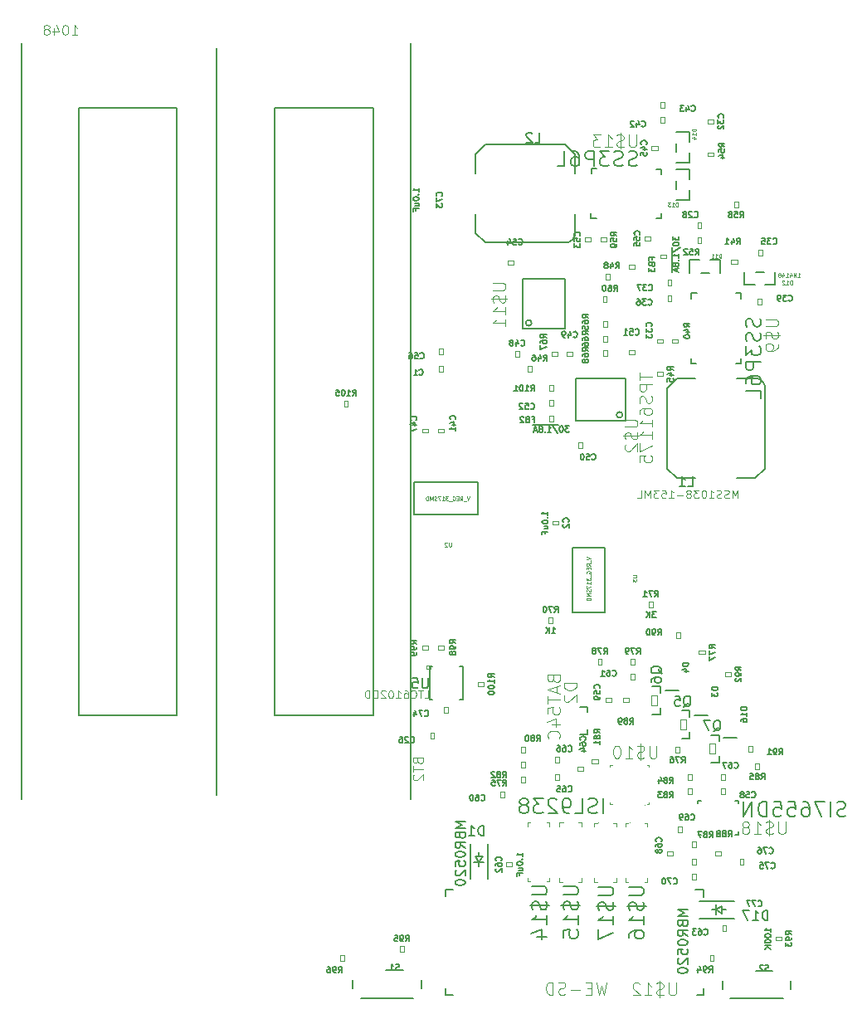
<source format=gbr>
G04 #@! TF.FileFunction,Legend,Bot*
%FSLAX46Y46*%
G04 Gerber Fmt 4.6, Leading zero omitted, Abs format (unit mm)*
G04 Created by KiCad (PCBNEW 4.0.2+dfsg1-stable) date Wed 24 Jan 2018 08:48:34 PM PST*
%MOMM*%
G01*
G04 APERTURE LIST*
%ADD10C,0.100000*%
%ADD11C,0.198120*%
%ADD12C,0.127000*%
%ADD13C,0.066040*%
%ADD14C,0.152400*%
%ADD15C,0.203200*%
%ADD16C,0.076200*%
%ADD17C,0.048260*%
%ADD18C,0.150000*%
%ADD19C,0.101600*%
%ADD20C,0.050000*%
%ADD21C,0.025400*%
%ADD22C,0.177800*%
G04 APERTURE END LIST*
D10*
D11*
X121003060Y-151229060D02*
X121003060Y-150431500D01*
X121003060Y-150431500D02*
X120202960Y-150431500D01*
X95404940Y-150431500D02*
X94706440Y-150431500D01*
X94706440Y-151130000D02*
X94706440Y-150431500D01*
X121003060Y-161226500D02*
X121003060Y-160528000D01*
X120302020Y-161226500D02*
X121003060Y-161226500D01*
X94706440Y-161226500D02*
X94706440Y-160528000D01*
X94706440Y-161226500D02*
X95404940Y-161226500D01*
D12*
X91162400Y-141216800D02*
X91162400Y-64116800D01*
X51382400Y-64116800D02*
X51382400Y-141216800D01*
X71272400Y-64566800D02*
X71272400Y-140766800D01*
X87272400Y-132666800D02*
X77272400Y-132666800D01*
X77272400Y-132666800D02*
X77272400Y-70666800D01*
X77272400Y-70666800D02*
X87272400Y-70666800D01*
X87272400Y-70666800D02*
X87272400Y-132666800D01*
X67272400Y-132666800D02*
X57272400Y-132666800D01*
X57272400Y-132666800D02*
X57272400Y-70666800D01*
X57272400Y-70666800D02*
X67272400Y-70666800D01*
X67272400Y-70666800D02*
X67272400Y-132666800D01*
D13*
X94035880Y-96982280D02*
X94432120Y-96982280D01*
X94432120Y-96982280D02*
X94432120Y-97581720D01*
X94035880Y-97581720D02*
X94432120Y-97581720D01*
X94035880Y-96982280D02*
X94035880Y-97581720D01*
X105618280Y-113228120D02*
X105618280Y-112831880D01*
X105618280Y-112831880D02*
X106217720Y-112831880D01*
X106217720Y-113228120D02*
X106217720Y-112831880D01*
X105618280Y-113228120D02*
X106217720Y-113228120D01*
X93121480Y-134421880D02*
X93517720Y-134421880D01*
X93517720Y-134421880D02*
X93517720Y-135021320D01*
X93121480Y-135021320D02*
X93517720Y-135021320D01*
X93121480Y-134421880D02*
X93121480Y-135021320D01*
X120784620Y-82976720D02*
X120388380Y-82976720D01*
X120388380Y-82976720D02*
X120388380Y-82377280D01*
X120784620Y-82377280D02*
X120388380Y-82377280D01*
X120784620Y-82976720D02*
X120784620Y-82377280D01*
X121429780Y-72270620D02*
X121429780Y-71874380D01*
X121429780Y-71874380D02*
X122029220Y-71874380D01*
X122029220Y-72270620D02*
X122029220Y-71874380D01*
X121429780Y-72270620D02*
X122029220Y-72270620D01*
X116885720Y-94289880D02*
X116885720Y-94686120D01*
X116885720Y-94686120D02*
X116286280Y-94686120D01*
X116286280Y-94289880D02*
X116286280Y-94686120D01*
X116885720Y-94289880D02*
X116286280Y-94289880D01*
X126611380Y-85171280D02*
X127007620Y-85171280D01*
X127007620Y-85171280D02*
X127007620Y-85770720D01*
X126611380Y-85770720D02*
X127007620Y-85770720D01*
X126611380Y-85171280D02*
X126611380Y-85770720D01*
X117340380Y-89806780D02*
X117736620Y-89806780D01*
X117736620Y-89806780D02*
X117736620Y-90406220D01*
X117340380Y-90406220D02*
X117736620Y-90406220D01*
X117340380Y-89806780D02*
X117340380Y-90406220D01*
X117340380Y-88219280D02*
X117736620Y-88219280D01*
X117736620Y-88219280D02*
X117736620Y-88818720D01*
X117340380Y-88818720D02*
X117736620Y-88818720D01*
X117340380Y-88219280D02*
X117340380Y-88818720D01*
X126944120Y-90723720D02*
X126547880Y-90723720D01*
X126547880Y-90723720D02*
X126547880Y-90124280D01*
X126944120Y-90124280D02*
X126547880Y-90124280D01*
X126944120Y-90723720D02*
X126944120Y-90124280D01*
X94533720Y-103433880D02*
X94533720Y-103830120D01*
X94533720Y-103830120D02*
X93934280Y-103830120D01*
X93934280Y-103433880D02*
X93934280Y-103830120D01*
X94533720Y-103433880D02*
X93934280Y-103433880D01*
X117038120Y-72245220D02*
X116641880Y-72245220D01*
X116641880Y-72245220D02*
X116641880Y-71645780D01*
X117038120Y-71645780D02*
X116641880Y-71645780D01*
X117038120Y-72245220D02*
X117038120Y-71645780D01*
X117038120Y-70657720D02*
X116641880Y-70657720D01*
X116641880Y-70657720D02*
X116641880Y-70058280D01*
X117038120Y-70058280D02*
X116641880Y-70058280D01*
X117038120Y-70657720D02*
X117038120Y-70058280D01*
X116314220Y-74604880D02*
X116314220Y-75001120D01*
X116314220Y-75001120D02*
X115714780Y-75001120D01*
X115714780Y-74604880D02*
X115714780Y-75001120D01*
X116314220Y-74604880D02*
X115714780Y-74604880D01*
X92882720Y-103433880D02*
X92882720Y-103830120D01*
X92882720Y-103830120D02*
X92283280Y-103830120D01*
X92283280Y-103433880D02*
X92283280Y-103830120D01*
X92882720Y-103433880D02*
X92283280Y-103433880D01*
X102179120Y-96057720D02*
X101782880Y-96057720D01*
X101782880Y-96057720D02*
X101782880Y-95458280D01*
X102179120Y-95458280D02*
X101782880Y-95458280D01*
X102179120Y-96057720D02*
X102179120Y-95458280D01*
X107614720Y-95623380D02*
X107614720Y-96019620D01*
X107614720Y-96019620D02*
X107015280Y-96019620D01*
X107015280Y-95623380D02*
X107015280Y-96019620D01*
X107614720Y-95623380D02*
X107015280Y-95623380D01*
X108656120Y-105392220D02*
X108259880Y-105392220D01*
X108259880Y-105392220D02*
X108259880Y-104792780D01*
X108656120Y-104792780D02*
X108259880Y-104792780D01*
X108656120Y-105392220D02*
X108656120Y-104792780D01*
X113964720Y-95432880D02*
X113964720Y-95829120D01*
X113964720Y-95829120D02*
X113365280Y-95829120D01*
X113365280Y-95432880D02*
X113365280Y-95829120D01*
X113964720Y-95432880D02*
X113365280Y-95432880D01*
X105671620Y-101074220D02*
X105275380Y-101074220D01*
X105275380Y-101074220D02*
X105275380Y-100474780D01*
X105671620Y-100474780D02*
X105275380Y-100474780D01*
X105671620Y-101074220D02*
X105671620Y-100474780D01*
X109519720Y-83939380D02*
X109519720Y-84335620D01*
X109519720Y-84335620D02*
X108920280Y-84335620D01*
X108920280Y-83939380D02*
X108920280Y-84335620D01*
X109519720Y-83939380D02*
X108920280Y-83939380D01*
X101046280Y-86685120D02*
X101046280Y-86288880D01*
X101046280Y-86288880D02*
X101645720Y-86288880D01*
X101645720Y-86685120D02*
X101645720Y-86288880D01*
X101046280Y-86685120D02*
X101645720Y-86685120D01*
X115615720Y-83812380D02*
X115615720Y-84208620D01*
X115615720Y-84208620D02*
X115016280Y-84208620D01*
X115016280Y-83812380D02*
X115016280Y-84208620D01*
X115615720Y-83812380D02*
X115016280Y-83812380D01*
X94035880Y-95267780D02*
X94432120Y-95267780D01*
X94432120Y-95267780D02*
X94432120Y-95867220D01*
X94035880Y-95867220D02*
X94432120Y-95867220D01*
X94035880Y-95267780D02*
X94035880Y-95867220D01*
X122801380Y-140098780D02*
X123197620Y-140098780D01*
X123197620Y-140098780D02*
X123197620Y-140698220D01*
X122801380Y-140698220D02*
X123197620Y-140698220D01*
X122801380Y-140098780D02*
X122801380Y-140698220D01*
X111015780Y-131325620D02*
X111015780Y-130929380D01*
X111015780Y-130929380D02*
X111615220Y-130929380D01*
X111615220Y-131325620D02*
X111615220Y-130929380D01*
X111015780Y-131325620D02*
X111615220Y-131325620D01*
X100655120Y-141015720D02*
X100258880Y-141015720D01*
X100258880Y-141015720D02*
X100258880Y-140416280D01*
X100655120Y-140416280D02*
X100258880Y-140416280D01*
X100655120Y-141015720D02*
X100655120Y-140416280D01*
X113990120Y-129014220D02*
X113593880Y-129014220D01*
X113593880Y-129014220D02*
X113593880Y-128414780D01*
X113990120Y-128414780D02*
X113593880Y-128414780D01*
X113990120Y-129014220D02*
X113990120Y-128414780D01*
X101493320Y-147680680D02*
X101493320Y-148076920D01*
X101493320Y-148076920D02*
X100893880Y-148076920D01*
X100893880Y-147680680D02*
X100893880Y-148076920D01*
X101493320Y-147680680D02*
X100893880Y-147680680D01*
X122941080Y-154081480D02*
X123337320Y-154081480D01*
X123337320Y-154081480D02*
X123337320Y-154680920D01*
X122941080Y-154680920D02*
X123337320Y-154680920D01*
X122941080Y-154081480D02*
X122941080Y-154680920D01*
X108158280Y-138310620D02*
X108158280Y-137914380D01*
X108158280Y-137914380D02*
X108757720Y-137914380D01*
X108757720Y-138310620D02*
X108757720Y-137914380D01*
X108158280Y-138310620D02*
X108757720Y-138310620D01*
X106243120Y-139301220D02*
X105846880Y-139301220D01*
X105846880Y-139301220D02*
X105846880Y-138701780D01*
X106243120Y-138701780D02*
X105846880Y-138701780D01*
X106243120Y-139301220D02*
X106243120Y-138701780D01*
X105846880Y-136923780D02*
X106243120Y-136923780D01*
X106243120Y-136923780D02*
X106243120Y-137523220D01*
X105846880Y-137523220D02*
X106243120Y-137523220D01*
X105846880Y-136923780D02*
X105846880Y-137523220D01*
X122801380Y-138638280D02*
X123197620Y-138638280D01*
X123197620Y-138638280D02*
X123197620Y-139237720D01*
X122801380Y-139237720D02*
X123197620Y-139237720D01*
X122801380Y-138638280D02*
X122801380Y-139237720D01*
X117302280Y-146946620D02*
X117302280Y-146550380D01*
X117302280Y-146550380D02*
X117901720Y-146550380D01*
X117901720Y-146946620D02*
X117901720Y-146550380D01*
X117302280Y-146946620D02*
X117901720Y-146946620D01*
X118816120Y-144571720D02*
X118419880Y-144571720D01*
X118419880Y-144571720D02*
X118419880Y-143972280D01*
X118816120Y-143972280D02*
X118419880Y-143972280D01*
X118816120Y-144571720D02*
X118816120Y-143972280D01*
X119816880Y-148861780D02*
X120213120Y-148861780D01*
X120213120Y-148861780D02*
X120213120Y-149461220D01*
X119816880Y-149461220D02*
X120213120Y-149461220D01*
X119816880Y-148861780D02*
X119816880Y-149461220D01*
X94543880Y-131843780D02*
X94940120Y-131843780D01*
X94940120Y-131843780D02*
X94940120Y-132443220D01*
X94543880Y-132443220D02*
X94940120Y-132443220D01*
X94543880Y-131843780D02*
X94543880Y-132443220D01*
X124706380Y-147337780D02*
X125102620Y-147337780D01*
X125102620Y-147337780D02*
X125102620Y-147937220D01*
X124706380Y-147937220D02*
X125102620Y-147937220D01*
X124706380Y-147337780D02*
X124706380Y-147937220D01*
D14*
X108369100Y-134645400D02*
X109181900Y-134645400D01*
X109181900Y-134645400D02*
X109181900Y-134086600D01*
X109181900Y-131800600D02*
X108369100Y-131800600D01*
X109181900Y-132359400D02*
X109181900Y-131800600D01*
D15*
X120096280Y-132699760D02*
X121457720Y-132699760D01*
X117111780Y-130159760D02*
X118473220Y-130159760D01*
D14*
X122730260Y-87518240D02*
X122730260Y-86207600D01*
X122730260Y-86207600D02*
X121671080Y-86207600D01*
X119585740Y-86207600D02*
X119585740Y-87518240D01*
X120596660Y-86207600D02*
X119585740Y-86207600D01*
X120736360Y-87528400D02*
X121592340Y-87528400D01*
X125173740Y-87424260D02*
X125173740Y-88734900D01*
X125173740Y-88734900D02*
X126232920Y-88734900D01*
X128318260Y-88734900D02*
X128318260Y-87424260D01*
X127307340Y-88734900D02*
X128318260Y-88734900D01*
X127167640Y-87414100D02*
X126311660Y-87414100D01*
X118221760Y-80121760D02*
X119532400Y-80121760D01*
X119532400Y-80121760D02*
X119532400Y-79062580D01*
X119532400Y-76977240D02*
X118221760Y-76977240D01*
X119532400Y-77988160D02*
X119532400Y-76977240D01*
X118211600Y-78127860D02*
X118211600Y-78983840D01*
X118221760Y-76311760D02*
X119532400Y-76311760D01*
X119532400Y-76311760D02*
X119532400Y-75252580D01*
X119532400Y-73167240D02*
X118221760Y-73167240D01*
X119532400Y-74178160D02*
X119532400Y-73167240D01*
X118211600Y-74317860D02*
X118211600Y-75173840D01*
D15*
X123017280Y-134985760D02*
X124378720Y-134985760D01*
D13*
X105671620Y-102725220D02*
X105275380Y-102725220D01*
X105275380Y-102725220D02*
X105275380Y-102125780D01*
X105671620Y-102125780D02*
X105275380Y-102125780D01*
X105671620Y-102725220D02*
X105671620Y-102125780D01*
X117203220Y-85653880D02*
X117203220Y-86050120D01*
X117203220Y-86050120D02*
X116603780Y-86050120D01*
X116603780Y-85653880D02*
X116603780Y-86050120D01*
X117203220Y-85653880D02*
X116603780Y-85653880D01*
D15*
X127299720Y-107477560D02*
X127299720Y-99278440D01*
X126298960Y-98280220D02*
X124399040Y-98280220D01*
X120202960Y-98280220D02*
X118303040Y-98280220D01*
X118303040Y-98280220D02*
X117302280Y-99278440D01*
X117302280Y-99278440D02*
X117302280Y-107477560D01*
X117302280Y-107477560D02*
X118303040Y-108475780D01*
X118303040Y-108475780D02*
X120202960Y-108475780D01*
X124399040Y-108475780D02*
X126298960Y-108475780D01*
X126298960Y-108475780D02*
X127299720Y-107477560D01*
X126298960Y-98277680D02*
G75*
G02X127299720Y-99278440I0J-1000760D01*
G01*
X98706940Y-84437220D02*
X106906060Y-84437220D01*
X107904280Y-83436460D02*
X107904280Y-81536540D01*
X107904280Y-77340460D02*
X107904280Y-75440540D01*
X107904280Y-75440540D02*
X106906060Y-74439780D01*
X106906060Y-74439780D02*
X98706940Y-74439780D01*
X98706940Y-74439780D02*
X97708720Y-75440540D01*
X97708720Y-75440540D02*
X97708720Y-77340460D01*
X97708720Y-81536540D02*
X97708720Y-83436460D01*
X97708720Y-83436460D02*
X98706940Y-84437220D01*
X107906820Y-83436460D02*
G75*
G02X106906060Y-84437220I-1000760J0D01*
G01*
D13*
X118635780Y-134101840D02*
X118635780Y-133106160D01*
X118635780Y-133106160D02*
X119235220Y-133106160D01*
X119235220Y-134101840D02*
X119235220Y-133106160D01*
X118635780Y-134101840D02*
X119235220Y-134101840D01*
D15*
X118783100Y-135026400D02*
X119595900Y-135026400D01*
X119595900Y-135026400D02*
X119595900Y-134366000D01*
X119595900Y-132181600D02*
X118783100Y-132181600D01*
X119595900Y-132842000D02*
X119595900Y-132181600D01*
D13*
X115651280Y-131625340D02*
X115651280Y-130629660D01*
X115651280Y-130629660D02*
X116250720Y-130629660D01*
X116250720Y-131625340D02*
X116250720Y-130629660D01*
X115651280Y-131625340D02*
X116250720Y-131625340D01*
D15*
X115798600Y-132549900D02*
X116611400Y-132549900D01*
X116611400Y-132549900D02*
X116611400Y-131889500D01*
X116611400Y-129705100D02*
X115798600Y-129705100D01*
X116611400Y-130365500D02*
X116611400Y-129705100D01*
D13*
X121620280Y-136578340D02*
X121620280Y-135582660D01*
X121620280Y-135582660D02*
X122219720Y-135582660D01*
X122219720Y-136578340D02*
X122219720Y-135582660D01*
X121620280Y-136578340D02*
X122219720Y-136578340D01*
D15*
X121767600Y-137502900D02*
X122580400Y-137502900D01*
X122580400Y-137502900D02*
X122580400Y-136842500D01*
X122580400Y-134658100D02*
X121767600Y-134658100D01*
X122580400Y-135318500D02*
X122580400Y-134658100D01*
D13*
X117810280Y-94686120D02*
X117810280Y-94289880D01*
X117810280Y-94289880D02*
X118409720Y-94289880D01*
X118409720Y-94686120D02*
X118409720Y-94289880D01*
X117810280Y-94686120D02*
X118409720Y-94686120D01*
X124442220Y-86225380D02*
X124442220Y-86621620D01*
X124442220Y-86621620D02*
X123842780Y-86621620D01*
X123842780Y-86225380D02*
X123842780Y-86621620D01*
X124442220Y-86225380D02*
X123842780Y-86225380D01*
X116286280Y-98051620D02*
X116286280Y-97655380D01*
X116286280Y-97655380D02*
X116885720Y-97655380D01*
X116885720Y-98051620D02*
X116885720Y-97655380D01*
X116286280Y-98051620D02*
X116885720Y-98051620D01*
X103449120Y-97581720D02*
X103052880Y-97581720D01*
X103052880Y-97581720D02*
X103052880Y-96982280D01*
X103449120Y-96982280D02*
X103052880Y-96982280D01*
X103449120Y-97581720D02*
X103449120Y-96982280D01*
X113365280Y-87129620D02*
X113365280Y-86733380D01*
X113365280Y-86733380D02*
X113964720Y-86733380D01*
X113964720Y-87129620D02*
X113964720Y-86733380D01*
X113365280Y-87129620D02*
X113964720Y-87129620D01*
X111053880Y-87584280D02*
X111450120Y-87584280D01*
X111450120Y-87584280D02*
X111450120Y-88183720D01*
X111053880Y-88183720D02*
X111450120Y-88183720D01*
X111053880Y-87584280D02*
X111053880Y-88183720D01*
X120784620Y-84500720D02*
X120388380Y-84500720D01*
X120388380Y-84500720D02*
X120388380Y-83901280D01*
X120784620Y-83901280D02*
X120388380Y-83901280D01*
X120784620Y-84500720D02*
X120784620Y-83901280D01*
X122029220Y-75239880D02*
X122029220Y-75636120D01*
X122029220Y-75636120D02*
X121429780Y-75636120D01*
X121429780Y-75239880D02*
X121429780Y-75636120D01*
X122029220Y-75239880D02*
X121429780Y-75239880D01*
X124134880Y-80218280D02*
X124531120Y-80218280D01*
X124531120Y-80218280D02*
X124531120Y-80817720D01*
X124134880Y-80817720D02*
X124531120Y-80817720D01*
X124134880Y-80218280D02*
X124134880Y-80817720D01*
X110507780Y-84335620D02*
X110507780Y-83939380D01*
X110507780Y-83939380D02*
X111107220Y-83939380D01*
X111107220Y-84335620D02*
X111107220Y-83939380D01*
X110507780Y-84335620D02*
X111107220Y-84335620D01*
X111132620Y-90469720D02*
X110736380Y-90469720D01*
X110736380Y-90469720D02*
X110736380Y-89870280D01*
X111132620Y-89870280D02*
X110736380Y-89870280D01*
X111132620Y-90469720D02*
X111132620Y-89870280D01*
X110799880Y-92473780D02*
X111196120Y-92473780D01*
X111196120Y-92473780D02*
X111196120Y-93073220D01*
X110799880Y-93073220D02*
X111196120Y-93073220D01*
X110799880Y-92473780D02*
X110799880Y-93073220D01*
X111196120Y-94533720D02*
X110799880Y-94533720D01*
X110799880Y-94533720D02*
X110799880Y-93934280D01*
X111196120Y-93934280D02*
X110799880Y-93934280D01*
X111196120Y-94533720D02*
X111196120Y-93934280D01*
X105491280Y-96019620D02*
X105491280Y-95623380D01*
X105491280Y-95623380D02*
X106090720Y-95623380D01*
X106090720Y-96019620D02*
X106090720Y-95623380D01*
X105491280Y-96019620D02*
X106090720Y-96019620D01*
X111196120Y-95994220D02*
X110799880Y-95994220D01*
X110799880Y-95994220D02*
X110799880Y-95394780D01*
X111196120Y-95394780D02*
X110799880Y-95394780D01*
X111196120Y-95994220D02*
X111196120Y-95394780D01*
X105608120Y-123235720D02*
X105211880Y-123235720D01*
X105211880Y-123235720D02*
X105211880Y-122636280D01*
X105608120Y-122636280D02*
X105211880Y-122636280D01*
X105608120Y-123235720D02*
X105608120Y-122636280D01*
X115831620Y-121648220D02*
X115435380Y-121648220D01*
X115435380Y-121648220D02*
X115435380Y-121048780D01*
X115831620Y-121048780D02*
X115435380Y-121048780D01*
X115831620Y-121648220D02*
X115831620Y-121048780D01*
X102417880Y-138955780D02*
X102814120Y-138955780D01*
X102814120Y-138955780D02*
X102814120Y-139555220D01*
X102417880Y-139555220D02*
X102814120Y-139555220D01*
X102417880Y-138955780D02*
X102417880Y-139555220D01*
X118165880Y-135844280D02*
X118562120Y-135844280D01*
X118562120Y-135844280D02*
X118562120Y-136443720D01*
X118165880Y-136443720D02*
X118562120Y-136443720D01*
X118165880Y-135844280D02*
X118165880Y-136443720D01*
X120540780Y-126436120D02*
X120540780Y-126039880D01*
X120540780Y-126039880D02*
X121140220Y-126039880D01*
X121140220Y-126436120D02*
X121140220Y-126039880D01*
X120540780Y-126436120D02*
X121140220Y-126436120D01*
X110624620Y-127490220D02*
X110228380Y-127490220D01*
X110228380Y-127490220D02*
X110228380Y-126890780D01*
X110624620Y-126890780D02*
X110228380Y-126890780D01*
X110624620Y-127490220D02*
X110624620Y-126890780D01*
X113990120Y-127490220D02*
X113593880Y-127490220D01*
X113593880Y-127490220D02*
X113593880Y-126890780D01*
X113990120Y-126890780D02*
X113593880Y-126890780D01*
X113990120Y-127490220D02*
X113990120Y-126890780D01*
X102417880Y-135907780D02*
X102814120Y-135907780D01*
X102814120Y-135907780D02*
X102814120Y-136507220D01*
X102417880Y-136507220D02*
X102814120Y-136507220D01*
X102417880Y-135907780D02*
X102417880Y-136507220D01*
X110218220Y-137152380D02*
X110218220Y-137548620D01*
X110218220Y-137548620D02*
X109618780Y-137548620D01*
X109618780Y-137152380D02*
X109618780Y-137548620D01*
X110218220Y-137152380D02*
X109618780Y-137152380D01*
X102417880Y-137431780D02*
X102814120Y-137431780D01*
X102814120Y-137431780D02*
X102814120Y-138031220D01*
X102417880Y-138031220D02*
X102814120Y-138031220D01*
X102417880Y-137431780D02*
X102417880Y-138031220D01*
X119832120Y-140698220D02*
X119435880Y-140698220D01*
X119435880Y-140698220D02*
X119435880Y-140098780D01*
X119832120Y-140098780D02*
X119435880Y-140098780D01*
X119832120Y-140698220D02*
X119832120Y-140098780D01*
X119435880Y-138638280D02*
X119832120Y-138638280D01*
X119832120Y-138638280D02*
X119832120Y-139237720D01*
X119435880Y-139237720D02*
X119832120Y-139237720D01*
X119435880Y-138638280D02*
X119435880Y-139237720D01*
X126293880Y-137558780D02*
X126690120Y-137558780D01*
X126690120Y-137558780D02*
X126690120Y-138158220D01*
X126293880Y-138158220D02*
X126690120Y-138158220D01*
X126293880Y-137558780D02*
X126293880Y-138158220D01*
X119816880Y-147337780D02*
X120213120Y-147337780D01*
X120213120Y-147337780D02*
X120213120Y-147937220D01*
X119816880Y-147937220D02*
X120213120Y-147937220D01*
X119816880Y-147337780D02*
X119816880Y-147937220D01*
X119816880Y-145559780D02*
X120213120Y-145559780D01*
X120213120Y-145559780D02*
X120213120Y-146159220D01*
X119816880Y-146159220D02*
X120213120Y-146159220D01*
X119816880Y-145559780D02*
X119816880Y-146159220D01*
X122791220Y-146550380D02*
X122791220Y-146946620D01*
X122791220Y-146946620D02*
X122191780Y-146946620D01*
X122191780Y-146550380D02*
X122191780Y-146946620D01*
X122791220Y-146550380D02*
X122191780Y-146550380D01*
X112793780Y-131325620D02*
X112793780Y-130929380D01*
X112793780Y-130929380D02*
X113393220Y-130929380D01*
X113393220Y-131325620D02*
X113393220Y-130929380D01*
X112793780Y-131325620D02*
X113393220Y-131325620D01*
X118229380Y-124160280D02*
X118625620Y-124160280D01*
X118625620Y-124160280D02*
X118625620Y-124759720D01*
X118229380Y-124759720D02*
X118625620Y-124759720D01*
X118229380Y-124160280D02*
X118229380Y-124759720D01*
X125595380Y-135780780D02*
X125991620Y-135780780D01*
X125991620Y-135780780D02*
X125991620Y-136380220D01*
X125595380Y-136380220D02*
X125991620Y-136380220D01*
X125595380Y-135780780D02*
X125595380Y-136380220D01*
X123207780Y-128658620D02*
X123207780Y-128262380D01*
X123207780Y-128262380D02*
X123807220Y-128262380D01*
X123807220Y-128658620D02*
X123807220Y-128262380D01*
X123207780Y-128658620D02*
X123807220Y-128658620D01*
X128351280Y-155646120D02*
X128351280Y-155249880D01*
X128351280Y-155249880D02*
X128950720Y-155249880D01*
X128950720Y-155646120D02*
X128950720Y-155249880D01*
X128351280Y-155646120D02*
X128950720Y-155646120D01*
X121658380Y-157116780D02*
X122054620Y-157116780D01*
X122054620Y-157116780D02*
X122054620Y-157716220D01*
X121658380Y-157716220D02*
X122054620Y-157716220D01*
X121658380Y-157116780D02*
X121658380Y-157716220D01*
X90418920Y-156814520D02*
X90022680Y-156814520D01*
X90022680Y-156814520D02*
X90022680Y-156215080D01*
X90418920Y-156215080D02*
X90022680Y-156215080D01*
X90418920Y-156814520D02*
X90418920Y-156215080D01*
X83939380Y-157116780D02*
X84335620Y-157116780D01*
X84335620Y-157116780D02*
X84335620Y-157716220D01*
X83939380Y-157716220D02*
X84335620Y-157716220D01*
X83939380Y-157116780D02*
X83939380Y-157716220D01*
X94533720Y-125595380D02*
X94533720Y-125991620D01*
X94533720Y-125991620D02*
X93934280Y-125991620D01*
X93934280Y-125595380D02*
X93934280Y-125991620D01*
X94533720Y-125595380D02*
X93934280Y-125595380D01*
X92283280Y-125991620D02*
X92283280Y-125595380D01*
X92283280Y-125595380D02*
X92882720Y-125595380D01*
X92882720Y-125991620D02*
X92882720Y-125595380D01*
X92283280Y-125991620D02*
X92882720Y-125991620D01*
X97998280Y-129674620D02*
X97998280Y-129278380D01*
X97998280Y-129278380D02*
X98597720Y-129278380D01*
X98597720Y-129674620D02*
X98597720Y-129278380D01*
X97998280Y-129674620D02*
X98597720Y-129674620D01*
X105275380Y-98950780D02*
X105671620Y-98950780D01*
X105671620Y-98950780D02*
X105671620Y-99550220D01*
X105275380Y-99550220D02*
X105671620Y-99550220D01*
X105275380Y-98950780D02*
X105275380Y-99550220D01*
X84729320Y-101137720D02*
X84333080Y-101137720D01*
X84333080Y-101137720D02*
X84333080Y-100538280D01*
X84729320Y-100538280D02*
X84333080Y-100538280D01*
X84729320Y-101137720D02*
X84729320Y-100538280D01*
D15*
X85234780Y-160510220D02*
X85234780Y-159656780D01*
X92184220Y-160510220D02*
X92184220Y-159656780D01*
X91406980Y-161508440D02*
X86012020Y-161508440D01*
X90335100Y-158658560D02*
X88582500Y-158658560D01*
X122953780Y-160573720D02*
X122953780Y-159720280D01*
X129903220Y-160573720D02*
X129903220Y-159720280D01*
X129125980Y-161571940D02*
X123731020Y-161571940D01*
X128054100Y-158722060D02*
X126301500Y-158722060D01*
X113037620Y-98308160D02*
X107942380Y-98308160D01*
X107942380Y-98308160D02*
X107942380Y-102605840D01*
X107942380Y-102605840D02*
X113037620Y-102605840D01*
X113037620Y-102605840D02*
X113037620Y-98308160D01*
X112737900Y-102006400D02*
G75*
G03X112737900Y-102006400I-299720J0D01*
G01*
D12*
X124820680Y-96255840D02*
X124820680Y-96786700D01*
X124810520Y-96796860D02*
X124279660Y-96796860D01*
X124848620Y-89618820D02*
X124848620Y-90147140D01*
X124830840Y-89608660D02*
X124299980Y-89608660D01*
X119781320Y-90129360D02*
X119781320Y-89598500D01*
X119781320Y-89588340D02*
X120312180Y-89588340D01*
X120281700Y-96766380D02*
X119743220Y-96766380D01*
X119743220Y-96766380D02*
X119743220Y-96235520D01*
D16*
X115458240Y-141526260D02*
X115458240Y-141726920D01*
X115458240Y-141726920D02*
X115257580Y-141726920D01*
X111660940Y-141726920D02*
X111460280Y-141726920D01*
X111460280Y-141726920D02*
X111460280Y-141526260D01*
X111460280Y-137927080D02*
X111460280Y-137728960D01*
X111460280Y-137728960D02*
X111660940Y-137728960D01*
X115458240Y-137927080D02*
X115458240Y-137728960D01*
X115458240Y-137728960D02*
X115257580Y-137728960D01*
X115107720Y-141825980D02*
G75*
G03X115107720Y-141825980I-48260J0D01*
G01*
D15*
X106860340Y-93225620D02*
X106860340Y-88130380D01*
X106860340Y-88130380D02*
X102562660Y-88130380D01*
X102562660Y-88130380D02*
X102562660Y-93225620D01*
X102562660Y-93225620D02*
X106860340Y-93225620D01*
X103461820Y-92626180D02*
G75*
G03X103461820Y-92626180I-299720J0D01*
G01*
D12*
X110055660Y-81958180D02*
X109524800Y-81958180D01*
X109514640Y-81948020D02*
X109514640Y-81417160D01*
X116692680Y-81986120D02*
X116164360Y-81986120D01*
X116702840Y-81968340D02*
X116702840Y-81437480D01*
X116182140Y-76918820D02*
X116713000Y-76918820D01*
X116723160Y-76918820D02*
X116723160Y-77449680D01*
X109545120Y-77419200D02*
X109545120Y-76880720D01*
X109545120Y-76880720D02*
X110075980Y-76880720D01*
D17*
X103043990Y-143579850D02*
X103043990Y-143978630D01*
X103043990Y-143579850D02*
X103346250Y-143579850D01*
X105291890Y-143579850D02*
X105291890Y-143978630D01*
X105291890Y-143579850D02*
X104992170Y-143579850D01*
X103043990Y-149627590D02*
X103043990Y-149226270D01*
X103043990Y-149627590D02*
X103346250Y-149627590D01*
X105291890Y-149226270D02*
X105291890Y-149627590D01*
X105291890Y-149627590D02*
X104992170Y-149627590D01*
X103498650Y-143569690D02*
G75*
G03X103498650Y-143569690I-12700J0D01*
G01*
X106314240Y-143598900D02*
X106314240Y-143997680D01*
X106314240Y-143598900D02*
X106616500Y-143598900D01*
X108562140Y-143598900D02*
X108562140Y-143997680D01*
X108562140Y-143598900D02*
X108262420Y-143598900D01*
X106314240Y-149646640D02*
X106314240Y-149245320D01*
X106314240Y-149646640D02*
X106616500Y-149646640D01*
X108562140Y-149245320D02*
X108562140Y-149646640D01*
X108562140Y-149646640D02*
X108262420Y-149646640D01*
X106768900Y-143588740D02*
G75*
G03X106768900Y-143588740I-12700J0D01*
G01*
X113032540Y-143637000D02*
X113032540Y-144035780D01*
X113032540Y-143637000D02*
X113334800Y-143637000D01*
X115280440Y-143637000D02*
X115280440Y-144035780D01*
X115280440Y-143637000D02*
X114980720Y-143637000D01*
X113032540Y-149684740D02*
X113032540Y-149283420D01*
X113032540Y-149684740D02*
X113334800Y-149684740D01*
X115280440Y-149283420D02*
X115280440Y-149684740D01*
X115280440Y-149684740D02*
X114980720Y-149684740D01*
X113487200Y-143626840D02*
G75*
G03X113487200Y-143626840I-12700J0D01*
G01*
X109857540Y-143637000D02*
X109857540Y-144035780D01*
X109857540Y-143637000D02*
X110159800Y-143637000D01*
X112105440Y-143637000D02*
X112105440Y-144035780D01*
X112105440Y-143637000D02*
X111805720Y-143637000D01*
X109857540Y-149684740D02*
X109857540Y-149283420D01*
X109857540Y-149684740D02*
X110159800Y-149684740D01*
X112105440Y-149283420D02*
X112105440Y-149684740D01*
X112105440Y-149684740D02*
X111805720Y-149684740D01*
X110312200Y-143626840D02*
G75*
G03X110312200Y-143626840I-12700J0D01*
G01*
D12*
X120464580Y-144815560D02*
X120464580Y-144556480D01*
X120484900Y-144835880D02*
X120726200Y-144835880D01*
X120426480Y-141630400D02*
X120426480Y-141368780D01*
X120426480Y-141368780D02*
X120726200Y-141368780D01*
X124533660Y-144846040D02*
X124233940Y-144846040D01*
X124533660Y-144846040D02*
X124533660Y-144546320D01*
X124533660Y-141348460D02*
X124533660Y-141648180D01*
X124533660Y-141348460D02*
X124233940Y-141348460D01*
D15*
X98018600Y-112204500D02*
X98018600Y-108902500D01*
X98018600Y-108902500D02*
X91465400Y-108902500D01*
X91465400Y-108902500D02*
X91465400Y-112204500D01*
X91465400Y-112204500D02*
X98018600Y-112204500D01*
X110934500Y-115595400D02*
X107632500Y-115595400D01*
X107632500Y-115595400D02*
X107632500Y-122148600D01*
X107632500Y-122148600D02*
X110934500Y-122148600D01*
X110934500Y-122148600D02*
X110934500Y-115595400D01*
D13*
X92743020Y-127551180D02*
X93144340Y-127551180D01*
X93144340Y-127551180D02*
X93144340Y-127949960D01*
X92743020Y-127949960D02*
X93144340Y-127949960D01*
X92743020Y-127551180D02*
X92743020Y-127949960D01*
D15*
X93342460Y-131048760D02*
X93042740Y-131048760D01*
X93042740Y-131048760D02*
X93042740Y-127650240D01*
X93042740Y-127650240D02*
X93342460Y-127650240D01*
X96141540Y-131048760D02*
X96441260Y-131048760D01*
X96441260Y-131048760D02*
X96441260Y-127650240D01*
X96441260Y-127650240D02*
X96141540Y-127650240D01*
D18*
X98094800Y-147053300D02*
X98094800Y-146672300D01*
X98094800Y-148069300D02*
X98094800Y-147688300D01*
X98094800Y-147688300D02*
X98475800Y-147053300D01*
X98475800Y-147053300D02*
X97713800Y-147053300D01*
X97713800Y-147053300D02*
X98094800Y-147688300D01*
X98602800Y-147688300D02*
X97586800Y-147688300D01*
X97194800Y-149370800D02*
X97194800Y-145830800D01*
X98994800Y-149370800D02*
X98994800Y-145830800D01*
X122897900Y-152501600D02*
X123278900Y-152501600D01*
X121881900Y-152501600D02*
X122262900Y-152501600D01*
X122262900Y-152501600D02*
X122897900Y-152882600D01*
X122897900Y-152882600D02*
X122897900Y-152120600D01*
X122897900Y-152120600D02*
X122262900Y-152501600D01*
X122262900Y-153009600D02*
X122262900Y-151993600D01*
X120580400Y-151601600D02*
X124120400Y-151601600D01*
X120580400Y-153401600D02*
X124120400Y-153401600D01*
D19*
X118191643Y-159959524D02*
X118191643Y-160987619D01*
X118131167Y-161108571D01*
X118070691Y-161169048D01*
X117949738Y-161229524D01*
X117707834Y-161229524D01*
X117586881Y-161169048D01*
X117526405Y-161108571D01*
X117465929Y-160987619D01*
X117465929Y-159959524D01*
X116921643Y-161169048D02*
X116740215Y-161229524D01*
X116437834Y-161229524D01*
X116316881Y-161169048D01*
X116256405Y-161108571D01*
X116195929Y-160987619D01*
X116195929Y-160866667D01*
X116256405Y-160745714D01*
X116316881Y-160685238D01*
X116437834Y-160624762D01*
X116679738Y-160564286D01*
X116800691Y-160503810D01*
X116861167Y-160443333D01*
X116921643Y-160322381D01*
X116921643Y-160201429D01*
X116861167Y-160080476D01*
X116800691Y-160020000D01*
X116679738Y-159959524D01*
X116377358Y-159959524D01*
X116195929Y-160020000D01*
X116558786Y-159778095D02*
X116558786Y-161410952D01*
X114986405Y-161229524D02*
X115712119Y-161229524D01*
X115349262Y-161229524D02*
X115349262Y-159959524D01*
X115470214Y-160140952D01*
X115591167Y-160261905D01*
X115712119Y-160322381D01*
X114502595Y-160080476D02*
X114442119Y-160020000D01*
X114321167Y-159959524D01*
X114018786Y-159959524D01*
X113897833Y-160020000D01*
X113837357Y-160080476D01*
X113776881Y-160201429D01*
X113776881Y-160322381D01*
X113837357Y-160503810D01*
X114563071Y-161229524D01*
X113776881Y-161229524D01*
X111140482Y-159896024D02*
X110838101Y-161166024D01*
X110596197Y-160258881D01*
X110354292Y-161166024D01*
X110051911Y-159896024D01*
X109568101Y-160500786D02*
X109144768Y-160500786D01*
X108963339Y-161166024D02*
X109568101Y-161166024D01*
X109568101Y-159896024D01*
X108963339Y-159896024D01*
X108419053Y-160682214D02*
X107451434Y-160682214D01*
X106907148Y-161105548D02*
X106725720Y-161166024D01*
X106423339Y-161166024D01*
X106302386Y-161105548D01*
X106241910Y-161045071D01*
X106181434Y-160924119D01*
X106181434Y-160803167D01*
X106241910Y-160682214D01*
X106302386Y-160621738D01*
X106423339Y-160561262D01*
X106665243Y-160500786D01*
X106786196Y-160440310D01*
X106846672Y-160379833D01*
X106907148Y-160258881D01*
X106907148Y-160137929D01*
X106846672Y-160016976D01*
X106786196Y-159956500D01*
X106665243Y-159896024D01*
X106362863Y-159896024D01*
X106181434Y-159956500D01*
X105637148Y-161166024D02*
X105637148Y-159896024D01*
X105334767Y-159896024D01*
X105153339Y-159956500D01*
X105032386Y-160077452D01*
X104971910Y-160198405D01*
X104911434Y-160440310D01*
X104911434Y-160621738D01*
X104971910Y-160863643D01*
X105032386Y-160984595D01*
X105153339Y-161105548D01*
X105334767Y-161166024D01*
X105637148Y-161166024D01*
D20*
X91836769Y-137342454D02*
X91884390Y-137485317D01*
X91932010Y-137532938D01*
X92027252Y-137580559D01*
X92170115Y-137580559D01*
X92265357Y-137532938D01*
X92312978Y-137485317D01*
X92360599Y-137390075D01*
X92360599Y-137009108D01*
X91360559Y-137009108D01*
X91360559Y-137342454D01*
X91408180Y-137437696D01*
X91455801Y-137485317D01*
X91551043Y-137532938D01*
X91646285Y-137532938D01*
X91741527Y-137485317D01*
X91789148Y-137437696D01*
X91836769Y-137342454D01*
X91836769Y-137009108D01*
X91360559Y-137866285D02*
X91360559Y-138437736D01*
X92360599Y-138152011D02*
X91360559Y-138152011D01*
X91455801Y-138723462D02*
X91408180Y-138771083D01*
X91360559Y-138866325D01*
X91360559Y-139104429D01*
X91408180Y-139199671D01*
X91455801Y-139247292D01*
X91551043Y-139294913D01*
X91646285Y-139294913D01*
X91789148Y-139247292D01*
X92360599Y-138675841D01*
X92360599Y-139294913D01*
X56541914Y-63241837D02*
X57114172Y-63241837D01*
X56828043Y-63241837D02*
X56828043Y-62240387D01*
X56923419Y-62383451D01*
X57018795Y-62478827D01*
X57114172Y-62526515D01*
X55921969Y-62240387D02*
X55826593Y-62240387D01*
X55731217Y-62288075D01*
X55683529Y-62335763D01*
X55635841Y-62431139D01*
X55588152Y-62621892D01*
X55588152Y-62860332D01*
X55635841Y-63051085D01*
X55683529Y-63146461D01*
X55731217Y-63194149D01*
X55826593Y-63241837D01*
X55921969Y-63241837D01*
X56017345Y-63194149D01*
X56065033Y-63146461D01*
X56112722Y-63051085D01*
X56160410Y-62860332D01*
X56160410Y-62621892D01*
X56112722Y-62431139D01*
X56065033Y-62335763D01*
X56017345Y-62288075D01*
X55921969Y-62240387D01*
X54729767Y-62574204D02*
X54729767Y-63241837D01*
X54968207Y-62192699D02*
X55206648Y-62908020D01*
X54586702Y-62908020D01*
X54062133Y-62669580D02*
X54157509Y-62621892D01*
X54205198Y-62574204D01*
X54252886Y-62478827D01*
X54252886Y-62431139D01*
X54205198Y-62335763D01*
X54157509Y-62288075D01*
X54062133Y-62240387D01*
X53871381Y-62240387D01*
X53776005Y-62288075D01*
X53728317Y-62335763D01*
X53680628Y-62431139D01*
X53680628Y-62478827D01*
X53728317Y-62574204D01*
X53776005Y-62621892D01*
X53871381Y-62669580D01*
X54062133Y-62669580D01*
X54157509Y-62717268D01*
X54205198Y-62764956D01*
X54252886Y-62860332D01*
X54252886Y-63051085D01*
X54205198Y-63146461D01*
X54157509Y-63194149D01*
X54062133Y-63241837D01*
X53871381Y-63241837D01*
X53776005Y-63194149D01*
X53728317Y-63146461D01*
X53680628Y-63051085D01*
X53680628Y-62860332D01*
X53728317Y-62764956D01*
X53776005Y-62717268D01*
X53871381Y-62669580D01*
D12*
X91998799Y-97906114D02*
X92027828Y-97935143D01*
X92114914Y-97964171D01*
X92172971Y-97964171D01*
X92260056Y-97935143D01*
X92318114Y-97877086D01*
X92347142Y-97819029D01*
X92376171Y-97702914D01*
X92376171Y-97615829D01*
X92347142Y-97499714D01*
X92318114Y-97441657D01*
X92260056Y-97383600D01*
X92172971Y-97354571D01*
X92114914Y-97354571D01*
X92027828Y-97383600D01*
X91998799Y-97412629D01*
X91418228Y-97964171D02*
X91766571Y-97964171D01*
X91592399Y-97964171D02*
X91592399Y-97354571D01*
X91650456Y-97441657D01*
X91708514Y-97499714D01*
X91766571Y-97528743D01*
X107202514Y-112928401D02*
X107231543Y-112899372D01*
X107260571Y-112812286D01*
X107260571Y-112754229D01*
X107231543Y-112667144D01*
X107173486Y-112609086D01*
X107115429Y-112580058D01*
X106999314Y-112551029D01*
X106912229Y-112551029D01*
X106796114Y-112580058D01*
X106738057Y-112609086D01*
X106680000Y-112667144D01*
X106650971Y-112754229D01*
X106650971Y-112812286D01*
X106680000Y-112899372D01*
X106709029Y-112928401D01*
X106709029Y-113160629D02*
X106680000Y-113189658D01*
X106650971Y-113247715D01*
X106650971Y-113392858D01*
X106680000Y-113450915D01*
X106709029Y-113479944D01*
X106767086Y-113508972D01*
X106825143Y-113508972D01*
X106912229Y-113479944D01*
X107260571Y-113131601D01*
X107260571Y-113508972D01*
X105126971Y-112231715D02*
X105126971Y-111883372D01*
X105126971Y-112057544D02*
X104517371Y-112057544D01*
X104604457Y-111999487D01*
X104662514Y-111941429D01*
X104691543Y-111883372D01*
X105068914Y-112492972D02*
X105097943Y-112522000D01*
X105126971Y-112492972D01*
X105097943Y-112463943D01*
X105068914Y-112492972D01*
X105126971Y-112492972D01*
X104517371Y-112899372D02*
X104517371Y-112957429D01*
X104546400Y-113015486D01*
X104575429Y-113044515D01*
X104633486Y-113073544D01*
X104749600Y-113102572D01*
X104894743Y-113102572D01*
X105010857Y-113073544D01*
X105068914Y-113044515D01*
X105097943Y-113015486D01*
X105126971Y-112957429D01*
X105126971Y-112899372D01*
X105097943Y-112841315D01*
X105068914Y-112812286D01*
X105010857Y-112783258D01*
X104894743Y-112754229D01*
X104749600Y-112754229D01*
X104633486Y-112783258D01*
X104575429Y-112812286D01*
X104546400Y-112841315D01*
X104517371Y-112899372D01*
X104720571Y-113625086D02*
X105126971Y-113625086D01*
X104720571Y-113363829D02*
X105039886Y-113363829D01*
X105097943Y-113392857D01*
X105126971Y-113450915D01*
X105126971Y-113538000D01*
X105097943Y-113596057D01*
X105068914Y-113625086D01*
X104807657Y-114118572D02*
X104807657Y-113915372D01*
X105126971Y-113915372D02*
X104517371Y-113915372D01*
X104517371Y-114205658D01*
X91120685Y-135396514D02*
X91149714Y-135425543D01*
X91236800Y-135454571D01*
X91294857Y-135454571D01*
X91381942Y-135425543D01*
X91440000Y-135367486D01*
X91469028Y-135309429D01*
X91498057Y-135193314D01*
X91498057Y-135106229D01*
X91469028Y-134990114D01*
X91440000Y-134932057D01*
X91381942Y-134874000D01*
X91294857Y-134844971D01*
X91236800Y-134844971D01*
X91149714Y-134874000D01*
X91120685Y-134903029D01*
X90888457Y-134903029D02*
X90859428Y-134874000D01*
X90801371Y-134844971D01*
X90656228Y-134844971D01*
X90598171Y-134874000D01*
X90569142Y-134903029D01*
X90540114Y-134961086D01*
X90540114Y-135019143D01*
X90569142Y-135106229D01*
X90917485Y-135454571D01*
X90540114Y-135454571D01*
X90017600Y-134844971D02*
X90133714Y-134844971D01*
X90191771Y-134874000D01*
X90220800Y-134903029D01*
X90278857Y-134990114D01*
X90307886Y-135106229D01*
X90307886Y-135338457D01*
X90278857Y-135396514D01*
X90249829Y-135425543D01*
X90191771Y-135454571D01*
X90075657Y-135454571D01*
X90017600Y-135425543D01*
X89988571Y-135396514D01*
X89959543Y-135338457D01*
X89959543Y-135193314D01*
X89988571Y-135135257D01*
X90017600Y-135106229D01*
X90075657Y-135077200D01*
X90191771Y-135077200D01*
X90249829Y-135106229D01*
X90278857Y-135135257D01*
X90307886Y-135193314D01*
X120076685Y-81802514D02*
X120105714Y-81831543D01*
X120192800Y-81860571D01*
X120250857Y-81860571D01*
X120337942Y-81831543D01*
X120396000Y-81773486D01*
X120425028Y-81715429D01*
X120454057Y-81599314D01*
X120454057Y-81512229D01*
X120425028Y-81396114D01*
X120396000Y-81338057D01*
X120337942Y-81280000D01*
X120250857Y-81250971D01*
X120192800Y-81250971D01*
X120105714Y-81280000D01*
X120076685Y-81309029D01*
X119844457Y-81309029D02*
X119815428Y-81280000D01*
X119757371Y-81250971D01*
X119612228Y-81250971D01*
X119554171Y-81280000D01*
X119525142Y-81309029D01*
X119496114Y-81367086D01*
X119496114Y-81425143D01*
X119525142Y-81512229D01*
X119873485Y-81860571D01*
X119496114Y-81860571D01*
X119147771Y-81512229D02*
X119205829Y-81483200D01*
X119234857Y-81454171D01*
X119263886Y-81396114D01*
X119263886Y-81367086D01*
X119234857Y-81309029D01*
X119205829Y-81280000D01*
X119147771Y-81250971D01*
X119031657Y-81250971D01*
X118973600Y-81280000D01*
X118944571Y-81309029D01*
X118915543Y-81367086D01*
X118915543Y-81396114D01*
X118944571Y-81454171D01*
X118973600Y-81483200D01*
X119031657Y-81512229D01*
X119147771Y-81512229D01*
X119205829Y-81541257D01*
X119234857Y-81570286D01*
X119263886Y-81628343D01*
X119263886Y-81744457D01*
X119234857Y-81802514D01*
X119205829Y-81831543D01*
X119147771Y-81860571D01*
X119031657Y-81860571D01*
X118973600Y-81831543D01*
X118944571Y-81802514D01*
X118915543Y-81744457D01*
X118915543Y-81628343D01*
X118944571Y-81570286D01*
X118973600Y-81541257D01*
X119031657Y-81512229D01*
X123014014Y-71680615D02*
X123043043Y-71651586D01*
X123072071Y-71564500D01*
X123072071Y-71506443D01*
X123043043Y-71419358D01*
X122984986Y-71361300D01*
X122926929Y-71332272D01*
X122810814Y-71303243D01*
X122723729Y-71303243D01*
X122607614Y-71332272D01*
X122549557Y-71361300D01*
X122491500Y-71419358D01*
X122462471Y-71506443D01*
X122462471Y-71564500D01*
X122491500Y-71651586D01*
X122520529Y-71680615D01*
X122462471Y-71883815D02*
X122462471Y-72261186D01*
X122694700Y-72057986D01*
X122694700Y-72145072D01*
X122723729Y-72203129D01*
X122752757Y-72232158D01*
X122810814Y-72261186D01*
X122955957Y-72261186D01*
X123014014Y-72232158D01*
X123043043Y-72203129D01*
X123072071Y-72145072D01*
X123072071Y-71970900D01*
X123043043Y-71912843D01*
X123014014Y-71883815D01*
X122520529Y-72493414D02*
X122491500Y-72522443D01*
X122462471Y-72580500D01*
X122462471Y-72725643D01*
X122491500Y-72783700D01*
X122520529Y-72812729D01*
X122578586Y-72841757D01*
X122636643Y-72841757D01*
X122723729Y-72812729D01*
X123072071Y-72464386D01*
X123072071Y-72841757D01*
X115686114Y-92978515D02*
X115715143Y-92949486D01*
X115744171Y-92862400D01*
X115744171Y-92804343D01*
X115715143Y-92717258D01*
X115657086Y-92659200D01*
X115599029Y-92630172D01*
X115482914Y-92601143D01*
X115395829Y-92601143D01*
X115279714Y-92630172D01*
X115221657Y-92659200D01*
X115163600Y-92717258D01*
X115134571Y-92804343D01*
X115134571Y-92862400D01*
X115163600Y-92949486D01*
X115192629Y-92978515D01*
X115134571Y-93181715D02*
X115134571Y-93559086D01*
X115366800Y-93355886D01*
X115366800Y-93442972D01*
X115395829Y-93501029D01*
X115424857Y-93530058D01*
X115482914Y-93559086D01*
X115628057Y-93559086D01*
X115686114Y-93530058D01*
X115715143Y-93501029D01*
X115744171Y-93442972D01*
X115744171Y-93268800D01*
X115715143Y-93210743D01*
X115686114Y-93181715D01*
X115134571Y-93762286D02*
X115134571Y-94139657D01*
X115366800Y-93936457D01*
X115366800Y-94023543D01*
X115395829Y-94081600D01*
X115424857Y-94110629D01*
X115482914Y-94139657D01*
X115628057Y-94139657D01*
X115686114Y-94110629D01*
X115715143Y-94081600D01*
X115744171Y-94023543D01*
X115744171Y-93849371D01*
X115715143Y-93791314D01*
X115686114Y-93762286D01*
X128103085Y-84545714D02*
X128132114Y-84574743D01*
X128219200Y-84603771D01*
X128277257Y-84603771D01*
X128364342Y-84574743D01*
X128422400Y-84516686D01*
X128451428Y-84458629D01*
X128480457Y-84342514D01*
X128480457Y-84255429D01*
X128451428Y-84139314D01*
X128422400Y-84081257D01*
X128364342Y-84023200D01*
X128277257Y-83994171D01*
X128219200Y-83994171D01*
X128132114Y-84023200D01*
X128103085Y-84052229D01*
X127899885Y-83994171D02*
X127522514Y-83994171D01*
X127725714Y-84226400D01*
X127638628Y-84226400D01*
X127580571Y-84255429D01*
X127551542Y-84284457D01*
X127522514Y-84342514D01*
X127522514Y-84487657D01*
X127551542Y-84545714D01*
X127580571Y-84574743D01*
X127638628Y-84603771D01*
X127812800Y-84603771D01*
X127870857Y-84574743D01*
X127899885Y-84545714D01*
X126970971Y-83994171D02*
X127261257Y-83994171D01*
X127290286Y-84284457D01*
X127261257Y-84255429D01*
X127203200Y-84226400D01*
X127058057Y-84226400D01*
X127000000Y-84255429D01*
X126970971Y-84284457D01*
X126941943Y-84342514D01*
X126941943Y-84487657D01*
X126970971Y-84545714D01*
X127000000Y-84574743D01*
X127058057Y-84603771D01*
X127203200Y-84603771D01*
X127261257Y-84574743D01*
X127290286Y-84545714D01*
X115352285Y-90743314D02*
X115381314Y-90772343D01*
X115468400Y-90801371D01*
X115526457Y-90801371D01*
X115613542Y-90772343D01*
X115671600Y-90714286D01*
X115700628Y-90656229D01*
X115729657Y-90540114D01*
X115729657Y-90453029D01*
X115700628Y-90336914D01*
X115671600Y-90278857D01*
X115613542Y-90220800D01*
X115526457Y-90191771D01*
X115468400Y-90191771D01*
X115381314Y-90220800D01*
X115352285Y-90249829D01*
X115149085Y-90191771D02*
X114771714Y-90191771D01*
X114974914Y-90424000D01*
X114887828Y-90424000D01*
X114829771Y-90453029D01*
X114800742Y-90482057D01*
X114771714Y-90540114D01*
X114771714Y-90685257D01*
X114800742Y-90743314D01*
X114829771Y-90772343D01*
X114887828Y-90801371D01*
X115062000Y-90801371D01*
X115120057Y-90772343D01*
X115149085Y-90743314D01*
X114249200Y-90191771D02*
X114365314Y-90191771D01*
X114423371Y-90220800D01*
X114452400Y-90249829D01*
X114510457Y-90336914D01*
X114539486Y-90453029D01*
X114539486Y-90685257D01*
X114510457Y-90743314D01*
X114481429Y-90772343D01*
X114423371Y-90801371D01*
X114307257Y-90801371D01*
X114249200Y-90772343D01*
X114220171Y-90743314D01*
X114191143Y-90685257D01*
X114191143Y-90540114D01*
X114220171Y-90482057D01*
X114249200Y-90453029D01*
X114307257Y-90424000D01*
X114423371Y-90424000D01*
X114481429Y-90453029D01*
X114510457Y-90482057D01*
X114539486Y-90540114D01*
X115403085Y-89270114D02*
X115432114Y-89299143D01*
X115519200Y-89328171D01*
X115577257Y-89328171D01*
X115664342Y-89299143D01*
X115722400Y-89241086D01*
X115751428Y-89183029D01*
X115780457Y-89066914D01*
X115780457Y-88979829D01*
X115751428Y-88863714D01*
X115722400Y-88805657D01*
X115664342Y-88747600D01*
X115577257Y-88718571D01*
X115519200Y-88718571D01*
X115432114Y-88747600D01*
X115403085Y-88776629D01*
X115199885Y-88718571D02*
X114822514Y-88718571D01*
X115025714Y-88950800D01*
X114938628Y-88950800D01*
X114880571Y-88979829D01*
X114851542Y-89008857D01*
X114822514Y-89066914D01*
X114822514Y-89212057D01*
X114851542Y-89270114D01*
X114880571Y-89299143D01*
X114938628Y-89328171D01*
X115112800Y-89328171D01*
X115170857Y-89299143D01*
X115199885Y-89270114D01*
X114619314Y-88718571D02*
X114212914Y-88718571D01*
X114474171Y-89328171D01*
X129677885Y-90336914D02*
X129706914Y-90365943D01*
X129794000Y-90394971D01*
X129852057Y-90394971D01*
X129939142Y-90365943D01*
X129997200Y-90307886D01*
X130026228Y-90249829D01*
X130055257Y-90133714D01*
X130055257Y-90046629D01*
X130026228Y-89930514D01*
X129997200Y-89872457D01*
X129939142Y-89814400D01*
X129852057Y-89785371D01*
X129794000Y-89785371D01*
X129706914Y-89814400D01*
X129677885Y-89843429D01*
X129474685Y-89785371D02*
X129097314Y-89785371D01*
X129300514Y-90017600D01*
X129213428Y-90017600D01*
X129155371Y-90046629D01*
X129126342Y-90075657D01*
X129097314Y-90133714D01*
X129097314Y-90278857D01*
X129126342Y-90336914D01*
X129155371Y-90365943D01*
X129213428Y-90394971D01*
X129387600Y-90394971D01*
X129445657Y-90365943D01*
X129474685Y-90336914D01*
X128807029Y-90394971D02*
X128690914Y-90394971D01*
X128632857Y-90365943D01*
X128603829Y-90336914D01*
X128545771Y-90249829D01*
X128516743Y-90133714D01*
X128516743Y-89901486D01*
X128545771Y-89843429D01*
X128574800Y-89814400D01*
X128632857Y-89785371D01*
X128748971Y-89785371D01*
X128807029Y-89814400D01*
X128836057Y-89843429D01*
X128865086Y-89901486D01*
X128865086Y-90046629D01*
X128836057Y-90104686D01*
X128807029Y-90133714D01*
X128748971Y-90162743D01*
X128632857Y-90162743D01*
X128574800Y-90133714D01*
X128545771Y-90104686D01*
X128516743Y-90046629D01*
X95670914Y-102478115D02*
X95699943Y-102449086D01*
X95728971Y-102362000D01*
X95728971Y-102303943D01*
X95699943Y-102216858D01*
X95641886Y-102158800D01*
X95583829Y-102129772D01*
X95467714Y-102100743D01*
X95380629Y-102100743D01*
X95264514Y-102129772D01*
X95206457Y-102158800D01*
X95148400Y-102216858D01*
X95119371Y-102303943D01*
X95119371Y-102362000D01*
X95148400Y-102449086D01*
X95177429Y-102478115D01*
X95322571Y-103000629D02*
X95728971Y-103000629D01*
X95090343Y-102855486D02*
X95525771Y-102710343D01*
X95525771Y-103087715D01*
X95728971Y-103639257D02*
X95728971Y-103290914D01*
X95728971Y-103465086D02*
X95119371Y-103465086D01*
X95206457Y-103407029D01*
X95264514Y-103348971D01*
X95293543Y-103290914D01*
X114691885Y-72556914D02*
X114720914Y-72585943D01*
X114808000Y-72614971D01*
X114866057Y-72614971D01*
X114953142Y-72585943D01*
X115011200Y-72527886D01*
X115040228Y-72469829D01*
X115069257Y-72353714D01*
X115069257Y-72266629D01*
X115040228Y-72150514D01*
X115011200Y-72092457D01*
X114953142Y-72034400D01*
X114866057Y-72005371D01*
X114808000Y-72005371D01*
X114720914Y-72034400D01*
X114691885Y-72063429D01*
X114169371Y-72208571D02*
X114169371Y-72614971D01*
X114314514Y-71976343D02*
X114459657Y-72411771D01*
X114082285Y-72411771D01*
X113879086Y-72063429D02*
X113850057Y-72034400D01*
X113792000Y-72005371D01*
X113646857Y-72005371D01*
X113588800Y-72034400D01*
X113559771Y-72063429D01*
X113530743Y-72121486D01*
X113530743Y-72179543D01*
X113559771Y-72266629D01*
X113908114Y-72614971D01*
X113530743Y-72614971D01*
X119771885Y-70982114D02*
X119800914Y-71011143D01*
X119888000Y-71040171D01*
X119946057Y-71040171D01*
X120033142Y-71011143D01*
X120091200Y-70953086D01*
X120120228Y-70895029D01*
X120149257Y-70778914D01*
X120149257Y-70691829D01*
X120120228Y-70575714D01*
X120091200Y-70517657D01*
X120033142Y-70459600D01*
X119946057Y-70430571D01*
X119888000Y-70430571D01*
X119800914Y-70459600D01*
X119771885Y-70488629D01*
X119249371Y-70633771D02*
X119249371Y-71040171D01*
X119394514Y-70401543D02*
X119539657Y-70836971D01*
X119162285Y-70836971D01*
X118988114Y-70430571D02*
X118610743Y-70430571D01*
X118813943Y-70662800D01*
X118726857Y-70662800D01*
X118668800Y-70691829D01*
X118639771Y-70720857D01*
X118610743Y-70778914D01*
X118610743Y-70924057D01*
X118639771Y-70982114D01*
X118668800Y-71011143D01*
X118726857Y-71040171D01*
X118901029Y-71040171D01*
X118959086Y-71011143D01*
X118988114Y-70982114D01*
X115165414Y-74411115D02*
X115194443Y-74382086D01*
X115223471Y-74295000D01*
X115223471Y-74236943D01*
X115194443Y-74149858D01*
X115136386Y-74091800D01*
X115078329Y-74062772D01*
X114962214Y-74033743D01*
X114875129Y-74033743D01*
X114759014Y-74062772D01*
X114700957Y-74091800D01*
X114642900Y-74149858D01*
X114613871Y-74236943D01*
X114613871Y-74295000D01*
X114642900Y-74382086D01*
X114671929Y-74411115D01*
X114817071Y-74933629D02*
X115223471Y-74933629D01*
X114584843Y-74788486D02*
X115020271Y-74643343D01*
X115020271Y-75020715D01*
X114613871Y-75543229D02*
X114613871Y-75252943D01*
X114904157Y-75223914D01*
X114875129Y-75252943D01*
X114846100Y-75311000D01*
X114846100Y-75456143D01*
X114875129Y-75514200D01*
X114904157Y-75543229D01*
X114962214Y-75572257D01*
X115107357Y-75572257D01*
X115165414Y-75543229D01*
X115194443Y-75514200D01*
X115223471Y-75456143D01*
X115223471Y-75311000D01*
X115194443Y-75252943D01*
X115165414Y-75223914D01*
X91657714Y-102528915D02*
X91686743Y-102499886D01*
X91715771Y-102412800D01*
X91715771Y-102354743D01*
X91686743Y-102267658D01*
X91628686Y-102209600D01*
X91570629Y-102180572D01*
X91454514Y-102151543D01*
X91367429Y-102151543D01*
X91251314Y-102180572D01*
X91193257Y-102209600D01*
X91135200Y-102267658D01*
X91106171Y-102354743D01*
X91106171Y-102412800D01*
X91135200Y-102499886D01*
X91164229Y-102528915D01*
X91309371Y-103051429D02*
X91715771Y-103051429D01*
X91077143Y-102906286D02*
X91512571Y-102761143D01*
X91512571Y-103138515D01*
X91106171Y-103312686D02*
X91106171Y-103719086D01*
X91715771Y-103457829D01*
X102372885Y-94908914D02*
X102401914Y-94937943D01*
X102489000Y-94966971D01*
X102547057Y-94966971D01*
X102634142Y-94937943D01*
X102692200Y-94879886D01*
X102721228Y-94821829D01*
X102750257Y-94705714D01*
X102750257Y-94618629D01*
X102721228Y-94502514D01*
X102692200Y-94444457D01*
X102634142Y-94386400D01*
X102547057Y-94357371D01*
X102489000Y-94357371D01*
X102401914Y-94386400D01*
X102372885Y-94415429D01*
X101850371Y-94560571D02*
X101850371Y-94966971D01*
X101995514Y-94328343D02*
X102140657Y-94763771D01*
X101763285Y-94763771D01*
X101443971Y-94618629D02*
X101502029Y-94589600D01*
X101531057Y-94560571D01*
X101560086Y-94502514D01*
X101560086Y-94473486D01*
X101531057Y-94415429D01*
X101502029Y-94386400D01*
X101443971Y-94357371D01*
X101327857Y-94357371D01*
X101269800Y-94386400D01*
X101240771Y-94415429D01*
X101211743Y-94473486D01*
X101211743Y-94502514D01*
X101240771Y-94560571D01*
X101269800Y-94589600D01*
X101327857Y-94618629D01*
X101443971Y-94618629D01*
X101502029Y-94647657D01*
X101531057Y-94676686D01*
X101560086Y-94734743D01*
X101560086Y-94850857D01*
X101531057Y-94908914D01*
X101502029Y-94937943D01*
X101443971Y-94966971D01*
X101327857Y-94966971D01*
X101269800Y-94937943D01*
X101240771Y-94908914D01*
X101211743Y-94850857D01*
X101211743Y-94734743D01*
X101240771Y-94676686D01*
X101269800Y-94647657D01*
X101327857Y-94618629D01*
X107732285Y-94045314D02*
X107761314Y-94074343D01*
X107848400Y-94103371D01*
X107906457Y-94103371D01*
X107993542Y-94074343D01*
X108051600Y-94016286D01*
X108080628Y-93958229D01*
X108109657Y-93842114D01*
X108109657Y-93755029D01*
X108080628Y-93638914D01*
X108051600Y-93580857D01*
X107993542Y-93522800D01*
X107906457Y-93493771D01*
X107848400Y-93493771D01*
X107761314Y-93522800D01*
X107732285Y-93551829D01*
X107209771Y-93696971D02*
X107209771Y-94103371D01*
X107354914Y-93464743D02*
X107500057Y-93900171D01*
X107122685Y-93900171D01*
X106861429Y-94103371D02*
X106745314Y-94103371D01*
X106687257Y-94074343D01*
X106658229Y-94045314D01*
X106600171Y-93958229D01*
X106571143Y-93842114D01*
X106571143Y-93609886D01*
X106600171Y-93551829D01*
X106629200Y-93522800D01*
X106687257Y-93493771D01*
X106803371Y-93493771D01*
X106861429Y-93522800D01*
X106890457Y-93551829D01*
X106919486Y-93609886D01*
X106919486Y-93755029D01*
X106890457Y-93813086D01*
X106861429Y-93842114D01*
X106803371Y-93871143D01*
X106687257Y-93871143D01*
X106629200Y-93842114D01*
X106600171Y-93813086D01*
X106571143Y-93755029D01*
X109611885Y-106542114D02*
X109640914Y-106571143D01*
X109728000Y-106600171D01*
X109786057Y-106600171D01*
X109873142Y-106571143D01*
X109931200Y-106513086D01*
X109960228Y-106455029D01*
X109989257Y-106338914D01*
X109989257Y-106251829D01*
X109960228Y-106135714D01*
X109931200Y-106077657D01*
X109873142Y-106019600D01*
X109786057Y-105990571D01*
X109728000Y-105990571D01*
X109640914Y-106019600D01*
X109611885Y-106048629D01*
X109060342Y-105990571D02*
X109350628Y-105990571D01*
X109379657Y-106280857D01*
X109350628Y-106251829D01*
X109292571Y-106222800D01*
X109147428Y-106222800D01*
X109089371Y-106251829D01*
X109060342Y-106280857D01*
X109031314Y-106338914D01*
X109031314Y-106484057D01*
X109060342Y-106542114D01*
X109089371Y-106571143D01*
X109147428Y-106600171D01*
X109292571Y-106600171D01*
X109350628Y-106571143D01*
X109379657Y-106542114D01*
X108653943Y-105990571D02*
X108595886Y-105990571D01*
X108537829Y-106019600D01*
X108508800Y-106048629D01*
X108479771Y-106106686D01*
X108450743Y-106222800D01*
X108450743Y-106367943D01*
X108479771Y-106484057D01*
X108508800Y-106542114D01*
X108537829Y-106571143D01*
X108595886Y-106600171D01*
X108653943Y-106600171D01*
X108712000Y-106571143D01*
X108741029Y-106542114D01*
X108770057Y-106484057D01*
X108799086Y-106367943D01*
X108799086Y-106222800D01*
X108770057Y-106106686D01*
X108741029Y-106048629D01*
X108712000Y-106019600D01*
X108653943Y-105990571D01*
X114031485Y-93791314D02*
X114060514Y-93820343D01*
X114147600Y-93849371D01*
X114205657Y-93849371D01*
X114292742Y-93820343D01*
X114350800Y-93762286D01*
X114379828Y-93704229D01*
X114408857Y-93588114D01*
X114408857Y-93501029D01*
X114379828Y-93384914D01*
X114350800Y-93326857D01*
X114292742Y-93268800D01*
X114205657Y-93239771D01*
X114147600Y-93239771D01*
X114060514Y-93268800D01*
X114031485Y-93297829D01*
X113479942Y-93239771D02*
X113770228Y-93239771D01*
X113799257Y-93530057D01*
X113770228Y-93501029D01*
X113712171Y-93472000D01*
X113567028Y-93472000D01*
X113508971Y-93501029D01*
X113479942Y-93530057D01*
X113450914Y-93588114D01*
X113450914Y-93733257D01*
X113479942Y-93791314D01*
X113508971Y-93820343D01*
X113567028Y-93849371D01*
X113712171Y-93849371D01*
X113770228Y-93820343D01*
X113799257Y-93791314D01*
X112870343Y-93849371D02*
X113218686Y-93849371D01*
X113044514Y-93849371D02*
X113044514Y-93239771D01*
X113102571Y-93326857D01*
X113160629Y-93384914D01*
X113218686Y-93413943D01*
X103363485Y-101360514D02*
X103392514Y-101389543D01*
X103479600Y-101418571D01*
X103537657Y-101418571D01*
X103624742Y-101389543D01*
X103682800Y-101331486D01*
X103711828Y-101273429D01*
X103740857Y-101157314D01*
X103740857Y-101070229D01*
X103711828Y-100954114D01*
X103682800Y-100896057D01*
X103624742Y-100838000D01*
X103537657Y-100808971D01*
X103479600Y-100808971D01*
X103392514Y-100838000D01*
X103363485Y-100867029D01*
X102811942Y-100808971D02*
X103102228Y-100808971D01*
X103131257Y-101099257D01*
X103102228Y-101070229D01*
X103044171Y-101041200D01*
X102899028Y-101041200D01*
X102840971Y-101070229D01*
X102811942Y-101099257D01*
X102782914Y-101157314D01*
X102782914Y-101302457D01*
X102811942Y-101360514D01*
X102840971Y-101389543D01*
X102899028Y-101418571D01*
X103044171Y-101418571D01*
X103102228Y-101389543D01*
X103131257Y-101360514D01*
X102550686Y-100867029D02*
X102521657Y-100838000D01*
X102463600Y-100808971D01*
X102318457Y-100808971D01*
X102260400Y-100838000D01*
X102231371Y-100867029D01*
X102202343Y-100925086D01*
X102202343Y-100983143D01*
X102231371Y-101070229D01*
X102579714Y-101418571D01*
X102202343Y-101418571D01*
X108370914Y-83745615D02*
X108399943Y-83716586D01*
X108428971Y-83629500D01*
X108428971Y-83571443D01*
X108399943Y-83484358D01*
X108341886Y-83426300D01*
X108283829Y-83397272D01*
X108167714Y-83368243D01*
X108080629Y-83368243D01*
X107964514Y-83397272D01*
X107906457Y-83426300D01*
X107848400Y-83484358D01*
X107819371Y-83571443D01*
X107819371Y-83629500D01*
X107848400Y-83716586D01*
X107877429Y-83745615D01*
X107819371Y-84297158D02*
X107819371Y-84006872D01*
X108109657Y-83977843D01*
X108080629Y-84006872D01*
X108051600Y-84064929D01*
X108051600Y-84210072D01*
X108080629Y-84268129D01*
X108109657Y-84297158D01*
X108167714Y-84326186D01*
X108312857Y-84326186D01*
X108370914Y-84297158D01*
X108399943Y-84268129D01*
X108428971Y-84210072D01*
X108428971Y-84064929D01*
X108399943Y-84006872D01*
X108370914Y-83977843D01*
X107819371Y-84529386D02*
X107819371Y-84906757D01*
X108051600Y-84703557D01*
X108051600Y-84790643D01*
X108080629Y-84848700D01*
X108109657Y-84877729D01*
X108167714Y-84906757D01*
X108312857Y-84906757D01*
X108370914Y-84877729D01*
X108399943Y-84848700D01*
X108428971Y-84790643D01*
X108428971Y-84616471D01*
X108399943Y-84558414D01*
X108370914Y-84529386D01*
X102144285Y-84596514D02*
X102173314Y-84625543D01*
X102260400Y-84654571D01*
X102318457Y-84654571D01*
X102405542Y-84625543D01*
X102463600Y-84567486D01*
X102492628Y-84509429D01*
X102521657Y-84393314D01*
X102521657Y-84306229D01*
X102492628Y-84190114D01*
X102463600Y-84132057D01*
X102405542Y-84074000D01*
X102318457Y-84044971D01*
X102260400Y-84044971D01*
X102173314Y-84074000D01*
X102144285Y-84103029D01*
X101592742Y-84044971D02*
X101883028Y-84044971D01*
X101912057Y-84335257D01*
X101883028Y-84306229D01*
X101824971Y-84277200D01*
X101679828Y-84277200D01*
X101621771Y-84306229D01*
X101592742Y-84335257D01*
X101563714Y-84393314D01*
X101563714Y-84538457D01*
X101592742Y-84596514D01*
X101621771Y-84625543D01*
X101679828Y-84654571D01*
X101824971Y-84654571D01*
X101883028Y-84625543D01*
X101912057Y-84596514D01*
X101041200Y-84248171D02*
X101041200Y-84654571D01*
X101186343Y-84015943D02*
X101331486Y-84451371D01*
X100954114Y-84451371D01*
X114466914Y-83618615D02*
X114495943Y-83589586D01*
X114524971Y-83502500D01*
X114524971Y-83444443D01*
X114495943Y-83357358D01*
X114437886Y-83299300D01*
X114379829Y-83270272D01*
X114263714Y-83241243D01*
X114176629Y-83241243D01*
X114060514Y-83270272D01*
X114002457Y-83299300D01*
X113944400Y-83357358D01*
X113915371Y-83444443D01*
X113915371Y-83502500D01*
X113944400Y-83589586D01*
X113973429Y-83618615D01*
X113915371Y-84170158D02*
X113915371Y-83879872D01*
X114205657Y-83850843D01*
X114176629Y-83879872D01*
X114147600Y-83937929D01*
X114147600Y-84083072D01*
X114176629Y-84141129D01*
X114205657Y-84170158D01*
X114263714Y-84199186D01*
X114408857Y-84199186D01*
X114466914Y-84170158D01*
X114495943Y-84141129D01*
X114524971Y-84083072D01*
X114524971Y-83937929D01*
X114495943Y-83879872D01*
X114466914Y-83850843D01*
X113915371Y-84750729D02*
X113915371Y-84460443D01*
X114205657Y-84431414D01*
X114176629Y-84460443D01*
X114147600Y-84518500D01*
X114147600Y-84663643D01*
X114176629Y-84721700D01*
X114205657Y-84750729D01*
X114263714Y-84779757D01*
X114408857Y-84779757D01*
X114466914Y-84750729D01*
X114495943Y-84721700D01*
X114524971Y-84663643D01*
X114524971Y-84518500D01*
X114495943Y-84460443D01*
X114466914Y-84431414D01*
X92085885Y-96229714D02*
X92114914Y-96258743D01*
X92202000Y-96287771D01*
X92260057Y-96287771D01*
X92347142Y-96258743D01*
X92405200Y-96200686D01*
X92434228Y-96142629D01*
X92463257Y-96026514D01*
X92463257Y-95939429D01*
X92434228Y-95823314D01*
X92405200Y-95765257D01*
X92347142Y-95707200D01*
X92260057Y-95678171D01*
X92202000Y-95678171D01*
X92114914Y-95707200D01*
X92085885Y-95736229D01*
X91534342Y-95678171D02*
X91824628Y-95678171D01*
X91853657Y-95968457D01*
X91824628Y-95939429D01*
X91766571Y-95910400D01*
X91621428Y-95910400D01*
X91563371Y-95939429D01*
X91534342Y-95968457D01*
X91505314Y-96026514D01*
X91505314Y-96171657D01*
X91534342Y-96229714D01*
X91563371Y-96258743D01*
X91621428Y-96287771D01*
X91766571Y-96287771D01*
X91824628Y-96258743D01*
X91853657Y-96229714D01*
X90982800Y-95678171D02*
X91098914Y-95678171D01*
X91156971Y-95707200D01*
X91186000Y-95736229D01*
X91244057Y-95823314D01*
X91273086Y-95939429D01*
X91273086Y-96171657D01*
X91244057Y-96229714D01*
X91215029Y-96258743D01*
X91156971Y-96287771D01*
X91040857Y-96287771D01*
X90982800Y-96258743D01*
X90953771Y-96229714D01*
X90924743Y-96171657D01*
X90924743Y-96026514D01*
X90953771Y-95968457D01*
X90982800Y-95939429D01*
X91040857Y-95910400D01*
X91156971Y-95910400D01*
X91215029Y-95939429D01*
X91244057Y-95968457D01*
X91273086Y-96026514D01*
X125931385Y-140997214D02*
X125960414Y-141026243D01*
X126047500Y-141055271D01*
X126105557Y-141055271D01*
X126192642Y-141026243D01*
X126250700Y-140968186D01*
X126279728Y-140910129D01*
X126308757Y-140794014D01*
X126308757Y-140706929D01*
X126279728Y-140590814D01*
X126250700Y-140532757D01*
X126192642Y-140474700D01*
X126105557Y-140445671D01*
X126047500Y-140445671D01*
X125960414Y-140474700D01*
X125931385Y-140503729D01*
X125379842Y-140445671D02*
X125670128Y-140445671D01*
X125699157Y-140735957D01*
X125670128Y-140706929D01*
X125612071Y-140677900D01*
X125466928Y-140677900D01*
X125408871Y-140706929D01*
X125379842Y-140735957D01*
X125350814Y-140794014D01*
X125350814Y-140939157D01*
X125379842Y-140997214D01*
X125408871Y-141026243D01*
X125466928Y-141055271D01*
X125612071Y-141055271D01*
X125670128Y-141026243D01*
X125699157Y-140997214D01*
X125002471Y-140706929D02*
X125060529Y-140677900D01*
X125089557Y-140648871D01*
X125118586Y-140590814D01*
X125118586Y-140561786D01*
X125089557Y-140503729D01*
X125060529Y-140474700D01*
X125002471Y-140445671D01*
X124886357Y-140445671D01*
X124828300Y-140474700D01*
X124799271Y-140503729D01*
X124770243Y-140561786D01*
X124770243Y-140590814D01*
X124799271Y-140648871D01*
X124828300Y-140677900D01*
X124886357Y-140706929D01*
X125002471Y-140706929D01*
X125060529Y-140735957D01*
X125089557Y-140764986D01*
X125118586Y-140823043D01*
X125118586Y-140939157D01*
X125089557Y-140997214D01*
X125060529Y-141026243D01*
X125002471Y-141055271D01*
X124886357Y-141055271D01*
X124828300Y-141026243D01*
X124799271Y-140997214D01*
X124770243Y-140939157D01*
X124770243Y-140823043D01*
X124799271Y-140764986D01*
X124828300Y-140735957D01*
X124886357Y-140706929D01*
X110390214Y-129910115D02*
X110419243Y-129881086D01*
X110448271Y-129794000D01*
X110448271Y-129735943D01*
X110419243Y-129648858D01*
X110361186Y-129590800D01*
X110303129Y-129561772D01*
X110187014Y-129532743D01*
X110099929Y-129532743D01*
X109983814Y-129561772D01*
X109925757Y-129590800D01*
X109867700Y-129648858D01*
X109838671Y-129735943D01*
X109838671Y-129794000D01*
X109867700Y-129881086D01*
X109896729Y-129910115D01*
X109838671Y-130461658D02*
X109838671Y-130171372D01*
X110128957Y-130142343D01*
X110099929Y-130171372D01*
X110070900Y-130229429D01*
X110070900Y-130374572D01*
X110099929Y-130432629D01*
X110128957Y-130461658D01*
X110187014Y-130490686D01*
X110332157Y-130490686D01*
X110390214Y-130461658D01*
X110419243Y-130432629D01*
X110448271Y-130374572D01*
X110448271Y-130229429D01*
X110419243Y-130171372D01*
X110390214Y-130142343D01*
X110448271Y-130780971D02*
X110448271Y-130897086D01*
X110419243Y-130955143D01*
X110390214Y-130984171D01*
X110303129Y-131042229D01*
X110187014Y-131071257D01*
X109954786Y-131071257D01*
X109896729Y-131042229D01*
X109867700Y-131013200D01*
X109838671Y-130955143D01*
X109838671Y-130839029D01*
X109867700Y-130780971D01*
X109896729Y-130751943D01*
X109954786Y-130722914D01*
X110099929Y-130722914D01*
X110157986Y-130751943D01*
X110187014Y-130780971D01*
X110216043Y-130839029D01*
X110216043Y-130955143D01*
X110187014Y-131013200D01*
X110157986Y-131042229D01*
X110099929Y-131071257D01*
X98308885Y-141314714D02*
X98337914Y-141343743D01*
X98425000Y-141372771D01*
X98483057Y-141372771D01*
X98570142Y-141343743D01*
X98628200Y-141285686D01*
X98657228Y-141227629D01*
X98686257Y-141111514D01*
X98686257Y-141024429D01*
X98657228Y-140908314D01*
X98628200Y-140850257D01*
X98570142Y-140792200D01*
X98483057Y-140763171D01*
X98425000Y-140763171D01*
X98337914Y-140792200D01*
X98308885Y-140821229D01*
X97786371Y-140763171D02*
X97902485Y-140763171D01*
X97960542Y-140792200D01*
X97989571Y-140821229D01*
X98047628Y-140908314D01*
X98076657Y-141024429D01*
X98076657Y-141256657D01*
X98047628Y-141314714D01*
X98018600Y-141343743D01*
X97960542Y-141372771D01*
X97844428Y-141372771D01*
X97786371Y-141343743D01*
X97757342Y-141314714D01*
X97728314Y-141256657D01*
X97728314Y-141111514D01*
X97757342Y-141053457D01*
X97786371Y-141024429D01*
X97844428Y-140995400D01*
X97960542Y-140995400D01*
X98018600Y-141024429D01*
X98047628Y-141053457D01*
X98076657Y-141111514D01*
X97350943Y-140763171D02*
X97292886Y-140763171D01*
X97234829Y-140792200D01*
X97205800Y-140821229D01*
X97176771Y-140879286D01*
X97147743Y-140995400D01*
X97147743Y-141140543D01*
X97176771Y-141256657D01*
X97205800Y-141314714D01*
X97234829Y-141343743D01*
X97292886Y-141372771D01*
X97350943Y-141372771D01*
X97409000Y-141343743D01*
X97438029Y-141314714D01*
X97467057Y-141256657D01*
X97496086Y-141140543D01*
X97496086Y-140995400D01*
X97467057Y-140879286D01*
X97438029Y-140821229D01*
X97409000Y-140792200D01*
X97350943Y-140763171D01*
X111707385Y-128614714D02*
X111736414Y-128643743D01*
X111823500Y-128672771D01*
X111881557Y-128672771D01*
X111968642Y-128643743D01*
X112026700Y-128585686D01*
X112055728Y-128527629D01*
X112084757Y-128411514D01*
X112084757Y-128324429D01*
X112055728Y-128208314D01*
X112026700Y-128150257D01*
X111968642Y-128092200D01*
X111881557Y-128063171D01*
X111823500Y-128063171D01*
X111736414Y-128092200D01*
X111707385Y-128121229D01*
X111184871Y-128063171D02*
X111300985Y-128063171D01*
X111359042Y-128092200D01*
X111388071Y-128121229D01*
X111446128Y-128208314D01*
X111475157Y-128324429D01*
X111475157Y-128556657D01*
X111446128Y-128614714D01*
X111417100Y-128643743D01*
X111359042Y-128672771D01*
X111242928Y-128672771D01*
X111184871Y-128643743D01*
X111155842Y-128614714D01*
X111126814Y-128556657D01*
X111126814Y-128411514D01*
X111155842Y-128353457D01*
X111184871Y-128324429D01*
X111242928Y-128295400D01*
X111359042Y-128295400D01*
X111417100Y-128324429D01*
X111446128Y-128353457D01*
X111475157Y-128411514D01*
X110546243Y-128672771D02*
X110894586Y-128672771D01*
X110720414Y-128672771D02*
X110720414Y-128063171D01*
X110778471Y-128150257D01*
X110836529Y-128208314D01*
X110894586Y-128237343D01*
X100344514Y-147486915D02*
X100373543Y-147457886D01*
X100402571Y-147370800D01*
X100402571Y-147312743D01*
X100373543Y-147225658D01*
X100315486Y-147167600D01*
X100257429Y-147138572D01*
X100141314Y-147109543D01*
X100054229Y-147109543D01*
X99938114Y-147138572D01*
X99880057Y-147167600D01*
X99822000Y-147225658D01*
X99792971Y-147312743D01*
X99792971Y-147370800D01*
X99822000Y-147457886D01*
X99851029Y-147486915D01*
X99792971Y-148009429D02*
X99792971Y-147893315D01*
X99822000Y-147835258D01*
X99851029Y-147806229D01*
X99938114Y-147748172D01*
X100054229Y-147719143D01*
X100286457Y-147719143D01*
X100344514Y-147748172D01*
X100373543Y-147777200D01*
X100402571Y-147835258D01*
X100402571Y-147951372D01*
X100373543Y-148009429D01*
X100344514Y-148038458D01*
X100286457Y-148067486D01*
X100141314Y-148067486D01*
X100083257Y-148038458D01*
X100054229Y-148009429D01*
X100025200Y-147951372D01*
X100025200Y-147835258D01*
X100054229Y-147777200D01*
X100083257Y-147748172D01*
X100141314Y-147719143D01*
X99851029Y-148299714D02*
X99822000Y-148328743D01*
X99792971Y-148386800D01*
X99792971Y-148531943D01*
X99822000Y-148590000D01*
X99851029Y-148619029D01*
X99909086Y-148648057D01*
X99967143Y-148648057D01*
X100054229Y-148619029D01*
X100402571Y-148270686D01*
X100402571Y-148648057D01*
X102536171Y-147080515D02*
X102536171Y-146732172D01*
X102536171Y-146906344D02*
X101926571Y-146906344D01*
X102013657Y-146848287D01*
X102071714Y-146790229D01*
X102100743Y-146732172D01*
X102478114Y-147341772D02*
X102507143Y-147370800D01*
X102536171Y-147341772D01*
X102507143Y-147312743D01*
X102478114Y-147341772D01*
X102536171Y-147341772D01*
X101926571Y-147748172D02*
X101926571Y-147806229D01*
X101955600Y-147864286D01*
X101984629Y-147893315D01*
X102042686Y-147922344D01*
X102158800Y-147951372D01*
X102303943Y-147951372D01*
X102420057Y-147922344D01*
X102478114Y-147893315D01*
X102507143Y-147864286D01*
X102536171Y-147806229D01*
X102536171Y-147748172D01*
X102507143Y-147690115D01*
X102478114Y-147661086D01*
X102420057Y-147632058D01*
X102303943Y-147603029D01*
X102158800Y-147603029D01*
X102042686Y-147632058D01*
X101984629Y-147661086D01*
X101955600Y-147690115D01*
X101926571Y-147748172D01*
X102129771Y-148473886D02*
X102536171Y-148473886D01*
X102129771Y-148212629D02*
X102449086Y-148212629D01*
X102507143Y-148241657D01*
X102536171Y-148299715D01*
X102536171Y-148386800D01*
X102507143Y-148444857D01*
X102478114Y-148473886D01*
X102216857Y-148967372D02*
X102216857Y-148764172D01*
X102536171Y-148764172D02*
X101926571Y-148764172D01*
X101926571Y-149054458D01*
X121041885Y-155005314D02*
X121070914Y-155034343D01*
X121158000Y-155063371D01*
X121216057Y-155063371D01*
X121303142Y-155034343D01*
X121361200Y-154976286D01*
X121390228Y-154918229D01*
X121419257Y-154802114D01*
X121419257Y-154715029D01*
X121390228Y-154598914D01*
X121361200Y-154540857D01*
X121303142Y-154482800D01*
X121216057Y-154453771D01*
X121158000Y-154453771D01*
X121070914Y-154482800D01*
X121041885Y-154511829D01*
X120519371Y-154453771D02*
X120635485Y-154453771D01*
X120693542Y-154482800D01*
X120722571Y-154511829D01*
X120780628Y-154598914D01*
X120809657Y-154715029D01*
X120809657Y-154947257D01*
X120780628Y-155005314D01*
X120751600Y-155034343D01*
X120693542Y-155063371D01*
X120577428Y-155063371D01*
X120519371Y-155034343D01*
X120490342Y-155005314D01*
X120461314Y-154947257D01*
X120461314Y-154802114D01*
X120490342Y-154744057D01*
X120519371Y-154715029D01*
X120577428Y-154686000D01*
X120693542Y-154686000D01*
X120751600Y-154715029D01*
X120780628Y-154744057D01*
X120809657Y-154802114D01*
X120258114Y-154453771D02*
X119880743Y-154453771D01*
X120083943Y-154686000D01*
X119996857Y-154686000D01*
X119938800Y-154715029D01*
X119909771Y-154744057D01*
X119880743Y-154802114D01*
X119880743Y-154947257D01*
X119909771Y-155005314D01*
X119938800Y-155034343D01*
X119996857Y-155063371D01*
X120171029Y-155063371D01*
X120229086Y-155034343D01*
X120258114Y-155005314D01*
X108929714Y-135180615D02*
X108958743Y-135151586D01*
X108987771Y-135064500D01*
X108987771Y-135006443D01*
X108958743Y-134919358D01*
X108900686Y-134861300D01*
X108842629Y-134832272D01*
X108726514Y-134803243D01*
X108639429Y-134803243D01*
X108523314Y-134832272D01*
X108465257Y-134861300D01*
X108407200Y-134919358D01*
X108378171Y-135006443D01*
X108378171Y-135064500D01*
X108407200Y-135151586D01*
X108436229Y-135180615D01*
X108378171Y-135703129D02*
X108378171Y-135587015D01*
X108407200Y-135528958D01*
X108436229Y-135499929D01*
X108523314Y-135441872D01*
X108639429Y-135412843D01*
X108871657Y-135412843D01*
X108929714Y-135441872D01*
X108958743Y-135470900D01*
X108987771Y-135528958D01*
X108987771Y-135645072D01*
X108958743Y-135703129D01*
X108929714Y-135732158D01*
X108871657Y-135761186D01*
X108726514Y-135761186D01*
X108668457Y-135732158D01*
X108639429Y-135703129D01*
X108610400Y-135645072D01*
X108610400Y-135528958D01*
X108639429Y-135470900D01*
X108668457Y-135441872D01*
X108726514Y-135412843D01*
X108581371Y-136283700D02*
X108987771Y-136283700D01*
X108349143Y-136138557D02*
X108784571Y-135993414D01*
X108784571Y-136370786D01*
X107198885Y-140425714D02*
X107227914Y-140454743D01*
X107315000Y-140483771D01*
X107373057Y-140483771D01*
X107460142Y-140454743D01*
X107518200Y-140396686D01*
X107547228Y-140338629D01*
X107576257Y-140222514D01*
X107576257Y-140135429D01*
X107547228Y-140019314D01*
X107518200Y-139961257D01*
X107460142Y-139903200D01*
X107373057Y-139874171D01*
X107315000Y-139874171D01*
X107227914Y-139903200D01*
X107198885Y-139932229D01*
X106676371Y-139874171D02*
X106792485Y-139874171D01*
X106850542Y-139903200D01*
X106879571Y-139932229D01*
X106937628Y-140019314D01*
X106966657Y-140135429D01*
X106966657Y-140367657D01*
X106937628Y-140425714D01*
X106908600Y-140454743D01*
X106850542Y-140483771D01*
X106734428Y-140483771D01*
X106676371Y-140454743D01*
X106647342Y-140425714D01*
X106618314Y-140367657D01*
X106618314Y-140222514D01*
X106647342Y-140164457D01*
X106676371Y-140135429D01*
X106734428Y-140106400D01*
X106850542Y-140106400D01*
X106908600Y-140135429D01*
X106937628Y-140164457D01*
X106966657Y-140222514D01*
X106066771Y-139874171D02*
X106357057Y-139874171D01*
X106386086Y-140164457D01*
X106357057Y-140135429D01*
X106299000Y-140106400D01*
X106153857Y-140106400D01*
X106095800Y-140135429D01*
X106066771Y-140164457D01*
X106037743Y-140222514D01*
X106037743Y-140367657D01*
X106066771Y-140425714D01*
X106095800Y-140454743D01*
X106153857Y-140483771D01*
X106299000Y-140483771D01*
X106357057Y-140454743D01*
X106386086Y-140425714D01*
X107198885Y-136298214D02*
X107227914Y-136327243D01*
X107315000Y-136356271D01*
X107373057Y-136356271D01*
X107460142Y-136327243D01*
X107518200Y-136269186D01*
X107547228Y-136211129D01*
X107576257Y-136095014D01*
X107576257Y-136007929D01*
X107547228Y-135891814D01*
X107518200Y-135833757D01*
X107460142Y-135775700D01*
X107373057Y-135746671D01*
X107315000Y-135746671D01*
X107227914Y-135775700D01*
X107198885Y-135804729D01*
X106676371Y-135746671D02*
X106792485Y-135746671D01*
X106850542Y-135775700D01*
X106879571Y-135804729D01*
X106937628Y-135891814D01*
X106966657Y-136007929D01*
X106966657Y-136240157D01*
X106937628Y-136298214D01*
X106908600Y-136327243D01*
X106850542Y-136356271D01*
X106734428Y-136356271D01*
X106676371Y-136327243D01*
X106647342Y-136298214D01*
X106618314Y-136240157D01*
X106618314Y-136095014D01*
X106647342Y-136036957D01*
X106676371Y-136007929D01*
X106734428Y-135978900D01*
X106850542Y-135978900D01*
X106908600Y-136007929D01*
X106937628Y-136036957D01*
X106966657Y-136095014D01*
X106095800Y-135746671D02*
X106211914Y-135746671D01*
X106269971Y-135775700D01*
X106299000Y-135804729D01*
X106357057Y-135891814D01*
X106386086Y-136007929D01*
X106386086Y-136240157D01*
X106357057Y-136298214D01*
X106328029Y-136327243D01*
X106269971Y-136356271D01*
X106153857Y-136356271D01*
X106095800Y-136327243D01*
X106066771Y-136298214D01*
X106037743Y-136240157D01*
X106037743Y-136095014D01*
X106066771Y-136036957D01*
X106095800Y-136007929D01*
X106153857Y-135978900D01*
X106269971Y-135978900D01*
X106328029Y-136007929D01*
X106357057Y-136036957D01*
X106386086Y-136095014D01*
X124153385Y-138012714D02*
X124182414Y-138041743D01*
X124269500Y-138070771D01*
X124327557Y-138070771D01*
X124414642Y-138041743D01*
X124472700Y-137983686D01*
X124501728Y-137925629D01*
X124530757Y-137809514D01*
X124530757Y-137722429D01*
X124501728Y-137606314D01*
X124472700Y-137548257D01*
X124414642Y-137490200D01*
X124327557Y-137461171D01*
X124269500Y-137461171D01*
X124182414Y-137490200D01*
X124153385Y-137519229D01*
X123630871Y-137461171D02*
X123746985Y-137461171D01*
X123805042Y-137490200D01*
X123834071Y-137519229D01*
X123892128Y-137606314D01*
X123921157Y-137722429D01*
X123921157Y-137954657D01*
X123892128Y-138012714D01*
X123863100Y-138041743D01*
X123805042Y-138070771D01*
X123688928Y-138070771D01*
X123630871Y-138041743D01*
X123601842Y-138012714D01*
X123572814Y-137954657D01*
X123572814Y-137809514D01*
X123601842Y-137751457D01*
X123630871Y-137722429D01*
X123688928Y-137693400D01*
X123805042Y-137693400D01*
X123863100Y-137722429D01*
X123892128Y-137751457D01*
X123921157Y-137809514D01*
X123369614Y-137461171D02*
X122963214Y-137461171D01*
X123224471Y-138070771D01*
X116676714Y-145531115D02*
X116705743Y-145502086D01*
X116734771Y-145415000D01*
X116734771Y-145356943D01*
X116705743Y-145269858D01*
X116647686Y-145211800D01*
X116589629Y-145182772D01*
X116473514Y-145153743D01*
X116386429Y-145153743D01*
X116270314Y-145182772D01*
X116212257Y-145211800D01*
X116154200Y-145269858D01*
X116125171Y-145356943D01*
X116125171Y-145415000D01*
X116154200Y-145502086D01*
X116183229Y-145531115D01*
X116125171Y-146053629D02*
X116125171Y-145937515D01*
X116154200Y-145879458D01*
X116183229Y-145850429D01*
X116270314Y-145792372D01*
X116386429Y-145763343D01*
X116618657Y-145763343D01*
X116676714Y-145792372D01*
X116705743Y-145821400D01*
X116734771Y-145879458D01*
X116734771Y-145995572D01*
X116705743Y-146053629D01*
X116676714Y-146082658D01*
X116618657Y-146111686D01*
X116473514Y-146111686D01*
X116415457Y-146082658D01*
X116386429Y-146053629D01*
X116357400Y-145995572D01*
X116357400Y-145879458D01*
X116386429Y-145821400D01*
X116415457Y-145792372D01*
X116473514Y-145763343D01*
X116386429Y-146460029D02*
X116357400Y-146401971D01*
X116328371Y-146372943D01*
X116270314Y-146343914D01*
X116241286Y-146343914D01*
X116183229Y-146372943D01*
X116154200Y-146401971D01*
X116125171Y-146460029D01*
X116125171Y-146576143D01*
X116154200Y-146634200D01*
X116183229Y-146663229D01*
X116241286Y-146692257D01*
X116270314Y-146692257D01*
X116328371Y-146663229D01*
X116357400Y-146634200D01*
X116386429Y-146576143D01*
X116386429Y-146460029D01*
X116415457Y-146401971D01*
X116444486Y-146372943D01*
X116502543Y-146343914D01*
X116618657Y-146343914D01*
X116676714Y-146372943D01*
X116705743Y-146401971D01*
X116734771Y-146460029D01*
X116734771Y-146576143D01*
X116705743Y-146634200D01*
X116676714Y-146663229D01*
X116618657Y-146692257D01*
X116502543Y-146692257D01*
X116444486Y-146663229D01*
X116415457Y-146634200D01*
X116386429Y-146576143D01*
X119708385Y-143283214D02*
X119737414Y-143312243D01*
X119824500Y-143341271D01*
X119882557Y-143341271D01*
X119969642Y-143312243D01*
X120027700Y-143254186D01*
X120056728Y-143196129D01*
X120085757Y-143080014D01*
X120085757Y-142992929D01*
X120056728Y-142876814D01*
X120027700Y-142818757D01*
X119969642Y-142760700D01*
X119882557Y-142731671D01*
X119824500Y-142731671D01*
X119737414Y-142760700D01*
X119708385Y-142789729D01*
X119185871Y-142731671D02*
X119301985Y-142731671D01*
X119360042Y-142760700D01*
X119389071Y-142789729D01*
X119447128Y-142876814D01*
X119476157Y-142992929D01*
X119476157Y-143225157D01*
X119447128Y-143283214D01*
X119418100Y-143312243D01*
X119360042Y-143341271D01*
X119243928Y-143341271D01*
X119185871Y-143312243D01*
X119156842Y-143283214D01*
X119127814Y-143225157D01*
X119127814Y-143080014D01*
X119156842Y-143021957D01*
X119185871Y-142992929D01*
X119243928Y-142963900D01*
X119360042Y-142963900D01*
X119418100Y-142992929D01*
X119447128Y-143021957D01*
X119476157Y-143080014D01*
X118837529Y-143341271D02*
X118721414Y-143341271D01*
X118663357Y-143312243D01*
X118634329Y-143283214D01*
X118576271Y-143196129D01*
X118547243Y-143080014D01*
X118547243Y-142847786D01*
X118576271Y-142789729D01*
X118605300Y-142760700D01*
X118663357Y-142731671D01*
X118779471Y-142731671D01*
X118837529Y-142760700D01*
X118866557Y-142789729D01*
X118895586Y-142847786D01*
X118895586Y-142992929D01*
X118866557Y-143050986D01*
X118837529Y-143080014D01*
X118779471Y-143109043D01*
X118663357Y-143109043D01*
X118605300Y-143080014D01*
X118576271Y-143050986D01*
X118547243Y-142992929D01*
X117930385Y-149823714D02*
X117959414Y-149852743D01*
X118046500Y-149881771D01*
X118104557Y-149881771D01*
X118191642Y-149852743D01*
X118249700Y-149794686D01*
X118278728Y-149736629D01*
X118307757Y-149620514D01*
X118307757Y-149533429D01*
X118278728Y-149417314D01*
X118249700Y-149359257D01*
X118191642Y-149301200D01*
X118104557Y-149272171D01*
X118046500Y-149272171D01*
X117959414Y-149301200D01*
X117930385Y-149330229D01*
X117727185Y-149272171D02*
X117320785Y-149272171D01*
X117582042Y-149881771D01*
X116972443Y-149272171D02*
X116914386Y-149272171D01*
X116856329Y-149301200D01*
X116827300Y-149330229D01*
X116798271Y-149388286D01*
X116769243Y-149504400D01*
X116769243Y-149649543D01*
X116798271Y-149765657D01*
X116827300Y-149823714D01*
X116856329Y-149852743D01*
X116914386Y-149881771D01*
X116972443Y-149881771D01*
X117030500Y-149852743D01*
X117059529Y-149823714D01*
X117088557Y-149765657D01*
X117117586Y-149649543D01*
X117117586Y-149504400D01*
X117088557Y-149388286D01*
X117059529Y-149330229D01*
X117030500Y-149301200D01*
X116972443Y-149272171D01*
X94273914Y-79668915D02*
X94302943Y-79639886D01*
X94331971Y-79552800D01*
X94331971Y-79494743D01*
X94302943Y-79407658D01*
X94244886Y-79349600D01*
X94186829Y-79320572D01*
X94070714Y-79291543D01*
X93983629Y-79291543D01*
X93867514Y-79320572D01*
X93809457Y-79349600D01*
X93751400Y-79407658D01*
X93722371Y-79494743D01*
X93722371Y-79552800D01*
X93751400Y-79639886D01*
X93780429Y-79668915D01*
X93722371Y-79872115D02*
X93722371Y-80278515D01*
X94331971Y-80017258D01*
X93722371Y-80452686D02*
X93722371Y-80830057D01*
X93954600Y-80626857D01*
X93954600Y-80713943D01*
X93983629Y-80772000D01*
X94012657Y-80801029D01*
X94070714Y-80830057D01*
X94215857Y-80830057D01*
X94273914Y-80801029D01*
X94302943Y-80772000D01*
X94331971Y-80713943D01*
X94331971Y-80539771D01*
X94302943Y-80481714D01*
X94273914Y-80452686D01*
X91944371Y-79262515D02*
X91944371Y-78914172D01*
X91944371Y-79088344D02*
X91334771Y-79088344D01*
X91421857Y-79030287D01*
X91479914Y-78972229D01*
X91508943Y-78914172D01*
X91886314Y-79523772D02*
X91915343Y-79552800D01*
X91944371Y-79523772D01*
X91915343Y-79494743D01*
X91886314Y-79523772D01*
X91944371Y-79523772D01*
X91334771Y-79930172D02*
X91334771Y-79988229D01*
X91363800Y-80046286D01*
X91392829Y-80075315D01*
X91450886Y-80104344D01*
X91567000Y-80133372D01*
X91712143Y-80133372D01*
X91828257Y-80104344D01*
X91886314Y-80075315D01*
X91915343Y-80046286D01*
X91944371Y-79988229D01*
X91944371Y-79930172D01*
X91915343Y-79872115D01*
X91886314Y-79843086D01*
X91828257Y-79814058D01*
X91712143Y-79785029D01*
X91567000Y-79785029D01*
X91450886Y-79814058D01*
X91392829Y-79843086D01*
X91363800Y-79872115D01*
X91334771Y-79930172D01*
X91537971Y-80655886D02*
X91944371Y-80655886D01*
X91537971Y-80394629D02*
X91857286Y-80394629D01*
X91915343Y-80423657D01*
X91944371Y-80481715D01*
X91944371Y-80568800D01*
X91915343Y-80626857D01*
X91886314Y-80655886D01*
X91625057Y-81149372D02*
X91625057Y-80946172D01*
X91944371Y-80946172D02*
X91334771Y-80946172D01*
X91334771Y-81236458D01*
X92543085Y-132704114D02*
X92572114Y-132733143D01*
X92659200Y-132762171D01*
X92717257Y-132762171D01*
X92804342Y-132733143D01*
X92862400Y-132675086D01*
X92891428Y-132617029D01*
X92920457Y-132500914D01*
X92920457Y-132413829D01*
X92891428Y-132297714D01*
X92862400Y-132239657D01*
X92804342Y-132181600D01*
X92717257Y-132152571D01*
X92659200Y-132152571D01*
X92572114Y-132181600D01*
X92543085Y-132210629D01*
X92339885Y-132152571D02*
X91933485Y-132152571D01*
X92194742Y-132762171D01*
X91440000Y-132355771D02*
X91440000Y-132762171D01*
X91585143Y-132123543D02*
X91730286Y-132558971D01*
X91352914Y-132558971D01*
X127899885Y-148236214D02*
X127928914Y-148265243D01*
X128016000Y-148294271D01*
X128074057Y-148294271D01*
X128161142Y-148265243D01*
X128219200Y-148207186D01*
X128248228Y-148149129D01*
X128277257Y-148033014D01*
X128277257Y-147945929D01*
X128248228Y-147829814D01*
X128219200Y-147771757D01*
X128161142Y-147713700D01*
X128074057Y-147684671D01*
X128016000Y-147684671D01*
X127928914Y-147713700D01*
X127899885Y-147742729D01*
X127696685Y-147684671D02*
X127290285Y-147684671D01*
X127551542Y-148294271D01*
X126767771Y-147684671D02*
X127058057Y-147684671D01*
X127087086Y-147974957D01*
X127058057Y-147945929D01*
X127000000Y-147916900D01*
X126854857Y-147916900D01*
X126796800Y-147945929D01*
X126767771Y-147974957D01*
X126738743Y-148033014D01*
X126738743Y-148178157D01*
X126767771Y-148236214D01*
X126796800Y-148265243D01*
X126854857Y-148294271D01*
X127000000Y-148294271D01*
X127058057Y-148265243D01*
X127087086Y-148236214D01*
X127709385Y-146712214D02*
X127738414Y-146741243D01*
X127825500Y-146770271D01*
X127883557Y-146770271D01*
X127970642Y-146741243D01*
X128028700Y-146683186D01*
X128057728Y-146625129D01*
X128086757Y-146509014D01*
X128086757Y-146421929D01*
X128057728Y-146305814D01*
X128028700Y-146247757D01*
X127970642Y-146189700D01*
X127883557Y-146160671D01*
X127825500Y-146160671D01*
X127738414Y-146189700D01*
X127709385Y-146218729D01*
X127506185Y-146160671D02*
X127099785Y-146160671D01*
X127361042Y-146770271D01*
X126606300Y-146160671D02*
X126722414Y-146160671D01*
X126780471Y-146189700D01*
X126809500Y-146218729D01*
X126867557Y-146305814D01*
X126896586Y-146421929D01*
X126896586Y-146654157D01*
X126867557Y-146712214D01*
X126838529Y-146741243D01*
X126780471Y-146770271D01*
X126664357Y-146770271D01*
X126606300Y-146741243D01*
X126577271Y-146712214D01*
X126548243Y-146654157D01*
X126548243Y-146509014D01*
X126577271Y-146450957D01*
X126606300Y-146421929D01*
X126664357Y-146392900D01*
X126780471Y-146392900D01*
X126838529Y-146421929D01*
X126867557Y-146450957D01*
X126896586Y-146509014D01*
X126566385Y-152109714D02*
X126595414Y-152138743D01*
X126682500Y-152167771D01*
X126740557Y-152167771D01*
X126827642Y-152138743D01*
X126885700Y-152080686D01*
X126914728Y-152022629D01*
X126943757Y-151906514D01*
X126943757Y-151819429D01*
X126914728Y-151703314D01*
X126885700Y-151645257D01*
X126827642Y-151587200D01*
X126740557Y-151558171D01*
X126682500Y-151558171D01*
X126595414Y-151587200D01*
X126566385Y-151616229D01*
X126363185Y-151558171D02*
X125956785Y-151558171D01*
X126218042Y-152167771D01*
X125782614Y-151558171D02*
X125376214Y-151558171D01*
X125637471Y-152167771D01*
D19*
X108016524Y-129364619D02*
X106746524Y-129364619D01*
X106746524Y-129667000D01*
X106807000Y-129848428D01*
X106927952Y-129969381D01*
X107048905Y-130029857D01*
X107290810Y-130090333D01*
X107472238Y-130090333D01*
X107714143Y-130029857D01*
X107835095Y-129969381D01*
X107956048Y-129848428D01*
X108016524Y-129667000D01*
X108016524Y-129364619D01*
X106867476Y-130574143D02*
X106807000Y-130634619D01*
X106746524Y-130755571D01*
X106746524Y-131057952D01*
X106807000Y-131178905D01*
X106867476Y-131239381D01*
X106988429Y-131299857D01*
X107109381Y-131299857D01*
X107290810Y-131239381D01*
X108016524Y-130513667D01*
X108016524Y-131299857D01*
X105700286Y-128980595D02*
X105760762Y-129162024D01*
X105821238Y-129222500D01*
X105942190Y-129282976D01*
X106123619Y-129282976D01*
X106244571Y-129222500D01*
X106305048Y-129162024D01*
X106365524Y-129041071D01*
X106365524Y-128557262D01*
X105095524Y-128557262D01*
X105095524Y-128980595D01*
X105156000Y-129101548D01*
X105216476Y-129162024D01*
X105337429Y-129222500D01*
X105458381Y-129222500D01*
X105579333Y-129162024D01*
X105639810Y-129101548D01*
X105700286Y-128980595D01*
X105700286Y-128557262D01*
X106002667Y-129766786D02*
X106002667Y-130371548D01*
X106365524Y-129645833D02*
X105095524Y-130069167D01*
X106365524Y-130492500D01*
X105095524Y-130734404D02*
X105095524Y-131460119D01*
X106365524Y-131097262D02*
X105095524Y-131097262D01*
X105095524Y-132488214D02*
X105095524Y-131883452D01*
X105700286Y-131822976D01*
X105639810Y-131883452D01*
X105579333Y-132004404D01*
X105579333Y-132306785D01*
X105639810Y-132427738D01*
X105700286Y-132488214D01*
X105821238Y-132548690D01*
X106123619Y-132548690D01*
X106244571Y-132488214D01*
X106305048Y-132427738D01*
X106365524Y-132306785D01*
X106365524Y-132004404D01*
X106305048Y-131883452D01*
X106244571Y-131822976D01*
X105518857Y-133637262D02*
X106365524Y-133637262D01*
X105035048Y-133334881D02*
X105942190Y-133032500D01*
X105942190Y-133818690D01*
X106244571Y-135028214D02*
X106305048Y-134967738D01*
X106365524Y-134786309D01*
X106365524Y-134665357D01*
X106305048Y-134483929D01*
X106184095Y-134362976D01*
X106063143Y-134302500D01*
X105821238Y-134242024D01*
X105639810Y-134242024D01*
X105397905Y-134302500D01*
X105276952Y-134362976D01*
X105156000Y-134483929D01*
X105095524Y-134665357D01*
X105095524Y-134786309D01*
X105156000Y-134967738D01*
X105216476Y-135028214D01*
D12*
X122449771Y-129788558D02*
X121840171Y-129788558D01*
X121840171Y-129933701D01*
X121869200Y-130020786D01*
X121927257Y-130078844D01*
X121985314Y-130107872D01*
X122101429Y-130136901D01*
X122188514Y-130136901D01*
X122304629Y-130107872D01*
X122362686Y-130078844D01*
X122420743Y-130020786D01*
X122449771Y-129933701D01*
X122449771Y-129788558D01*
X121840171Y-130340101D02*
X121840171Y-130717472D01*
X122072400Y-130514272D01*
X122072400Y-130601358D01*
X122101429Y-130659415D01*
X122130457Y-130688444D01*
X122188514Y-130717472D01*
X122333657Y-130717472D01*
X122391714Y-130688444D01*
X122420743Y-130659415D01*
X122449771Y-130601358D01*
X122449771Y-130427186D01*
X122420743Y-130369129D01*
X122391714Y-130340101D01*
X119465271Y-127312058D02*
X118855671Y-127312058D01*
X118855671Y-127457201D01*
X118884700Y-127544286D01*
X118942757Y-127602344D01*
X119000814Y-127631372D01*
X119116929Y-127660401D01*
X119204014Y-127660401D01*
X119320129Y-127631372D01*
X119378186Y-127602344D01*
X119436243Y-127544286D01*
X119465271Y-127457201D01*
X119465271Y-127312058D01*
X119058871Y-128182915D02*
X119465271Y-128182915D01*
X118826643Y-128037772D02*
X119262071Y-127892629D01*
X119262071Y-128270001D01*
D21*
X122819886Y-85985048D02*
X122819886Y-85578648D01*
X122723124Y-85578648D01*
X122665067Y-85598000D01*
X122626362Y-85636705D01*
X122607010Y-85675410D01*
X122587658Y-85752819D01*
X122587658Y-85810876D01*
X122607010Y-85888286D01*
X122626362Y-85926990D01*
X122665067Y-85965695D01*
X122723124Y-85985048D01*
X122819886Y-85985048D01*
X122200610Y-85985048D02*
X122432838Y-85985048D01*
X122316724Y-85985048D02*
X122316724Y-85578648D01*
X122355429Y-85636705D01*
X122394134Y-85675410D01*
X122432838Y-85694762D01*
X121813562Y-85985048D02*
X122045790Y-85985048D01*
X121929676Y-85985048D02*
X121929676Y-85578648D01*
X121968381Y-85636705D01*
X122007086Y-85675410D01*
X122045790Y-85694762D01*
X130033486Y-88715548D02*
X130033486Y-88309148D01*
X129936724Y-88309148D01*
X129878667Y-88328500D01*
X129839962Y-88367205D01*
X129820610Y-88405910D01*
X129801258Y-88483319D01*
X129801258Y-88541376D01*
X129820610Y-88618786D01*
X129839962Y-88657490D01*
X129878667Y-88696195D01*
X129936724Y-88715548D01*
X130033486Y-88715548D01*
X129414210Y-88715548D02*
X129646438Y-88715548D01*
X129530324Y-88715548D02*
X129530324Y-88309148D01*
X129569029Y-88367205D01*
X129607734Y-88405910D01*
X129646438Y-88425262D01*
X129259390Y-88347852D02*
X129240038Y-88328500D01*
X129201333Y-88309148D01*
X129104571Y-88309148D01*
X129065867Y-88328500D01*
X129046514Y-88347852D01*
X129027162Y-88386557D01*
X129027162Y-88425262D01*
X129046514Y-88483319D01*
X129278743Y-88715548D01*
X129027162Y-88715548D01*
X130614058Y-87953548D02*
X130846286Y-87953548D01*
X130730172Y-87953548D02*
X130730172Y-87547148D01*
X130768877Y-87605205D01*
X130807582Y-87643910D01*
X130846286Y-87663262D01*
X130439886Y-87953548D02*
X130439886Y-87547148D01*
X130207658Y-87953548D01*
X130207658Y-87547148D01*
X129839963Y-87682614D02*
X129839963Y-87953548D01*
X129936725Y-87527795D02*
X130033486Y-87818081D01*
X129781906Y-87818081D01*
X129414210Y-87953548D02*
X129646438Y-87953548D01*
X129530324Y-87953548D02*
X129530324Y-87547148D01*
X129569029Y-87605205D01*
X129607734Y-87643910D01*
X129646438Y-87663262D01*
X129065867Y-87682614D02*
X129065867Y-87953548D01*
X129162629Y-87527795D02*
X129259390Y-87818081D01*
X129007810Y-87818081D01*
X128794933Y-87721319D02*
X128833638Y-87701967D01*
X128852990Y-87682614D01*
X128872342Y-87643910D01*
X128872342Y-87624557D01*
X128852990Y-87585852D01*
X128833638Y-87566500D01*
X128794933Y-87547148D01*
X128717523Y-87547148D01*
X128678819Y-87566500D01*
X128659466Y-87585852D01*
X128640114Y-87624557D01*
X128640114Y-87643910D01*
X128659466Y-87682614D01*
X128678819Y-87701967D01*
X128717523Y-87721319D01*
X128794933Y-87721319D01*
X128833638Y-87740671D01*
X128852990Y-87760024D01*
X128872342Y-87798729D01*
X128872342Y-87876138D01*
X128852990Y-87914843D01*
X128833638Y-87934195D01*
X128794933Y-87953548D01*
X128717523Y-87953548D01*
X128678819Y-87934195D01*
X128659466Y-87914843D01*
X128640114Y-87876138D01*
X128640114Y-87798729D01*
X128659466Y-87760024D01*
X128678819Y-87740671D01*
X128717523Y-87721319D01*
X118400286Y-80752648D02*
X118400286Y-80346248D01*
X118303524Y-80346248D01*
X118245467Y-80365600D01*
X118206762Y-80404305D01*
X118187410Y-80443010D01*
X118168058Y-80520419D01*
X118168058Y-80578476D01*
X118187410Y-80655886D01*
X118206762Y-80694590D01*
X118245467Y-80733295D01*
X118303524Y-80752648D01*
X118400286Y-80752648D01*
X117781010Y-80752648D02*
X118013238Y-80752648D01*
X117897124Y-80752648D02*
X117897124Y-80346248D01*
X117935829Y-80404305D01*
X117974534Y-80443010D01*
X118013238Y-80462362D01*
X117645543Y-80346248D02*
X117393962Y-80346248D01*
X117529429Y-80501067D01*
X117471371Y-80501067D01*
X117432667Y-80520419D01*
X117413314Y-80539771D01*
X117393962Y-80578476D01*
X117393962Y-80675238D01*
X117413314Y-80713943D01*
X117432667Y-80733295D01*
X117471371Y-80752648D01*
X117587486Y-80752648D01*
X117626190Y-80733295D01*
X117645543Y-80713943D01*
X120224248Y-72861714D02*
X119817848Y-72861714D01*
X119817848Y-72958476D01*
X119837200Y-73016533D01*
X119875905Y-73055238D01*
X119914610Y-73074590D01*
X119992019Y-73093942D01*
X120050076Y-73093942D01*
X120127486Y-73074590D01*
X120166190Y-73055238D01*
X120204895Y-73016533D01*
X120224248Y-72958476D01*
X120224248Y-72861714D01*
X120224248Y-73480990D02*
X120224248Y-73248762D01*
X120224248Y-73364876D02*
X119817848Y-73364876D01*
X119875905Y-73326171D01*
X119914610Y-73287466D01*
X119933962Y-73248762D01*
X119953314Y-73829333D02*
X120224248Y-73829333D01*
X119798495Y-73732571D02*
X120088781Y-73635810D01*
X120088781Y-73887390D01*
D12*
X125434271Y-131847772D02*
X124824671Y-131847772D01*
X124824671Y-131992915D01*
X124853700Y-132080000D01*
X124911757Y-132138058D01*
X124969814Y-132167086D01*
X125085929Y-132196115D01*
X125173014Y-132196115D01*
X125289129Y-132167086D01*
X125347186Y-132138058D01*
X125405243Y-132080000D01*
X125434271Y-131992915D01*
X125434271Y-131847772D01*
X125434271Y-132776686D02*
X125434271Y-132428343D01*
X125434271Y-132602515D02*
X124824671Y-132602515D01*
X124911757Y-132544458D01*
X124969814Y-132486400D01*
X124998843Y-132428343D01*
X124824671Y-133299200D02*
X124824671Y-133183086D01*
X124853700Y-133125029D01*
X124882729Y-133096000D01*
X124969814Y-133037943D01*
X125085929Y-133008914D01*
X125318157Y-133008914D01*
X125376214Y-133037943D01*
X125405243Y-133066971D01*
X125434271Y-133125029D01*
X125434271Y-133241143D01*
X125405243Y-133299200D01*
X125376214Y-133328229D01*
X125318157Y-133357257D01*
X125173014Y-133357257D01*
X125114957Y-133328229D01*
X125085929Y-133299200D01*
X125056900Y-133241143D01*
X125056900Y-133125029D01*
X125085929Y-133066971D01*
X125114957Y-133037943D01*
X125173014Y-133008914D01*
X103530399Y-102470857D02*
X103733599Y-102470857D01*
X103733599Y-102790171D02*
X103733599Y-102180571D01*
X103443313Y-102180571D01*
X103007885Y-102470857D02*
X102920799Y-102499886D01*
X102891771Y-102528914D01*
X102862742Y-102586971D01*
X102862742Y-102674057D01*
X102891771Y-102732114D01*
X102920799Y-102761143D01*
X102978857Y-102790171D01*
X103211085Y-102790171D01*
X103211085Y-102180571D01*
X103007885Y-102180571D01*
X102949828Y-102209600D01*
X102920799Y-102238629D01*
X102891771Y-102296686D01*
X102891771Y-102354743D01*
X102920799Y-102412800D01*
X102949828Y-102441829D01*
X103007885Y-102470857D01*
X103211085Y-102470857D01*
X102630514Y-102238629D02*
X102601485Y-102209600D01*
X102543428Y-102180571D01*
X102398285Y-102180571D01*
X102340228Y-102209600D01*
X102311199Y-102238629D01*
X102282171Y-102296686D01*
X102282171Y-102354743D01*
X102311199Y-102441829D01*
X102659542Y-102790171D01*
X102282171Y-102790171D01*
X107273270Y-103158471D02*
X106895899Y-103158471D01*
X107099099Y-103390700D01*
X107012013Y-103390700D01*
X106953956Y-103419729D01*
X106924927Y-103448757D01*
X106895899Y-103506814D01*
X106895899Y-103651957D01*
X106924927Y-103710014D01*
X106953956Y-103739043D01*
X107012013Y-103768071D01*
X107186185Y-103768071D01*
X107244242Y-103739043D01*
X107273270Y-103710014D01*
X106518528Y-103158471D02*
X106460471Y-103158471D01*
X106402414Y-103187500D01*
X106373385Y-103216529D01*
X106344356Y-103274586D01*
X106315328Y-103390700D01*
X106315328Y-103535843D01*
X106344356Y-103651957D01*
X106373385Y-103710014D01*
X106402414Y-103739043D01*
X106460471Y-103768071D01*
X106518528Y-103768071D01*
X106576585Y-103739043D01*
X106605614Y-103710014D01*
X106634642Y-103651957D01*
X106663671Y-103535843D01*
X106663671Y-103390700D01*
X106634642Y-103274586D01*
X106605614Y-103216529D01*
X106576585Y-103187500D01*
X106518528Y-103158471D01*
X105618643Y-103129443D02*
X106141157Y-103913214D01*
X105096128Y-103768071D02*
X105444471Y-103768071D01*
X105270299Y-103768071D02*
X105270299Y-103158471D01*
X105328356Y-103245557D01*
X105386414Y-103303614D01*
X105444471Y-103332643D01*
X104834871Y-103710014D02*
X104805843Y-103739043D01*
X104834871Y-103768071D01*
X104863900Y-103739043D01*
X104834871Y-103710014D01*
X104834871Y-103768071D01*
X104457499Y-103419729D02*
X104515557Y-103390700D01*
X104544585Y-103361671D01*
X104573614Y-103303614D01*
X104573614Y-103274586D01*
X104544585Y-103216529D01*
X104515557Y-103187500D01*
X104457499Y-103158471D01*
X104341385Y-103158471D01*
X104283328Y-103187500D01*
X104254299Y-103216529D01*
X104225271Y-103274586D01*
X104225271Y-103303614D01*
X104254299Y-103361671D01*
X104283328Y-103390700D01*
X104341385Y-103419729D01*
X104457499Y-103419729D01*
X104515557Y-103448757D01*
X104544585Y-103477786D01*
X104573614Y-103535843D01*
X104573614Y-103651957D01*
X104544585Y-103710014D01*
X104515557Y-103739043D01*
X104457499Y-103768071D01*
X104341385Y-103768071D01*
X104283328Y-103739043D01*
X104254299Y-103710014D01*
X104225271Y-103651957D01*
X104225271Y-103535843D01*
X104254299Y-103477786D01*
X104283328Y-103448757D01*
X104341385Y-103419729D01*
X103993043Y-103593900D02*
X103702757Y-103593900D01*
X104051100Y-103768071D02*
X103847900Y-103158471D01*
X103644700Y-103768071D01*
X106199214Y-103053388D02*
X103586643Y-103053388D01*
X115729657Y-86156801D02*
X115729657Y-85953601D01*
X116048971Y-85953601D02*
X115439371Y-85953601D01*
X115439371Y-86243887D01*
X115729657Y-86679315D02*
X115758686Y-86766401D01*
X115787714Y-86795429D01*
X115845771Y-86824458D01*
X115932857Y-86824458D01*
X115990914Y-86795429D01*
X116019943Y-86766401D01*
X116048971Y-86708343D01*
X116048971Y-86476115D01*
X115439371Y-86476115D01*
X115439371Y-86679315D01*
X115468400Y-86737372D01*
X115497429Y-86766401D01*
X115555486Y-86795429D01*
X115613543Y-86795429D01*
X115671600Y-86766401D01*
X115700629Y-86737372D01*
X115729657Y-86679315D01*
X115729657Y-86476115D01*
X115439371Y-87027658D02*
X115439371Y-87405029D01*
X115671600Y-87201829D01*
X115671600Y-87288915D01*
X115700629Y-87346972D01*
X115729657Y-87376001D01*
X115787714Y-87405029D01*
X115932857Y-87405029D01*
X115990914Y-87376001D01*
X116019943Y-87346972D01*
X116048971Y-87288915D01*
X116048971Y-87114743D01*
X116019943Y-87056686D01*
X115990914Y-87027658D01*
X117877771Y-83798230D02*
X117877771Y-84175601D01*
X118110000Y-83972401D01*
X118110000Y-84059487D01*
X118139029Y-84117544D01*
X118168057Y-84146573D01*
X118226114Y-84175601D01*
X118371257Y-84175601D01*
X118429314Y-84146573D01*
X118458343Y-84117544D01*
X118487371Y-84059487D01*
X118487371Y-83885315D01*
X118458343Y-83827258D01*
X118429314Y-83798230D01*
X117877771Y-84552972D02*
X117877771Y-84611029D01*
X117906800Y-84669086D01*
X117935829Y-84698115D01*
X117993886Y-84727144D01*
X118110000Y-84756172D01*
X118255143Y-84756172D01*
X118371257Y-84727144D01*
X118429314Y-84698115D01*
X118458343Y-84669086D01*
X118487371Y-84611029D01*
X118487371Y-84552972D01*
X118458343Y-84494915D01*
X118429314Y-84465886D01*
X118371257Y-84436858D01*
X118255143Y-84407829D01*
X118110000Y-84407829D01*
X117993886Y-84436858D01*
X117935829Y-84465886D01*
X117906800Y-84494915D01*
X117877771Y-84552972D01*
X117848743Y-85452857D02*
X118632514Y-84930343D01*
X118487371Y-85975372D02*
X118487371Y-85627029D01*
X118487371Y-85801201D02*
X117877771Y-85801201D01*
X117964857Y-85743144D01*
X118022914Y-85685086D01*
X118051943Y-85627029D01*
X118429314Y-86236629D02*
X118458343Y-86265657D01*
X118487371Y-86236629D01*
X118458343Y-86207600D01*
X118429314Y-86236629D01*
X118487371Y-86236629D01*
X118139029Y-86614001D02*
X118110000Y-86555943D01*
X118080971Y-86526915D01*
X118022914Y-86497886D01*
X117993886Y-86497886D01*
X117935829Y-86526915D01*
X117906800Y-86555943D01*
X117877771Y-86614001D01*
X117877771Y-86730115D01*
X117906800Y-86788172D01*
X117935829Y-86817201D01*
X117993886Y-86846229D01*
X118022914Y-86846229D01*
X118080971Y-86817201D01*
X118110000Y-86788172D01*
X118139029Y-86730115D01*
X118139029Y-86614001D01*
X118168057Y-86555943D01*
X118197086Y-86526915D01*
X118255143Y-86497886D01*
X118371257Y-86497886D01*
X118429314Y-86526915D01*
X118458343Y-86555943D01*
X118487371Y-86614001D01*
X118487371Y-86730115D01*
X118458343Y-86788172D01*
X118429314Y-86817201D01*
X118371257Y-86846229D01*
X118255143Y-86846229D01*
X118197086Y-86817201D01*
X118168057Y-86788172D01*
X118139029Y-86730115D01*
X118313200Y-87078457D02*
X118313200Y-87368743D01*
X118487371Y-87020400D02*
X117877771Y-87223600D01*
X118487371Y-87426800D01*
X117772688Y-84872286D02*
X117772688Y-87484857D01*
D22*
X119396933Y-109324019D02*
X119880742Y-109324019D01*
X119880742Y-108308019D01*
X118526076Y-109324019D02*
X119106647Y-109324019D01*
X118816361Y-109324019D02*
X118816361Y-108308019D01*
X118913123Y-108453162D01*
X119009885Y-108549924D01*
X119106647Y-108598305D01*
D16*
X124481770Y-110502095D02*
X124481770Y-109689295D01*
X124210837Y-110269867D01*
X123939904Y-109689295D01*
X123939904Y-110502095D01*
X123591561Y-110463390D02*
X123475447Y-110502095D01*
X123281923Y-110502095D01*
X123204513Y-110463390D01*
X123165809Y-110424686D01*
X123127104Y-110347276D01*
X123127104Y-110269867D01*
X123165809Y-110192457D01*
X123204513Y-110153752D01*
X123281923Y-110115048D01*
X123436742Y-110076343D01*
X123514151Y-110037638D01*
X123552856Y-109998933D01*
X123591561Y-109921524D01*
X123591561Y-109844114D01*
X123552856Y-109766705D01*
X123514151Y-109728000D01*
X123436742Y-109689295D01*
X123243218Y-109689295D01*
X123127104Y-109728000D01*
X122817466Y-110463390D02*
X122701352Y-110502095D01*
X122507828Y-110502095D01*
X122430418Y-110463390D01*
X122391714Y-110424686D01*
X122353009Y-110347276D01*
X122353009Y-110269867D01*
X122391714Y-110192457D01*
X122430418Y-110153752D01*
X122507828Y-110115048D01*
X122662647Y-110076343D01*
X122740056Y-110037638D01*
X122778761Y-109998933D01*
X122817466Y-109921524D01*
X122817466Y-109844114D01*
X122778761Y-109766705D01*
X122740056Y-109728000D01*
X122662647Y-109689295D01*
X122469123Y-109689295D01*
X122353009Y-109728000D01*
X121578914Y-110502095D02*
X122043371Y-110502095D01*
X121811142Y-110502095D02*
X121811142Y-109689295D01*
X121888552Y-109805410D01*
X121965961Y-109882819D01*
X122043371Y-109921524D01*
X121075752Y-109689295D02*
X120998343Y-109689295D01*
X120920933Y-109728000D01*
X120882228Y-109766705D01*
X120843524Y-109844114D01*
X120804819Y-109998933D01*
X120804819Y-110192457D01*
X120843524Y-110347276D01*
X120882228Y-110424686D01*
X120920933Y-110463390D01*
X120998343Y-110502095D01*
X121075752Y-110502095D01*
X121153162Y-110463390D01*
X121191866Y-110424686D01*
X121230571Y-110347276D01*
X121269276Y-110192457D01*
X121269276Y-109998933D01*
X121230571Y-109844114D01*
X121191866Y-109766705D01*
X121153162Y-109728000D01*
X121075752Y-109689295D01*
X120533886Y-109689295D02*
X120030724Y-109689295D01*
X120301657Y-109998933D01*
X120185543Y-109998933D01*
X120108133Y-110037638D01*
X120069429Y-110076343D01*
X120030724Y-110153752D01*
X120030724Y-110347276D01*
X120069429Y-110424686D01*
X120108133Y-110463390D01*
X120185543Y-110502095D01*
X120417771Y-110502095D01*
X120495181Y-110463390D01*
X120533886Y-110424686D01*
X119566267Y-110037638D02*
X119643676Y-109998933D01*
X119682381Y-109960229D01*
X119721086Y-109882819D01*
X119721086Y-109844114D01*
X119682381Y-109766705D01*
X119643676Y-109728000D01*
X119566267Y-109689295D01*
X119411448Y-109689295D01*
X119334038Y-109728000D01*
X119295334Y-109766705D01*
X119256629Y-109844114D01*
X119256629Y-109882819D01*
X119295334Y-109960229D01*
X119334038Y-109998933D01*
X119411448Y-110037638D01*
X119566267Y-110037638D01*
X119643676Y-110076343D01*
X119682381Y-110115048D01*
X119721086Y-110192457D01*
X119721086Y-110347276D01*
X119682381Y-110424686D01*
X119643676Y-110463390D01*
X119566267Y-110502095D01*
X119411448Y-110502095D01*
X119334038Y-110463390D01*
X119295334Y-110424686D01*
X119256629Y-110347276D01*
X119256629Y-110192457D01*
X119295334Y-110115048D01*
X119334038Y-110076343D01*
X119411448Y-110037638D01*
X118908286Y-110192457D02*
X118289010Y-110192457D01*
X117476210Y-110502095D02*
X117940667Y-110502095D01*
X117708438Y-110502095D02*
X117708438Y-109689295D01*
X117785848Y-109805410D01*
X117863257Y-109882819D01*
X117940667Y-109921524D01*
X116740820Y-109689295D02*
X117127867Y-109689295D01*
X117166572Y-110076343D01*
X117127867Y-110037638D01*
X117050458Y-109998933D01*
X116856934Y-109998933D01*
X116779524Y-110037638D01*
X116740820Y-110076343D01*
X116702115Y-110153752D01*
X116702115Y-110347276D01*
X116740820Y-110424686D01*
X116779524Y-110463390D01*
X116856934Y-110502095D01*
X117050458Y-110502095D01*
X117127867Y-110463390D01*
X117166572Y-110424686D01*
X116431182Y-109689295D02*
X115928020Y-109689295D01*
X116198953Y-109998933D01*
X116082839Y-109998933D01*
X116005429Y-110037638D01*
X115966725Y-110076343D01*
X115928020Y-110153752D01*
X115928020Y-110347276D01*
X115966725Y-110424686D01*
X116005429Y-110463390D01*
X116082839Y-110502095D01*
X116315067Y-110502095D01*
X116392477Y-110463390D01*
X116431182Y-110424686D01*
X115579677Y-110502095D02*
X115579677Y-109689295D01*
X115308744Y-110269867D01*
X115037811Y-109689295D01*
X115037811Y-110502095D01*
X114263716Y-110502095D02*
X114650763Y-110502095D01*
X114650763Y-109689295D01*
D22*
X103801333Y-74221219D02*
X104285142Y-74221219D01*
X104285142Y-73205219D01*
X103511047Y-73301981D02*
X103462666Y-73253600D01*
X103365904Y-73205219D01*
X103124000Y-73205219D01*
X103027238Y-73253600D01*
X102978857Y-73301981D01*
X102930476Y-73398743D01*
X102930476Y-73495505D01*
X102978857Y-73640648D01*
X103559428Y-74221219D01*
X102930476Y-74221219D01*
X118968762Y-131810881D02*
X119065524Y-131762500D01*
X119162286Y-131665738D01*
X119307429Y-131520595D01*
X119404190Y-131472214D01*
X119500952Y-131472214D01*
X119452571Y-131714119D02*
X119549333Y-131665738D01*
X119646095Y-131568976D01*
X119694476Y-131375452D01*
X119694476Y-131036786D01*
X119646095Y-130843262D01*
X119549333Y-130746500D01*
X119452571Y-130698119D01*
X119259048Y-130698119D01*
X119162286Y-130746500D01*
X119065524Y-130843262D01*
X119017143Y-131036786D01*
X119017143Y-131375452D01*
X119065524Y-131568976D01*
X119162286Y-131665738D01*
X119259048Y-131714119D01*
X119452571Y-131714119D01*
X118097905Y-130698119D02*
X118581714Y-130698119D01*
X118630095Y-131181929D01*
X118581714Y-131133548D01*
X118484952Y-131085167D01*
X118243048Y-131085167D01*
X118146286Y-131133548D01*
X118097905Y-131181929D01*
X118049524Y-131278690D01*
X118049524Y-131520595D01*
X118097905Y-131617357D01*
X118146286Y-131665738D01*
X118243048Y-131714119D01*
X118484952Y-131714119D01*
X118581714Y-131665738D01*
X118630095Y-131617357D01*
X116761381Y-128427238D02*
X116713000Y-128330476D01*
X116616238Y-128233714D01*
X116471095Y-128088571D01*
X116422714Y-127991810D01*
X116422714Y-127895048D01*
X116664619Y-127943429D02*
X116616238Y-127846667D01*
X116519476Y-127749905D01*
X116325952Y-127701524D01*
X115987286Y-127701524D01*
X115793762Y-127749905D01*
X115697000Y-127846667D01*
X115648619Y-127943429D01*
X115648619Y-128136952D01*
X115697000Y-128233714D01*
X115793762Y-128330476D01*
X115987286Y-128378857D01*
X116325952Y-128378857D01*
X116519476Y-128330476D01*
X116616238Y-128233714D01*
X116664619Y-128136952D01*
X116664619Y-127943429D01*
X115648619Y-129249714D02*
X115648619Y-129056191D01*
X115697000Y-128959429D01*
X115745381Y-128911048D01*
X115890524Y-128814286D01*
X116084048Y-128765905D01*
X116471095Y-128765905D01*
X116567857Y-128814286D01*
X116616238Y-128862667D01*
X116664619Y-128959429D01*
X116664619Y-129152952D01*
X116616238Y-129249714D01*
X116567857Y-129298095D01*
X116471095Y-129346476D01*
X116229190Y-129346476D01*
X116132429Y-129298095D01*
X116084048Y-129249714D01*
X116035667Y-129152952D01*
X116035667Y-128959429D01*
X116084048Y-128862667D01*
X116132429Y-128814286D01*
X116229190Y-128765905D01*
X122016762Y-134287381D02*
X122113524Y-134239000D01*
X122210286Y-134142238D01*
X122355429Y-133997095D01*
X122452190Y-133948714D01*
X122548952Y-133948714D01*
X122500571Y-134190619D02*
X122597333Y-134142238D01*
X122694095Y-134045476D01*
X122742476Y-133851952D01*
X122742476Y-133513286D01*
X122694095Y-133319762D01*
X122597333Y-133223000D01*
X122500571Y-133174619D01*
X122307048Y-133174619D01*
X122210286Y-133223000D01*
X122113524Y-133319762D01*
X122065143Y-133513286D01*
X122065143Y-133851952D01*
X122113524Y-134045476D01*
X122210286Y-134142238D01*
X122307048Y-134190619D01*
X122500571Y-134190619D01*
X121726476Y-133174619D02*
X121049143Y-133174619D01*
X121484571Y-134190619D01*
D12*
X119604971Y-93029315D02*
X119314686Y-92826115D01*
X119604971Y-92680972D02*
X118995371Y-92680972D01*
X118995371Y-92913200D01*
X119024400Y-92971258D01*
X119053429Y-93000286D01*
X119111486Y-93029315D01*
X119198571Y-93029315D01*
X119256629Y-93000286D01*
X119285657Y-92971258D01*
X119314686Y-92913200D01*
X119314686Y-92680972D01*
X119198571Y-93551829D02*
X119604971Y-93551829D01*
X118966343Y-93406686D02*
X119401771Y-93261543D01*
X119401771Y-93638915D01*
X118995371Y-93987257D02*
X118995371Y-94045314D01*
X119024400Y-94103371D01*
X119053429Y-94132400D01*
X119111486Y-94161429D01*
X119227600Y-94190457D01*
X119372743Y-94190457D01*
X119488857Y-94161429D01*
X119546914Y-94132400D01*
X119575943Y-94103371D01*
X119604971Y-94045314D01*
X119604971Y-93987257D01*
X119575943Y-93929200D01*
X119546914Y-93900171D01*
X119488857Y-93871143D01*
X119372743Y-93842114D01*
X119227600Y-93842114D01*
X119111486Y-93871143D01*
X119053429Y-93900171D01*
X119024400Y-93929200D01*
X118995371Y-93987257D01*
X124394685Y-84603771D02*
X124597885Y-84313486D01*
X124743028Y-84603771D02*
X124743028Y-83994171D01*
X124510800Y-83994171D01*
X124452742Y-84023200D01*
X124423714Y-84052229D01*
X124394685Y-84110286D01*
X124394685Y-84197371D01*
X124423714Y-84255429D01*
X124452742Y-84284457D01*
X124510800Y-84313486D01*
X124743028Y-84313486D01*
X123872171Y-84197371D02*
X123872171Y-84603771D01*
X124017314Y-83965143D02*
X124162457Y-84400571D01*
X123785085Y-84400571D01*
X123233543Y-84603771D02*
X123581886Y-84603771D01*
X123407714Y-84603771D02*
X123407714Y-83994171D01*
X123465771Y-84081257D01*
X123523829Y-84139314D01*
X123581886Y-84168343D01*
X117928571Y-97461615D02*
X117638286Y-97258415D01*
X117928571Y-97113272D02*
X117318971Y-97113272D01*
X117318971Y-97345500D01*
X117348000Y-97403558D01*
X117377029Y-97432586D01*
X117435086Y-97461615D01*
X117522171Y-97461615D01*
X117580229Y-97432586D01*
X117609257Y-97403558D01*
X117638286Y-97345500D01*
X117638286Y-97113272D01*
X117522171Y-97984129D02*
X117928571Y-97984129D01*
X117289943Y-97838986D02*
X117725371Y-97693843D01*
X117725371Y-98071215D01*
X117318971Y-98593729D02*
X117318971Y-98303443D01*
X117609257Y-98274414D01*
X117580229Y-98303443D01*
X117551200Y-98361500D01*
X117551200Y-98506643D01*
X117580229Y-98564700D01*
X117609257Y-98593729D01*
X117667314Y-98622757D01*
X117812457Y-98622757D01*
X117870514Y-98593729D01*
X117899543Y-98564700D01*
X117928571Y-98506643D01*
X117928571Y-98361500D01*
X117899543Y-98303443D01*
X117870514Y-98274414D01*
X104684285Y-96490971D02*
X104887485Y-96200686D01*
X105032628Y-96490971D02*
X105032628Y-95881371D01*
X104800400Y-95881371D01*
X104742342Y-95910400D01*
X104713314Y-95939429D01*
X104684285Y-95997486D01*
X104684285Y-96084571D01*
X104713314Y-96142629D01*
X104742342Y-96171657D01*
X104800400Y-96200686D01*
X105032628Y-96200686D01*
X104161771Y-96084571D02*
X104161771Y-96490971D01*
X104306914Y-95852343D02*
X104452057Y-96287771D01*
X104074685Y-96287771D01*
X103581200Y-95881371D02*
X103697314Y-95881371D01*
X103755371Y-95910400D01*
X103784400Y-95939429D01*
X103842457Y-96026514D01*
X103871486Y-96142629D01*
X103871486Y-96374857D01*
X103842457Y-96432914D01*
X103813429Y-96461943D01*
X103755371Y-96490971D01*
X103639257Y-96490971D01*
X103581200Y-96461943D01*
X103552171Y-96432914D01*
X103523143Y-96374857D01*
X103523143Y-96229714D01*
X103552171Y-96171657D01*
X103581200Y-96142629D01*
X103639257Y-96113600D01*
X103755371Y-96113600D01*
X103813429Y-96142629D01*
X103842457Y-96171657D01*
X103871486Y-96229714D01*
X112050285Y-87042171D02*
X112253485Y-86751886D01*
X112398628Y-87042171D02*
X112398628Y-86432571D01*
X112166400Y-86432571D01*
X112108342Y-86461600D01*
X112079314Y-86490629D01*
X112050285Y-86548686D01*
X112050285Y-86635771D01*
X112079314Y-86693829D01*
X112108342Y-86722857D01*
X112166400Y-86751886D01*
X112398628Y-86751886D01*
X111527771Y-86635771D02*
X111527771Y-87042171D01*
X111672914Y-86403543D02*
X111818057Y-86838971D01*
X111440685Y-86838971D01*
X111121371Y-86693829D02*
X111179429Y-86664800D01*
X111208457Y-86635771D01*
X111237486Y-86577714D01*
X111237486Y-86548686D01*
X111208457Y-86490629D01*
X111179429Y-86461600D01*
X111121371Y-86432571D01*
X111005257Y-86432571D01*
X110947200Y-86461600D01*
X110918171Y-86490629D01*
X110889143Y-86548686D01*
X110889143Y-86577714D01*
X110918171Y-86635771D01*
X110947200Y-86664800D01*
X111005257Y-86693829D01*
X111121371Y-86693829D01*
X111179429Y-86722857D01*
X111208457Y-86751886D01*
X111237486Y-86809943D01*
X111237486Y-86926057D01*
X111208457Y-86984114D01*
X111179429Y-87013143D01*
X111121371Y-87042171D01*
X111005257Y-87042171D01*
X110947200Y-87013143D01*
X110918171Y-86984114D01*
X110889143Y-86926057D01*
X110889143Y-86809943D01*
X110918171Y-86751886D01*
X110947200Y-86722857D01*
X111005257Y-86693829D01*
X120178285Y-85670571D02*
X120381485Y-85380286D01*
X120526628Y-85670571D02*
X120526628Y-85060971D01*
X120294400Y-85060971D01*
X120236342Y-85090000D01*
X120207314Y-85119029D01*
X120178285Y-85177086D01*
X120178285Y-85264171D01*
X120207314Y-85322229D01*
X120236342Y-85351257D01*
X120294400Y-85380286D01*
X120526628Y-85380286D01*
X119626742Y-85060971D02*
X119917028Y-85060971D01*
X119946057Y-85351257D01*
X119917028Y-85322229D01*
X119858971Y-85293200D01*
X119713828Y-85293200D01*
X119655771Y-85322229D01*
X119626742Y-85351257D01*
X119597714Y-85409314D01*
X119597714Y-85554457D01*
X119626742Y-85612514D01*
X119655771Y-85641543D01*
X119713828Y-85670571D01*
X119858971Y-85670571D01*
X119917028Y-85641543D01*
X119946057Y-85612514D01*
X119365486Y-85119029D02*
X119336457Y-85090000D01*
X119278400Y-85060971D01*
X119133257Y-85060971D01*
X119075200Y-85090000D01*
X119046171Y-85119029D01*
X119017143Y-85177086D01*
X119017143Y-85235143D01*
X119046171Y-85322229D01*
X119394514Y-85670571D01*
X119017143Y-85670571D01*
X123160971Y-74639715D02*
X122870686Y-74436515D01*
X123160971Y-74291372D02*
X122551371Y-74291372D01*
X122551371Y-74523600D01*
X122580400Y-74581658D01*
X122609429Y-74610686D01*
X122667486Y-74639715D01*
X122754571Y-74639715D01*
X122812629Y-74610686D01*
X122841657Y-74581658D01*
X122870686Y-74523600D01*
X122870686Y-74291372D01*
X122551371Y-75191258D02*
X122551371Y-74900972D01*
X122841657Y-74871943D01*
X122812629Y-74900972D01*
X122783600Y-74959029D01*
X122783600Y-75104172D01*
X122812629Y-75162229D01*
X122841657Y-75191258D01*
X122899714Y-75220286D01*
X123044857Y-75220286D01*
X123102914Y-75191258D01*
X123131943Y-75162229D01*
X123160971Y-75104172D01*
X123160971Y-74959029D01*
X123131943Y-74900972D01*
X123102914Y-74871943D01*
X122754571Y-75742800D02*
X123160971Y-75742800D01*
X122522343Y-75597657D02*
X122957771Y-75452514D01*
X122957771Y-75829886D01*
X124724885Y-81860571D02*
X124928085Y-81570286D01*
X125073228Y-81860571D02*
X125073228Y-81250971D01*
X124841000Y-81250971D01*
X124782942Y-81280000D01*
X124753914Y-81309029D01*
X124724885Y-81367086D01*
X124724885Y-81454171D01*
X124753914Y-81512229D01*
X124782942Y-81541257D01*
X124841000Y-81570286D01*
X125073228Y-81570286D01*
X124173342Y-81250971D02*
X124463628Y-81250971D01*
X124492657Y-81541257D01*
X124463628Y-81512229D01*
X124405571Y-81483200D01*
X124260428Y-81483200D01*
X124202371Y-81512229D01*
X124173342Y-81541257D01*
X124144314Y-81599314D01*
X124144314Y-81744457D01*
X124173342Y-81802514D01*
X124202371Y-81831543D01*
X124260428Y-81860571D01*
X124405571Y-81860571D01*
X124463628Y-81831543D01*
X124492657Y-81802514D01*
X123795971Y-81512229D02*
X123854029Y-81483200D01*
X123883057Y-81454171D01*
X123912086Y-81396114D01*
X123912086Y-81367086D01*
X123883057Y-81309029D01*
X123854029Y-81280000D01*
X123795971Y-81250971D01*
X123679857Y-81250971D01*
X123621800Y-81280000D01*
X123592771Y-81309029D01*
X123563743Y-81367086D01*
X123563743Y-81396114D01*
X123592771Y-81454171D01*
X123621800Y-81483200D01*
X123679857Y-81512229D01*
X123795971Y-81512229D01*
X123854029Y-81541257D01*
X123883057Y-81570286D01*
X123912086Y-81628343D01*
X123912086Y-81744457D01*
X123883057Y-81802514D01*
X123854029Y-81831543D01*
X123795971Y-81860571D01*
X123679857Y-81860571D01*
X123621800Y-81831543D01*
X123592771Y-81802514D01*
X123563743Y-81744457D01*
X123563743Y-81628343D01*
X123592771Y-81570286D01*
X123621800Y-81541257D01*
X123679857Y-81512229D01*
X112150071Y-83745615D02*
X111859786Y-83542415D01*
X112150071Y-83397272D02*
X111540471Y-83397272D01*
X111540471Y-83629500D01*
X111569500Y-83687558D01*
X111598529Y-83716586D01*
X111656586Y-83745615D01*
X111743671Y-83745615D01*
X111801729Y-83716586D01*
X111830757Y-83687558D01*
X111859786Y-83629500D01*
X111859786Y-83397272D01*
X111540471Y-84297158D02*
X111540471Y-84006872D01*
X111830757Y-83977843D01*
X111801729Y-84006872D01*
X111772700Y-84064929D01*
X111772700Y-84210072D01*
X111801729Y-84268129D01*
X111830757Y-84297158D01*
X111888814Y-84326186D01*
X112033957Y-84326186D01*
X112092014Y-84297158D01*
X112121043Y-84268129D01*
X112150071Y-84210072D01*
X112150071Y-84064929D01*
X112121043Y-84006872D01*
X112092014Y-83977843D01*
X112150071Y-84616471D02*
X112150071Y-84732586D01*
X112121043Y-84790643D01*
X112092014Y-84819671D01*
X112004929Y-84877729D01*
X111888814Y-84906757D01*
X111656586Y-84906757D01*
X111598529Y-84877729D01*
X111569500Y-84848700D01*
X111540471Y-84790643D01*
X111540471Y-84674529D01*
X111569500Y-84616471D01*
X111598529Y-84587443D01*
X111656586Y-84558414D01*
X111801729Y-84558414D01*
X111859786Y-84587443D01*
X111888814Y-84616471D01*
X111917843Y-84674529D01*
X111917843Y-84790643D01*
X111888814Y-84848700D01*
X111859786Y-84877729D01*
X111801729Y-84906757D01*
X111847085Y-89378971D02*
X112050285Y-89088686D01*
X112195428Y-89378971D02*
X112195428Y-88769371D01*
X111963200Y-88769371D01*
X111905142Y-88798400D01*
X111876114Y-88827429D01*
X111847085Y-88885486D01*
X111847085Y-88972571D01*
X111876114Y-89030629D01*
X111905142Y-89059657D01*
X111963200Y-89088686D01*
X112195428Y-89088686D01*
X111324571Y-88769371D02*
X111440685Y-88769371D01*
X111498742Y-88798400D01*
X111527771Y-88827429D01*
X111585828Y-88914514D01*
X111614857Y-89030629D01*
X111614857Y-89262857D01*
X111585828Y-89320914D01*
X111556800Y-89349943D01*
X111498742Y-89378971D01*
X111382628Y-89378971D01*
X111324571Y-89349943D01*
X111295542Y-89320914D01*
X111266514Y-89262857D01*
X111266514Y-89117714D01*
X111295542Y-89059657D01*
X111324571Y-89030629D01*
X111382628Y-89001600D01*
X111498742Y-89001600D01*
X111556800Y-89030629D01*
X111585828Y-89059657D01*
X111614857Y-89117714D01*
X110889143Y-88769371D02*
X110831086Y-88769371D01*
X110773029Y-88798400D01*
X110744000Y-88827429D01*
X110714971Y-88885486D01*
X110685943Y-89001600D01*
X110685943Y-89146743D01*
X110714971Y-89262857D01*
X110744000Y-89320914D01*
X110773029Y-89349943D01*
X110831086Y-89378971D01*
X110889143Y-89378971D01*
X110947200Y-89349943D01*
X110976229Y-89320914D01*
X111005257Y-89262857D01*
X111034286Y-89146743D01*
X111034286Y-89001600D01*
X111005257Y-88885486D01*
X110976229Y-88827429D01*
X110947200Y-88798400D01*
X110889143Y-88769371D01*
X109241771Y-92114915D02*
X108951486Y-91911715D01*
X109241771Y-91766572D02*
X108632171Y-91766572D01*
X108632171Y-91998800D01*
X108661200Y-92056858D01*
X108690229Y-92085886D01*
X108748286Y-92114915D01*
X108835371Y-92114915D01*
X108893429Y-92085886D01*
X108922457Y-92056858D01*
X108951486Y-91998800D01*
X108951486Y-91766572D01*
X108632171Y-92637429D02*
X108632171Y-92521315D01*
X108661200Y-92463258D01*
X108690229Y-92434229D01*
X108777314Y-92376172D01*
X108893429Y-92347143D01*
X109125657Y-92347143D01*
X109183714Y-92376172D01*
X109212743Y-92405200D01*
X109241771Y-92463258D01*
X109241771Y-92579372D01*
X109212743Y-92637429D01*
X109183714Y-92666458D01*
X109125657Y-92695486D01*
X108980514Y-92695486D01*
X108922457Y-92666458D01*
X108893429Y-92637429D01*
X108864400Y-92579372D01*
X108864400Y-92463258D01*
X108893429Y-92405200D01*
X108922457Y-92376172D01*
X108980514Y-92347143D01*
X108632171Y-93247029D02*
X108632171Y-92956743D01*
X108922457Y-92927714D01*
X108893429Y-92956743D01*
X108864400Y-93014800D01*
X108864400Y-93159943D01*
X108893429Y-93218000D01*
X108922457Y-93247029D01*
X108980514Y-93276057D01*
X109125657Y-93276057D01*
X109183714Y-93247029D01*
X109212743Y-93218000D01*
X109241771Y-93159943D01*
X109241771Y-93014800D01*
X109212743Y-92956743D01*
X109183714Y-92927714D01*
X109241771Y-93842115D02*
X108951486Y-93638915D01*
X109241771Y-93493772D02*
X108632171Y-93493772D01*
X108632171Y-93726000D01*
X108661200Y-93784058D01*
X108690229Y-93813086D01*
X108748286Y-93842115D01*
X108835371Y-93842115D01*
X108893429Y-93813086D01*
X108922457Y-93784058D01*
X108951486Y-93726000D01*
X108951486Y-93493772D01*
X108632171Y-94364629D02*
X108632171Y-94248515D01*
X108661200Y-94190458D01*
X108690229Y-94161429D01*
X108777314Y-94103372D01*
X108893429Y-94074343D01*
X109125657Y-94074343D01*
X109183714Y-94103372D01*
X109212743Y-94132400D01*
X109241771Y-94190458D01*
X109241771Y-94306572D01*
X109212743Y-94364629D01*
X109183714Y-94393658D01*
X109125657Y-94422686D01*
X108980514Y-94422686D01*
X108922457Y-94393658D01*
X108893429Y-94364629D01*
X108864400Y-94306572D01*
X108864400Y-94190458D01*
X108893429Y-94132400D01*
X108922457Y-94103372D01*
X108980514Y-94074343D01*
X108632171Y-94945200D02*
X108632171Y-94829086D01*
X108661200Y-94771029D01*
X108690229Y-94742000D01*
X108777314Y-94683943D01*
X108893429Y-94654914D01*
X109125657Y-94654914D01*
X109183714Y-94683943D01*
X109212743Y-94712971D01*
X109241771Y-94771029D01*
X109241771Y-94887143D01*
X109212743Y-94945200D01*
X109183714Y-94974229D01*
X109125657Y-95003257D01*
X108980514Y-95003257D01*
X108922457Y-94974229D01*
X108893429Y-94945200D01*
X108864400Y-94887143D01*
X108864400Y-94771029D01*
X108893429Y-94712971D01*
X108922457Y-94683943D01*
X108980514Y-94654914D01*
X104974571Y-94146915D02*
X104684286Y-93943715D01*
X104974571Y-93798572D02*
X104364971Y-93798572D01*
X104364971Y-94030800D01*
X104394000Y-94088858D01*
X104423029Y-94117886D01*
X104481086Y-94146915D01*
X104568171Y-94146915D01*
X104626229Y-94117886D01*
X104655257Y-94088858D01*
X104684286Y-94030800D01*
X104684286Y-93798572D01*
X104364971Y-94669429D02*
X104364971Y-94553315D01*
X104394000Y-94495258D01*
X104423029Y-94466229D01*
X104510114Y-94408172D01*
X104626229Y-94379143D01*
X104858457Y-94379143D01*
X104916514Y-94408172D01*
X104945543Y-94437200D01*
X104974571Y-94495258D01*
X104974571Y-94611372D01*
X104945543Y-94669429D01*
X104916514Y-94698458D01*
X104858457Y-94727486D01*
X104713314Y-94727486D01*
X104655257Y-94698458D01*
X104626229Y-94669429D01*
X104597200Y-94611372D01*
X104597200Y-94495258D01*
X104626229Y-94437200D01*
X104655257Y-94408172D01*
X104713314Y-94379143D01*
X104364971Y-94930686D02*
X104364971Y-95337086D01*
X104974571Y-95075829D01*
X109241771Y-95518515D02*
X108951486Y-95315315D01*
X109241771Y-95170172D02*
X108632171Y-95170172D01*
X108632171Y-95402400D01*
X108661200Y-95460458D01*
X108690229Y-95489486D01*
X108748286Y-95518515D01*
X108835371Y-95518515D01*
X108893429Y-95489486D01*
X108922457Y-95460458D01*
X108951486Y-95402400D01*
X108951486Y-95170172D01*
X108632171Y-96041029D02*
X108632171Y-95924915D01*
X108661200Y-95866858D01*
X108690229Y-95837829D01*
X108777314Y-95779772D01*
X108893429Y-95750743D01*
X109125657Y-95750743D01*
X109183714Y-95779772D01*
X109212743Y-95808800D01*
X109241771Y-95866858D01*
X109241771Y-95982972D01*
X109212743Y-96041029D01*
X109183714Y-96070058D01*
X109125657Y-96099086D01*
X108980514Y-96099086D01*
X108922457Y-96070058D01*
X108893429Y-96041029D01*
X108864400Y-95982972D01*
X108864400Y-95866858D01*
X108893429Y-95808800D01*
X108922457Y-95779772D01*
X108980514Y-95750743D01*
X108893429Y-96447429D02*
X108864400Y-96389371D01*
X108835371Y-96360343D01*
X108777314Y-96331314D01*
X108748286Y-96331314D01*
X108690229Y-96360343D01*
X108661200Y-96389371D01*
X108632171Y-96447429D01*
X108632171Y-96563543D01*
X108661200Y-96621600D01*
X108690229Y-96650629D01*
X108748286Y-96679657D01*
X108777314Y-96679657D01*
X108835371Y-96650629D01*
X108864400Y-96621600D01*
X108893429Y-96563543D01*
X108893429Y-96447429D01*
X108922457Y-96389371D01*
X108951486Y-96360343D01*
X109009543Y-96331314D01*
X109125657Y-96331314D01*
X109183714Y-96360343D01*
X109212743Y-96389371D01*
X109241771Y-96447429D01*
X109241771Y-96563543D01*
X109212743Y-96621600D01*
X109183714Y-96650629D01*
X109125657Y-96679657D01*
X109009543Y-96679657D01*
X108951486Y-96650629D01*
X108922457Y-96621600D01*
X108893429Y-96563543D01*
X105801885Y-122144971D02*
X106005085Y-121854686D01*
X106150228Y-122144971D02*
X106150228Y-121535371D01*
X105918000Y-121535371D01*
X105859942Y-121564400D01*
X105830914Y-121593429D01*
X105801885Y-121651486D01*
X105801885Y-121738571D01*
X105830914Y-121796629D01*
X105859942Y-121825657D01*
X105918000Y-121854686D01*
X106150228Y-121854686D01*
X105598685Y-121535371D02*
X105192285Y-121535371D01*
X105453542Y-122144971D01*
X104843943Y-121535371D02*
X104785886Y-121535371D01*
X104727829Y-121564400D01*
X104698800Y-121593429D01*
X104669771Y-121651486D01*
X104640743Y-121767600D01*
X104640743Y-121912743D01*
X104669771Y-122028857D01*
X104698800Y-122086914D01*
X104727829Y-122115943D01*
X104785886Y-122144971D01*
X104843943Y-122144971D01*
X104902000Y-122115943D01*
X104931029Y-122086914D01*
X104960057Y-122028857D01*
X104989086Y-121912743D01*
X104989086Y-121767600D01*
X104960057Y-121651486D01*
X104931029Y-121593429D01*
X104902000Y-121564400D01*
X104843943Y-121535371D01*
X105540628Y-124278571D02*
X105888971Y-124278571D01*
X105714799Y-124278571D02*
X105714799Y-123668971D01*
X105772856Y-123756057D01*
X105830914Y-123814114D01*
X105888971Y-123843143D01*
X105279371Y-124278571D02*
X105279371Y-123668971D01*
X104931028Y-124278571D02*
X105192285Y-123930229D01*
X104931028Y-123668971D02*
X105279371Y-124017314D01*
X116025385Y-120557471D02*
X116228585Y-120267186D01*
X116373728Y-120557471D02*
X116373728Y-119947871D01*
X116141500Y-119947871D01*
X116083442Y-119976900D01*
X116054414Y-120005929D01*
X116025385Y-120063986D01*
X116025385Y-120151071D01*
X116054414Y-120209129D01*
X116083442Y-120238157D01*
X116141500Y-120267186D01*
X116373728Y-120267186D01*
X115822185Y-119947871D02*
X115415785Y-119947871D01*
X115677042Y-120557471D01*
X114864243Y-120557471D02*
X115212586Y-120557471D01*
X115038414Y-120557471D02*
X115038414Y-119947871D01*
X115096471Y-120034957D01*
X115154529Y-120093014D01*
X115212586Y-120122043D01*
X116141499Y-122081471D02*
X115764128Y-122081471D01*
X115967328Y-122313700D01*
X115880242Y-122313700D01*
X115822185Y-122342729D01*
X115793156Y-122371757D01*
X115764128Y-122429814D01*
X115764128Y-122574957D01*
X115793156Y-122633014D01*
X115822185Y-122662043D01*
X115880242Y-122691071D01*
X116054414Y-122691071D01*
X116112471Y-122662043D01*
X116141499Y-122633014D01*
X115502871Y-122691071D02*
X115502871Y-122081471D01*
X115154528Y-122691071D02*
X115415785Y-122342729D01*
X115154528Y-122081471D02*
X115502871Y-122429814D01*
X100531385Y-139848771D02*
X100734585Y-139558486D01*
X100879728Y-139848771D02*
X100879728Y-139239171D01*
X100647500Y-139239171D01*
X100589442Y-139268200D01*
X100560414Y-139297229D01*
X100531385Y-139355286D01*
X100531385Y-139442371D01*
X100560414Y-139500429D01*
X100589442Y-139529457D01*
X100647500Y-139558486D01*
X100879728Y-139558486D01*
X100328185Y-139239171D02*
X99921785Y-139239171D01*
X100183042Y-139848771D01*
X99399271Y-139239171D02*
X99689557Y-139239171D01*
X99718586Y-139529457D01*
X99689557Y-139500429D01*
X99631500Y-139471400D01*
X99486357Y-139471400D01*
X99428300Y-139500429D01*
X99399271Y-139529457D01*
X99370243Y-139587514D01*
X99370243Y-139732657D01*
X99399271Y-139790714D01*
X99428300Y-139819743D01*
X99486357Y-139848771D01*
X99631500Y-139848771D01*
X99689557Y-139819743D01*
X99718586Y-139790714D01*
X118755885Y-137486571D02*
X118959085Y-137196286D01*
X119104228Y-137486571D02*
X119104228Y-136876971D01*
X118872000Y-136876971D01*
X118813942Y-136906000D01*
X118784914Y-136935029D01*
X118755885Y-136993086D01*
X118755885Y-137080171D01*
X118784914Y-137138229D01*
X118813942Y-137167257D01*
X118872000Y-137196286D01*
X119104228Y-137196286D01*
X118552685Y-136876971D02*
X118146285Y-136876971D01*
X118407542Y-137486571D01*
X117652800Y-136876971D02*
X117768914Y-136876971D01*
X117826971Y-136906000D01*
X117856000Y-136935029D01*
X117914057Y-137022114D01*
X117943086Y-137138229D01*
X117943086Y-137370457D01*
X117914057Y-137428514D01*
X117885029Y-137457543D01*
X117826971Y-137486571D01*
X117710857Y-137486571D01*
X117652800Y-137457543D01*
X117623771Y-137428514D01*
X117594743Y-137370457D01*
X117594743Y-137225314D01*
X117623771Y-137167257D01*
X117652800Y-137138229D01*
X117710857Y-137109200D01*
X117826971Y-137109200D01*
X117885029Y-137138229D01*
X117914057Y-137167257D01*
X117943086Y-137225314D01*
X122183071Y-125846115D02*
X121892786Y-125642915D01*
X122183071Y-125497772D02*
X121573471Y-125497772D01*
X121573471Y-125730000D01*
X121602500Y-125788058D01*
X121631529Y-125817086D01*
X121689586Y-125846115D01*
X121776671Y-125846115D01*
X121834729Y-125817086D01*
X121863757Y-125788058D01*
X121892786Y-125730000D01*
X121892786Y-125497772D01*
X121573471Y-126049315D02*
X121573471Y-126455715D01*
X122183071Y-126194458D01*
X121573471Y-126629886D02*
X121573471Y-127036286D01*
X122183071Y-126775029D01*
X110818385Y-126399471D02*
X111021585Y-126109186D01*
X111166728Y-126399471D02*
X111166728Y-125789871D01*
X110934500Y-125789871D01*
X110876442Y-125818900D01*
X110847414Y-125847929D01*
X110818385Y-125905986D01*
X110818385Y-125993071D01*
X110847414Y-126051129D01*
X110876442Y-126080157D01*
X110934500Y-126109186D01*
X111166728Y-126109186D01*
X110615185Y-125789871D02*
X110208785Y-125789871D01*
X110470042Y-126399471D01*
X109889471Y-126051129D02*
X109947529Y-126022100D01*
X109976557Y-125993071D01*
X110005586Y-125935014D01*
X110005586Y-125905986D01*
X109976557Y-125847929D01*
X109947529Y-125818900D01*
X109889471Y-125789871D01*
X109773357Y-125789871D01*
X109715300Y-125818900D01*
X109686271Y-125847929D01*
X109657243Y-125905986D01*
X109657243Y-125935014D01*
X109686271Y-125993071D01*
X109715300Y-126022100D01*
X109773357Y-126051129D01*
X109889471Y-126051129D01*
X109947529Y-126080157D01*
X109976557Y-126109186D01*
X110005586Y-126167243D01*
X110005586Y-126283357D01*
X109976557Y-126341414D01*
X109947529Y-126370443D01*
X109889471Y-126399471D01*
X109773357Y-126399471D01*
X109715300Y-126370443D01*
X109686271Y-126341414D01*
X109657243Y-126283357D01*
X109657243Y-126167243D01*
X109686271Y-126109186D01*
X109715300Y-126080157D01*
X109773357Y-126051129D01*
X114183885Y-126399471D02*
X114387085Y-126109186D01*
X114532228Y-126399471D02*
X114532228Y-125789871D01*
X114300000Y-125789871D01*
X114241942Y-125818900D01*
X114212914Y-125847929D01*
X114183885Y-125905986D01*
X114183885Y-125993071D01*
X114212914Y-126051129D01*
X114241942Y-126080157D01*
X114300000Y-126109186D01*
X114532228Y-126109186D01*
X113980685Y-125789871D02*
X113574285Y-125789871D01*
X113835542Y-126399471D01*
X113313029Y-126399471D02*
X113196914Y-126399471D01*
X113138857Y-126370443D01*
X113109829Y-126341414D01*
X113051771Y-126254329D01*
X113022743Y-126138214D01*
X113022743Y-125905986D01*
X113051771Y-125847929D01*
X113080800Y-125818900D01*
X113138857Y-125789871D01*
X113254971Y-125789871D01*
X113313029Y-125818900D01*
X113342057Y-125847929D01*
X113371086Y-125905986D01*
X113371086Y-126051129D01*
X113342057Y-126109186D01*
X113313029Y-126138214D01*
X113254971Y-126167243D01*
X113138857Y-126167243D01*
X113080800Y-126138214D01*
X113051771Y-126109186D01*
X113022743Y-126051129D01*
X103973085Y-135302171D02*
X104176285Y-135011886D01*
X104321428Y-135302171D02*
X104321428Y-134692571D01*
X104089200Y-134692571D01*
X104031142Y-134721600D01*
X104002114Y-134750629D01*
X103973085Y-134808686D01*
X103973085Y-134895771D01*
X104002114Y-134953829D01*
X104031142Y-134982857D01*
X104089200Y-135011886D01*
X104321428Y-135011886D01*
X103624742Y-134953829D02*
X103682800Y-134924800D01*
X103711828Y-134895771D01*
X103740857Y-134837714D01*
X103740857Y-134808686D01*
X103711828Y-134750629D01*
X103682800Y-134721600D01*
X103624742Y-134692571D01*
X103508628Y-134692571D01*
X103450571Y-134721600D01*
X103421542Y-134750629D01*
X103392514Y-134808686D01*
X103392514Y-134837714D01*
X103421542Y-134895771D01*
X103450571Y-134924800D01*
X103508628Y-134953829D01*
X103624742Y-134953829D01*
X103682800Y-134982857D01*
X103711828Y-135011886D01*
X103740857Y-135069943D01*
X103740857Y-135186057D01*
X103711828Y-135244114D01*
X103682800Y-135273143D01*
X103624742Y-135302171D01*
X103508628Y-135302171D01*
X103450571Y-135273143D01*
X103421542Y-135244114D01*
X103392514Y-135186057D01*
X103392514Y-135069943D01*
X103421542Y-135011886D01*
X103450571Y-134982857D01*
X103508628Y-134953829D01*
X103015143Y-134692571D02*
X102957086Y-134692571D01*
X102899029Y-134721600D01*
X102870000Y-134750629D01*
X102840971Y-134808686D01*
X102811943Y-134924800D01*
X102811943Y-135069943D01*
X102840971Y-135186057D01*
X102870000Y-135244114D01*
X102899029Y-135273143D01*
X102957086Y-135302171D01*
X103015143Y-135302171D01*
X103073200Y-135273143D01*
X103102229Y-135244114D01*
X103131257Y-135186057D01*
X103160286Y-135069943D01*
X103160286Y-134924800D01*
X103131257Y-134808686D01*
X103102229Y-134750629D01*
X103073200Y-134721600D01*
X103015143Y-134692571D01*
X110448271Y-134482115D02*
X110157986Y-134278915D01*
X110448271Y-134133772D02*
X109838671Y-134133772D01*
X109838671Y-134366000D01*
X109867700Y-134424058D01*
X109896729Y-134453086D01*
X109954786Y-134482115D01*
X110041871Y-134482115D01*
X110099929Y-134453086D01*
X110128957Y-134424058D01*
X110157986Y-134366000D01*
X110157986Y-134133772D01*
X110099929Y-134830458D02*
X110070900Y-134772400D01*
X110041871Y-134743372D01*
X109983814Y-134714343D01*
X109954786Y-134714343D01*
X109896729Y-134743372D01*
X109867700Y-134772400D01*
X109838671Y-134830458D01*
X109838671Y-134946572D01*
X109867700Y-135004629D01*
X109896729Y-135033658D01*
X109954786Y-135062686D01*
X109983814Y-135062686D01*
X110041871Y-135033658D01*
X110070900Y-135004629D01*
X110099929Y-134946572D01*
X110099929Y-134830458D01*
X110128957Y-134772400D01*
X110157986Y-134743372D01*
X110216043Y-134714343D01*
X110332157Y-134714343D01*
X110390214Y-134743372D01*
X110419243Y-134772400D01*
X110448271Y-134830458D01*
X110448271Y-134946572D01*
X110419243Y-135004629D01*
X110390214Y-135033658D01*
X110332157Y-135062686D01*
X110216043Y-135062686D01*
X110157986Y-135033658D01*
X110128957Y-135004629D01*
X110099929Y-134946572D01*
X110448271Y-135643257D02*
X110448271Y-135294914D01*
X110448271Y-135469086D02*
X109838671Y-135469086D01*
X109925757Y-135411029D01*
X109983814Y-135352971D01*
X110012843Y-135294914D01*
X100518685Y-139010571D02*
X100721885Y-138720286D01*
X100867028Y-139010571D02*
X100867028Y-138400971D01*
X100634800Y-138400971D01*
X100576742Y-138430000D01*
X100547714Y-138459029D01*
X100518685Y-138517086D01*
X100518685Y-138604171D01*
X100547714Y-138662229D01*
X100576742Y-138691257D01*
X100634800Y-138720286D01*
X100867028Y-138720286D01*
X100170342Y-138662229D02*
X100228400Y-138633200D01*
X100257428Y-138604171D01*
X100286457Y-138546114D01*
X100286457Y-138517086D01*
X100257428Y-138459029D01*
X100228400Y-138430000D01*
X100170342Y-138400971D01*
X100054228Y-138400971D01*
X99996171Y-138430000D01*
X99967142Y-138459029D01*
X99938114Y-138517086D01*
X99938114Y-138546114D01*
X99967142Y-138604171D01*
X99996171Y-138633200D01*
X100054228Y-138662229D01*
X100170342Y-138662229D01*
X100228400Y-138691257D01*
X100257428Y-138720286D01*
X100286457Y-138778343D01*
X100286457Y-138894457D01*
X100257428Y-138952514D01*
X100228400Y-138981543D01*
X100170342Y-139010571D01*
X100054228Y-139010571D01*
X99996171Y-138981543D01*
X99967142Y-138952514D01*
X99938114Y-138894457D01*
X99938114Y-138778343D01*
X99967142Y-138720286D01*
X99996171Y-138691257D01*
X100054228Y-138662229D01*
X99705886Y-138459029D02*
X99676857Y-138430000D01*
X99618800Y-138400971D01*
X99473657Y-138400971D01*
X99415600Y-138430000D01*
X99386571Y-138459029D01*
X99357543Y-138517086D01*
X99357543Y-138575143D01*
X99386571Y-138662229D01*
X99734914Y-139010571D01*
X99357543Y-139010571D01*
X117549385Y-141055271D02*
X117752585Y-140764986D01*
X117897728Y-141055271D02*
X117897728Y-140445671D01*
X117665500Y-140445671D01*
X117607442Y-140474700D01*
X117578414Y-140503729D01*
X117549385Y-140561786D01*
X117549385Y-140648871D01*
X117578414Y-140706929D01*
X117607442Y-140735957D01*
X117665500Y-140764986D01*
X117897728Y-140764986D01*
X117201042Y-140706929D02*
X117259100Y-140677900D01*
X117288128Y-140648871D01*
X117317157Y-140590814D01*
X117317157Y-140561786D01*
X117288128Y-140503729D01*
X117259100Y-140474700D01*
X117201042Y-140445671D01*
X117084928Y-140445671D01*
X117026871Y-140474700D01*
X116997842Y-140503729D01*
X116968814Y-140561786D01*
X116968814Y-140590814D01*
X116997842Y-140648871D01*
X117026871Y-140677900D01*
X117084928Y-140706929D01*
X117201042Y-140706929D01*
X117259100Y-140735957D01*
X117288128Y-140764986D01*
X117317157Y-140823043D01*
X117317157Y-140939157D01*
X117288128Y-140997214D01*
X117259100Y-141026243D01*
X117201042Y-141055271D01*
X117084928Y-141055271D01*
X117026871Y-141026243D01*
X116997842Y-140997214D01*
X116968814Y-140939157D01*
X116968814Y-140823043D01*
X116997842Y-140764986D01*
X117026871Y-140735957D01*
X117084928Y-140706929D01*
X116765614Y-140445671D02*
X116388243Y-140445671D01*
X116591443Y-140677900D01*
X116504357Y-140677900D01*
X116446300Y-140706929D01*
X116417271Y-140735957D01*
X116388243Y-140794014D01*
X116388243Y-140939157D01*
X116417271Y-140997214D01*
X116446300Y-141026243D01*
X116504357Y-141055271D01*
X116678529Y-141055271D01*
X116736586Y-141026243D01*
X116765614Y-140997214D01*
X117549385Y-139594771D02*
X117752585Y-139304486D01*
X117897728Y-139594771D02*
X117897728Y-138985171D01*
X117665500Y-138985171D01*
X117607442Y-139014200D01*
X117578414Y-139043229D01*
X117549385Y-139101286D01*
X117549385Y-139188371D01*
X117578414Y-139246429D01*
X117607442Y-139275457D01*
X117665500Y-139304486D01*
X117897728Y-139304486D01*
X117201042Y-139246429D02*
X117259100Y-139217400D01*
X117288128Y-139188371D01*
X117317157Y-139130314D01*
X117317157Y-139101286D01*
X117288128Y-139043229D01*
X117259100Y-139014200D01*
X117201042Y-138985171D01*
X117084928Y-138985171D01*
X117026871Y-139014200D01*
X116997842Y-139043229D01*
X116968814Y-139101286D01*
X116968814Y-139130314D01*
X116997842Y-139188371D01*
X117026871Y-139217400D01*
X117084928Y-139246429D01*
X117201042Y-139246429D01*
X117259100Y-139275457D01*
X117288128Y-139304486D01*
X117317157Y-139362543D01*
X117317157Y-139478657D01*
X117288128Y-139536714D01*
X117259100Y-139565743D01*
X117201042Y-139594771D01*
X117084928Y-139594771D01*
X117026871Y-139565743D01*
X116997842Y-139536714D01*
X116968814Y-139478657D01*
X116968814Y-139362543D01*
X116997842Y-139304486D01*
X117026871Y-139275457D01*
X117084928Y-139246429D01*
X116446300Y-139188371D02*
X116446300Y-139594771D01*
X116591443Y-138956143D02*
X116736586Y-139391571D01*
X116359214Y-139391571D01*
X126883885Y-139201071D02*
X127087085Y-138910786D01*
X127232228Y-139201071D02*
X127232228Y-138591471D01*
X127000000Y-138591471D01*
X126941942Y-138620500D01*
X126912914Y-138649529D01*
X126883885Y-138707586D01*
X126883885Y-138794671D01*
X126912914Y-138852729D01*
X126941942Y-138881757D01*
X127000000Y-138910786D01*
X127232228Y-138910786D01*
X126535542Y-138852729D02*
X126593600Y-138823700D01*
X126622628Y-138794671D01*
X126651657Y-138736614D01*
X126651657Y-138707586D01*
X126622628Y-138649529D01*
X126593600Y-138620500D01*
X126535542Y-138591471D01*
X126419428Y-138591471D01*
X126361371Y-138620500D01*
X126332342Y-138649529D01*
X126303314Y-138707586D01*
X126303314Y-138736614D01*
X126332342Y-138794671D01*
X126361371Y-138823700D01*
X126419428Y-138852729D01*
X126535542Y-138852729D01*
X126593600Y-138881757D01*
X126622628Y-138910786D01*
X126651657Y-138968843D01*
X126651657Y-139084957D01*
X126622628Y-139143014D01*
X126593600Y-139172043D01*
X126535542Y-139201071D01*
X126419428Y-139201071D01*
X126361371Y-139172043D01*
X126332342Y-139143014D01*
X126303314Y-139084957D01*
X126303314Y-138968843D01*
X126332342Y-138910786D01*
X126361371Y-138881757D01*
X126419428Y-138852729D01*
X125751771Y-138591471D02*
X126042057Y-138591471D01*
X126071086Y-138881757D01*
X126042057Y-138852729D01*
X125984000Y-138823700D01*
X125838857Y-138823700D01*
X125780800Y-138852729D01*
X125751771Y-138881757D01*
X125722743Y-138939814D01*
X125722743Y-139084957D01*
X125751771Y-139143014D01*
X125780800Y-139172043D01*
X125838857Y-139201071D01*
X125984000Y-139201071D01*
X126042057Y-139172043D01*
X126071086Y-139143014D01*
X121613385Y-145119271D02*
X121816585Y-144828986D01*
X121961728Y-145119271D02*
X121961728Y-144509671D01*
X121729500Y-144509671D01*
X121671442Y-144538700D01*
X121642414Y-144567729D01*
X121613385Y-144625786D01*
X121613385Y-144712871D01*
X121642414Y-144770929D01*
X121671442Y-144799957D01*
X121729500Y-144828986D01*
X121961728Y-144828986D01*
X121265042Y-144770929D02*
X121323100Y-144741900D01*
X121352128Y-144712871D01*
X121381157Y-144654814D01*
X121381157Y-144625786D01*
X121352128Y-144567729D01*
X121323100Y-144538700D01*
X121265042Y-144509671D01*
X121148928Y-144509671D01*
X121090871Y-144538700D01*
X121061842Y-144567729D01*
X121032814Y-144625786D01*
X121032814Y-144654814D01*
X121061842Y-144712871D01*
X121090871Y-144741900D01*
X121148928Y-144770929D01*
X121265042Y-144770929D01*
X121323100Y-144799957D01*
X121352128Y-144828986D01*
X121381157Y-144887043D01*
X121381157Y-145003157D01*
X121352128Y-145061214D01*
X121323100Y-145090243D01*
X121265042Y-145119271D01*
X121148928Y-145119271D01*
X121090871Y-145090243D01*
X121061842Y-145061214D01*
X121032814Y-145003157D01*
X121032814Y-144887043D01*
X121061842Y-144828986D01*
X121090871Y-144799957D01*
X121148928Y-144770929D01*
X120829614Y-144509671D02*
X120423214Y-144509671D01*
X120684471Y-145119271D01*
X123518385Y-145055771D02*
X123721585Y-144765486D01*
X123866728Y-145055771D02*
X123866728Y-144446171D01*
X123634500Y-144446171D01*
X123576442Y-144475200D01*
X123547414Y-144504229D01*
X123518385Y-144562286D01*
X123518385Y-144649371D01*
X123547414Y-144707429D01*
X123576442Y-144736457D01*
X123634500Y-144765486D01*
X123866728Y-144765486D01*
X123170042Y-144707429D02*
X123228100Y-144678400D01*
X123257128Y-144649371D01*
X123286157Y-144591314D01*
X123286157Y-144562286D01*
X123257128Y-144504229D01*
X123228100Y-144475200D01*
X123170042Y-144446171D01*
X123053928Y-144446171D01*
X122995871Y-144475200D01*
X122966842Y-144504229D01*
X122937814Y-144562286D01*
X122937814Y-144591314D01*
X122966842Y-144649371D01*
X122995871Y-144678400D01*
X123053928Y-144707429D01*
X123170042Y-144707429D01*
X123228100Y-144736457D01*
X123257128Y-144765486D01*
X123286157Y-144823543D01*
X123286157Y-144939657D01*
X123257128Y-144997714D01*
X123228100Y-145026743D01*
X123170042Y-145055771D01*
X123053928Y-145055771D01*
X122995871Y-145026743D01*
X122966842Y-144997714D01*
X122937814Y-144939657D01*
X122937814Y-144823543D01*
X122966842Y-144765486D01*
X122995871Y-144736457D01*
X123053928Y-144707429D01*
X122589471Y-144707429D02*
X122647529Y-144678400D01*
X122676557Y-144649371D01*
X122705586Y-144591314D01*
X122705586Y-144562286D01*
X122676557Y-144504229D01*
X122647529Y-144475200D01*
X122589471Y-144446171D01*
X122473357Y-144446171D01*
X122415300Y-144475200D01*
X122386271Y-144504229D01*
X122357243Y-144562286D01*
X122357243Y-144591314D01*
X122386271Y-144649371D01*
X122415300Y-144678400D01*
X122473357Y-144707429D01*
X122589471Y-144707429D01*
X122647529Y-144736457D01*
X122676557Y-144765486D01*
X122705586Y-144823543D01*
X122705586Y-144939657D01*
X122676557Y-144997714D01*
X122647529Y-145026743D01*
X122589471Y-145055771D01*
X122473357Y-145055771D01*
X122415300Y-145026743D01*
X122386271Y-144997714D01*
X122357243Y-144939657D01*
X122357243Y-144823543D01*
X122386271Y-144765486D01*
X122415300Y-144736457D01*
X122473357Y-144707429D01*
X113485385Y-133562271D02*
X113688585Y-133271986D01*
X113833728Y-133562271D02*
X113833728Y-132952671D01*
X113601500Y-132952671D01*
X113543442Y-132981700D01*
X113514414Y-133010729D01*
X113485385Y-133068786D01*
X113485385Y-133155871D01*
X113514414Y-133213929D01*
X113543442Y-133242957D01*
X113601500Y-133271986D01*
X113833728Y-133271986D01*
X113137042Y-133213929D02*
X113195100Y-133184900D01*
X113224128Y-133155871D01*
X113253157Y-133097814D01*
X113253157Y-133068786D01*
X113224128Y-133010729D01*
X113195100Y-132981700D01*
X113137042Y-132952671D01*
X113020928Y-132952671D01*
X112962871Y-132981700D01*
X112933842Y-133010729D01*
X112904814Y-133068786D01*
X112904814Y-133097814D01*
X112933842Y-133155871D01*
X112962871Y-133184900D01*
X113020928Y-133213929D01*
X113137042Y-133213929D01*
X113195100Y-133242957D01*
X113224128Y-133271986D01*
X113253157Y-133330043D01*
X113253157Y-133446157D01*
X113224128Y-133504214D01*
X113195100Y-133533243D01*
X113137042Y-133562271D01*
X113020928Y-133562271D01*
X112962871Y-133533243D01*
X112933842Y-133504214D01*
X112904814Y-133446157D01*
X112904814Y-133330043D01*
X112933842Y-133271986D01*
X112962871Y-133242957D01*
X113020928Y-133213929D01*
X112614529Y-133562271D02*
X112498414Y-133562271D01*
X112440357Y-133533243D01*
X112411329Y-133504214D01*
X112353271Y-133417129D01*
X112324243Y-133301014D01*
X112324243Y-133068786D01*
X112353271Y-133010729D01*
X112382300Y-132981700D01*
X112440357Y-132952671D01*
X112556471Y-132952671D01*
X112614529Y-132981700D01*
X112643557Y-133010729D01*
X112672586Y-133068786D01*
X112672586Y-133213929D01*
X112643557Y-133271986D01*
X112614529Y-133301014D01*
X112556471Y-133330043D01*
X112440357Y-133330043D01*
X112382300Y-133301014D01*
X112353271Y-133271986D01*
X112324243Y-133213929D01*
X116342885Y-124481771D02*
X116546085Y-124191486D01*
X116691228Y-124481771D02*
X116691228Y-123872171D01*
X116459000Y-123872171D01*
X116400942Y-123901200D01*
X116371914Y-123930229D01*
X116342885Y-123988286D01*
X116342885Y-124075371D01*
X116371914Y-124133429D01*
X116400942Y-124162457D01*
X116459000Y-124191486D01*
X116691228Y-124191486D01*
X116052600Y-124481771D02*
X115936485Y-124481771D01*
X115878428Y-124452743D01*
X115849400Y-124423714D01*
X115791342Y-124336629D01*
X115762314Y-124220514D01*
X115762314Y-123988286D01*
X115791342Y-123930229D01*
X115820371Y-123901200D01*
X115878428Y-123872171D01*
X115994542Y-123872171D01*
X116052600Y-123901200D01*
X116081628Y-123930229D01*
X116110657Y-123988286D01*
X116110657Y-124133429D01*
X116081628Y-124191486D01*
X116052600Y-124220514D01*
X115994542Y-124249543D01*
X115878428Y-124249543D01*
X115820371Y-124220514D01*
X115791342Y-124191486D01*
X115762314Y-124133429D01*
X115384943Y-123872171D02*
X115326886Y-123872171D01*
X115268829Y-123901200D01*
X115239800Y-123930229D01*
X115210771Y-123988286D01*
X115181743Y-124104400D01*
X115181743Y-124249543D01*
X115210771Y-124365657D01*
X115239800Y-124423714D01*
X115268829Y-124452743D01*
X115326886Y-124481771D01*
X115384943Y-124481771D01*
X115443000Y-124452743D01*
X115472029Y-124423714D01*
X115501057Y-124365657D01*
X115530086Y-124249543D01*
X115530086Y-124104400D01*
X115501057Y-123988286D01*
X115472029Y-123930229D01*
X115443000Y-123901200D01*
X115384943Y-123872171D01*
X128725385Y-136673771D02*
X128928585Y-136383486D01*
X129073728Y-136673771D02*
X129073728Y-136064171D01*
X128841500Y-136064171D01*
X128783442Y-136093200D01*
X128754414Y-136122229D01*
X128725385Y-136180286D01*
X128725385Y-136267371D01*
X128754414Y-136325429D01*
X128783442Y-136354457D01*
X128841500Y-136383486D01*
X129073728Y-136383486D01*
X128435100Y-136673771D02*
X128318985Y-136673771D01*
X128260928Y-136644743D01*
X128231900Y-136615714D01*
X128173842Y-136528629D01*
X128144814Y-136412514D01*
X128144814Y-136180286D01*
X128173842Y-136122229D01*
X128202871Y-136093200D01*
X128260928Y-136064171D01*
X128377042Y-136064171D01*
X128435100Y-136093200D01*
X128464128Y-136122229D01*
X128493157Y-136180286D01*
X128493157Y-136325429D01*
X128464128Y-136383486D01*
X128435100Y-136412514D01*
X128377042Y-136441543D01*
X128260928Y-136441543D01*
X128202871Y-136412514D01*
X128173842Y-136383486D01*
X128144814Y-136325429D01*
X127564243Y-136673771D02*
X127912586Y-136673771D01*
X127738414Y-136673771D02*
X127738414Y-136064171D01*
X127796471Y-136151257D01*
X127854529Y-136209314D01*
X127912586Y-136238343D01*
X124850071Y-128068615D02*
X124559786Y-127865415D01*
X124850071Y-127720272D02*
X124240471Y-127720272D01*
X124240471Y-127952500D01*
X124269500Y-128010558D01*
X124298529Y-128039586D01*
X124356586Y-128068615D01*
X124443671Y-128068615D01*
X124501729Y-128039586D01*
X124530757Y-128010558D01*
X124559786Y-127952500D01*
X124559786Y-127720272D01*
X124850071Y-128358900D02*
X124850071Y-128475015D01*
X124821043Y-128533072D01*
X124792014Y-128562100D01*
X124704929Y-128620158D01*
X124588814Y-128649186D01*
X124356586Y-128649186D01*
X124298529Y-128620158D01*
X124269500Y-128591129D01*
X124240471Y-128533072D01*
X124240471Y-128416958D01*
X124269500Y-128358900D01*
X124298529Y-128329872D01*
X124356586Y-128300843D01*
X124501729Y-128300843D01*
X124559786Y-128329872D01*
X124588814Y-128358900D01*
X124617843Y-128416958D01*
X124617843Y-128533072D01*
X124588814Y-128591129D01*
X124559786Y-128620158D01*
X124501729Y-128649186D01*
X124298529Y-128881414D02*
X124269500Y-128910443D01*
X124240471Y-128968500D01*
X124240471Y-129113643D01*
X124269500Y-129171700D01*
X124298529Y-129200729D01*
X124356586Y-129229757D01*
X124414643Y-129229757D01*
X124501729Y-129200729D01*
X124850071Y-128852386D01*
X124850071Y-129229757D01*
X129993571Y-155056115D02*
X129703286Y-154852915D01*
X129993571Y-154707772D02*
X129383971Y-154707772D01*
X129383971Y-154940000D01*
X129413000Y-154998058D01*
X129442029Y-155027086D01*
X129500086Y-155056115D01*
X129587171Y-155056115D01*
X129645229Y-155027086D01*
X129674257Y-154998058D01*
X129703286Y-154940000D01*
X129703286Y-154707772D01*
X129993571Y-155346400D02*
X129993571Y-155462515D01*
X129964543Y-155520572D01*
X129935514Y-155549600D01*
X129848429Y-155607658D01*
X129732314Y-155636686D01*
X129500086Y-155636686D01*
X129442029Y-155607658D01*
X129413000Y-155578629D01*
X129383971Y-155520572D01*
X129383971Y-155404458D01*
X129413000Y-155346400D01*
X129442029Y-155317372D01*
X129500086Y-155288343D01*
X129645229Y-155288343D01*
X129703286Y-155317372D01*
X129732314Y-155346400D01*
X129761343Y-155404458D01*
X129761343Y-155520572D01*
X129732314Y-155578629D01*
X129703286Y-155607658D01*
X129645229Y-155636686D01*
X129383971Y-155839886D02*
X129383971Y-156217257D01*
X129616200Y-156014057D01*
X129616200Y-156101143D01*
X129645229Y-156159200D01*
X129674257Y-156188229D01*
X129732314Y-156217257D01*
X129877457Y-156217257D01*
X129935514Y-156188229D01*
X129964543Y-156159200D01*
X129993571Y-156101143D01*
X129993571Y-155926971D01*
X129964543Y-155868914D01*
X129935514Y-155839886D01*
X127859971Y-154736801D02*
X127859971Y-154388458D01*
X127859971Y-154562630D02*
X127250371Y-154562630D01*
X127337457Y-154504573D01*
X127395514Y-154446515D01*
X127424543Y-154388458D01*
X127250371Y-155114172D02*
X127250371Y-155172229D01*
X127279400Y-155230286D01*
X127308429Y-155259315D01*
X127366486Y-155288344D01*
X127482600Y-155317372D01*
X127627743Y-155317372D01*
X127743857Y-155288344D01*
X127801914Y-155259315D01*
X127830943Y-155230286D01*
X127859971Y-155172229D01*
X127859971Y-155114172D01*
X127830943Y-155056115D01*
X127801914Y-155027086D01*
X127743857Y-154998058D01*
X127627743Y-154969029D01*
X127482600Y-154969029D01*
X127366486Y-154998058D01*
X127308429Y-155027086D01*
X127279400Y-155056115D01*
X127250371Y-155114172D01*
X127250371Y-155694743D02*
X127250371Y-155752800D01*
X127279400Y-155810857D01*
X127308429Y-155839886D01*
X127366486Y-155868915D01*
X127482600Y-155897943D01*
X127627743Y-155897943D01*
X127743857Y-155868915D01*
X127801914Y-155839886D01*
X127830943Y-155810857D01*
X127859971Y-155752800D01*
X127859971Y-155694743D01*
X127830943Y-155636686D01*
X127801914Y-155607657D01*
X127743857Y-155578629D01*
X127627743Y-155549600D01*
X127482600Y-155549600D01*
X127366486Y-155578629D01*
X127308429Y-155607657D01*
X127279400Y-155636686D01*
X127250371Y-155694743D01*
X127859971Y-156159200D02*
X127250371Y-156159200D01*
X127859971Y-156507543D02*
X127511629Y-156246286D01*
X127250371Y-156507543D02*
X127598714Y-156159200D01*
X121549885Y-158873371D02*
X121753085Y-158583086D01*
X121898228Y-158873371D02*
X121898228Y-158263771D01*
X121666000Y-158263771D01*
X121607942Y-158292800D01*
X121578914Y-158321829D01*
X121549885Y-158379886D01*
X121549885Y-158466971D01*
X121578914Y-158525029D01*
X121607942Y-158554057D01*
X121666000Y-158583086D01*
X121898228Y-158583086D01*
X121259600Y-158873371D02*
X121143485Y-158873371D01*
X121085428Y-158844343D01*
X121056400Y-158815314D01*
X120998342Y-158728229D01*
X120969314Y-158612114D01*
X120969314Y-158379886D01*
X120998342Y-158321829D01*
X121027371Y-158292800D01*
X121085428Y-158263771D01*
X121201542Y-158263771D01*
X121259600Y-158292800D01*
X121288628Y-158321829D01*
X121317657Y-158379886D01*
X121317657Y-158525029D01*
X121288628Y-158583086D01*
X121259600Y-158612114D01*
X121201542Y-158641143D01*
X121085428Y-158641143D01*
X121027371Y-158612114D01*
X120998342Y-158583086D01*
X120969314Y-158525029D01*
X120446800Y-158466971D02*
X120446800Y-158873371D01*
X120591943Y-158234743D02*
X120737086Y-158670171D01*
X120359714Y-158670171D01*
X90612685Y-155723771D02*
X90815885Y-155433486D01*
X90961028Y-155723771D02*
X90961028Y-155114171D01*
X90728800Y-155114171D01*
X90670742Y-155143200D01*
X90641714Y-155172229D01*
X90612685Y-155230286D01*
X90612685Y-155317371D01*
X90641714Y-155375429D01*
X90670742Y-155404457D01*
X90728800Y-155433486D01*
X90961028Y-155433486D01*
X90322400Y-155723771D02*
X90206285Y-155723771D01*
X90148228Y-155694743D01*
X90119200Y-155665714D01*
X90061142Y-155578629D01*
X90032114Y-155462514D01*
X90032114Y-155230286D01*
X90061142Y-155172229D01*
X90090171Y-155143200D01*
X90148228Y-155114171D01*
X90264342Y-155114171D01*
X90322400Y-155143200D01*
X90351428Y-155172229D01*
X90380457Y-155230286D01*
X90380457Y-155375429D01*
X90351428Y-155433486D01*
X90322400Y-155462514D01*
X90264342Y-155491543D01*
X90148228Y-155491543D01*
X90090171Y-155462514D01*
X90061142Y-155433486D01*
X90032114Y-155375429D01*
X89480571Y-155114171D02*
X89770857Y-155114171D01*
X89799886Y-155404457D01*
X89770857Y-155375429D01*
X89712800Y-155346400D01*
X89567657Y-155346400D01*
X89509600Y-155375429D01*
X89480571Y-155404457D01*
X89451543Y-155462514D01*
X89451543Y-155607657D01*
X89480571Y-155665714D01*
X89509600Y-155694743D01*
X89567657Y-155723771D01*
X89712800Y-155723771D01*
X89770857Y-155694743D01*
X89799886Y-155665714D01*
X83754685Y-158924171D02*
X83957885Y-158633886D01*
X84103028Y-158924171D02*
X84103028Y-158314571D01*
X83870800Y-158314571D01*
X83812742Y-158343600D01*
X83783714Y-158372629D01*
X83754685Y-158430686D01*
X83754685Y-158517771D01*
X83783714Y-158575829D01*
X83812742Y-158604857D01*
X83870800Y-158633886D01*
X84103028Y-158633886D01*
X83464400Y-158924171D02*
X83348285Y-158924171D01*
X83290228Y-158895143D01*
X83261200Y-158866114D01*
X83203142Y-158779029D01*
X83174114Y-158662914D01*
X83174114Y-158430686D01*
X83203142Y-158372629D01*
X83232171Y-158343600D01*
X83290228Y-158314571D01*
X83406342Y-158314571D01*
X83464400Y-158343600D01*
X83493428Y-158372629D01*
X83522457Y-158430686D01*
X83522457Y-158575829D01*
X83493428Y-158633886D01*
X83464400Y-158662914D01*
X83406342Y-158691943D01*
X83290228Y-158691943D01*
X83232171Y-158662914D01*
X83203142Y-158633886D01*
X83174114Y-158575829D01*
X82651600Y-158314571D02*
X82767714Y-158314571D01*
X82825771Y-158343600D01*
X82854800Y-158372629D01*
X82912857Y-158459714D01*
X82941886Y-158575829D01*
X82941886Y-158808057D01*
X82912857Y-158866114D01*
X82883829Y-158895143D01*
X82825771Y-158924171D01*
X82709657Y-158924171D01*
X82651600Y-158895143D01*
X82622571Y-158866114D01*
X82593543Y-158808057D01*
X82593543Y-158662914D01*
X82622571Y-158604857D01*
X82651600Y-158575829D01*
X82709657Y-158546800D01*
X82825771Y-158546800D01*
X82883829Y-158575829D01*
X82912857Y-158604857D01*
X82941886Y-158662914D01*
X95716271Y-125338115D02*
X95425986Y-125134915D01*
X95716271Y-124989772D02*
X95106671Y-124989772D01*
X95106671Y-125222000D01*
X95135700Y-125280058D01*
X95164729Y-125309086D01*
X95222786Y-125338115D01*
X95309871Y-125338115D01*
X95367929Y-125309086D01*
X95396957Y-125280058D01*
X95425986Y-125222000D01*
X95425986Y-124989772D01*
X95716271Y-125628400D02*
X95716271Y-125744515D01*
X95687243Y-125802572D01*
X95658214Y-125831600D01*
X95571129Y-125889658D01*
X95455014Y-125918686D01*
X95222786Y-125918686D01*
X95164729Y-125889658D01*
X95135700Y-125860629D01*
X95106671Y-125802572D01*
X95106671Y-125686458D01*
X95135700Y-125628400D01*
X95164729Y-125599372D01*
X95222786Y-125570343D01*
X95367929Y-125570343D01*
X95425986Y-125599372D01*
X95455014Y-125628400D01*
X95484043Y-125686458D01*
X95484043Y-125802572D01*
X95455014Y-125860629D01*
X95425986Y-125889658D01*
X95367929Y-125918686D01*
X95367929Y-126267029D02*
X95338900Y-126208971D01*
X95309871Y-126179943D01*
X95251814Y-126150914D01*
X95222786Y-126150914D01*
X95164729Y-126179943D01*
X95135700Y-126208971D01*
X95106671Y-126267029D01*
X95106671Y-126383143D01*
X95135700Y-126441200D01*
X95164729Y-126470229D01*
X95222786Y-126499257D01*
X95251814Y-126499257D01*
X95309871Y-126470229D01*
X95338900Y-126441200D01*
X95367929Y-126383143D01*
X95367929Y-126267029D01*
X95396957Y-126208971D01*
X95425986Y-126179943D01*
X95484043Y-126150914D01*
X95600157Y-126150914D01*
X95658214Y-126179943D01*
X95687243Y-126208971D01*
X95716271Y-126267029D01*
X95716271Y-126383143D01*
X95687243Y-126441200D01*
X95658214Y-126470229D01*
X95600157Y-126499257D01*
X95484043Y-126499257D01*
X95425986Y-126470229D01*
X95396957Y-126441200D01*
X95367929Y-126383143D01*
X91715771Y-125401615D02*
X91425486Y-125198415D01*
X91715771Y-125053272D02*
X91106171Y-125053272D01*
X91106171Y-125285500D01*
X91135200Y-125343558D01*
X91164229Y-125372586D01*
X91222286Y-125401615D01*
X91309371Y-125401615D01*
X91367429Y-125372586D01*
X91396457Y-125343558D01*
X91425486Y-125285500D01*
X91425486Y-125053272D01*
X91715771Y-125691900D02*
X91715771Y-125808015D01*
X91686743Y-125866072D01*
X91657714Y-125895100D01*
X91570629Y-125953158D01*
X91454514Y-125982186D01*
X91222286Y-125982186D01*
X91164229Y-125953158D01*
X91135200Y-125924129D01*
X91106171Y-125866072D01*
X91106171Y-125749958D01*
X91135200Y-125691900D01*
X91164229Y-125662872D01*
X91222286Y-125633843D01*
X91367429Y-125633843D01*
X91425486Y-125662872D01*
X91454514Y-125691900D01*
X91483543Y-125749958D01*
X91483543Y-125866072D01*
X91454514Y-125924129D01*
X91425486Y-125953158D01*
X91367429Y-125982186D01*
X91715771Y-126272471D02*
X91715771Y-126388586D01*
X91686743Y-126446643D01*
X91657714Y-126475671D01*
X91570629Y-126533729D01*
X91454514Y-126562757D01*
X91222286Y-126562757D01*
X91164229Y-126533729D01*
X91135200Y-126504700D01*
X91106171Y-126446643D01*
X91106171Y-126330529D01*
X91135200Y-126272471D01*
X91164229Y-126243443D01*
X91222286Y-126214414D01*
X91367429Y-126214414D01*
X91425486Y-126243443D01*
X91454514Y-126272471D01*
X91483543Y-126330529D01*
X91483543Y-126446643D01*
X91454514Y-126504700D01*
X91425486Y-126533729D01*
X91367429Y-126562757D01*
X99640571Y-128794330D02*
X99350286Y-128591130D01*
X99640571Y-128445987D02*
X99030971Y-128445987D01*
X99030971Y-128678215D01*
X99060000Y-128736273D01*
X99089029Y-128765301D01*
X99147086Y-128794330D01*
X99234171Y-128794330D01*
X99292229Y-128765301D01*
X99321257Y-128736273D01*
X99350286Y-128678215D01*
X99350286Y-128445987D01*
X99640571Y-129374901D02*
X99640571Y-129026558D01*
X99640571Y-129200730D02*
X99030971Y-129200730D01*
X99118057Y-129142673D01*
X99176114Y-129084615D01*
X99205143Y-129026558D01*
X99030971Y-129752272D02*
X99030971Y-129810329D01*
X99060000Y-129868386D01*
X99089029Y-129897415D01*
X99147086Y-129926444D01*
X99263200Y-129955472D01*
X99408343Y-129955472D01*
X99524457Y-129926444D01*
X99582514Y-129897415D01*
X99611543Y-129868386D01*
X99640571Y-129810329D01*
X99640571Y-129752272D01*
X99611543Y-129694215D01*
X99582514Y-129665186D01*
X99524457Y-129636158D01*
X99408343Y-129607129D01*
X99263200Y-129607129D01*
X99147086Y-129636158D01*
X99089029Y-129665186D01*
X99060000Y-129694215D01*
X99030971Y-129752272D01*
X99030971Y-130332843D02*
X99030971Y-130390900D01*
X99060000Y-130448957D01*
X99089029Y-130477986D01*
X99147086Y-130507015D01*
X99263200Y-130536043D01*
X99408343Y-130536043D01*
X99524457Y-130507015D01*
X99582514Y-130477986D01*
X99611543Y-130448957D01*
X99640571Y-130390900D01*
X99640571Y-130332843D01*
X99611543Y-130274786D01*
X99582514Y-130245757D01*
X99524457Y-130216729D01*
X99408343Y-130187700D01*
X99263200Y-130187700D01*
X99147086Y-130216729D01*
X99089029Y-130245757D01*
X99060000Y-130274786D01*
X99030971Y-130332843D01*
X103399770Y-99589771D02*
X103602970Y-99299486D01*
X103748113Y-99589771D02*
X103748113Y-98980171D01*
X103515885Y-98980171D01*
X103457827Y-99009200D01*
X103428799Y-99038229D01*
X103399770Y-99096286D01*
X103399770Y-99183371D01*
X103428799Y-99241429D01*
X103457827Y-99270457D01*
X103515885Y-99299486D01*
X103748113Y-99299486D01*
X102819199Y-99589771D02*
X103167542Y-99589771D01*
X102993370Y-99589771D02*
X102993370Y-98980171D01*
X103051427Y-99067257D01*
X103109485Y-99125314D01*
X103167542Y-99154343D01*
X102441828Y-98980171D02*
X102383771Y-98980171D01*
X102325714Y-99009200D01*
X102296685Y-99038229D01*
X102267656Y-99096286D01*
X102238628Y-99212400D01*
X102238628Y-99357543D01*
X102267656Y-99473657D01*
X102296685Y-99531714D01*
X102325714Y-99560743D01*
X102383771Y-99589771D01*
X102441828Y-99589771D01*
X102499885Y-99560743D01*
X102528914Y-99531714D01*
X102557942Y-99473657D01*
X102586971Y-99357543D01*
X102586971Y-99212400D01*
X102557942Y-99096286D01*
X102528914Y-99038229D01*
X102499885Y-99009200D01*
X102441828Y-98980171D01*
X101658057Y-99589771D02*
X102006400Y-99589771D01*
X101832228Y-99589771D02*
X101832228Y-98980171D01*
X101890285Y-99067257D01*
X101948343Y-99125314D01*
X102006400Y-99154343D01*
X85213370Y-100046971D02*
X85416570Y-99756686D01*
X85561713Y-100046971D02*
X85561713Y-99437371D01*
X85329485Y-99437371D01*
X85271427Y-99466400D01*
X85242399Y-99495429D01*
X85213370Y-99553486D01*
X85213370Y-99640571D01*
X85242399Y-99698629D01*
X85271427Y-99727657D01*
X85329485Y-99756686D01*
X85561713Y-99756686D01*
X84632799Y-100046971D02*
X84981142Y-100046971D01*
X84806970Y-100046971D02*
X84806970Y-99437371D01*
X84865027Y-99524457D01*
X84923085Y-99582514D01*
X84981142Y-99611543D01*
X84255428Y-99437371D02*
X84197371Y-99437371D01*
X84139314Y-99466400D01*
X84110285Y-99495429D01*
X84081256Y-99553486D01*
X84052228Y-99669600D01*
X84052228Y-99814743D01*
X84081256Y-99930857D01*
X84110285Y-99988914D01*
X84139314Y-100017943D01*
X84197371Y-100046971D01*
X84255428Y-100046971D01*
X84313485Y-100017943D01*
X84342514Y-99988914D01*
X84371542Y-99930857D01*
X84400571Y-99814743D01*
X84400571Y-99669600D01*
X84371542Y-99553486D01*
X84342514Y-99495429D01*
X84313485Y-99466400D01*
X84255428Y-99437371D01*
X83500685Y-99437371D02*
X83790971Y-99437371D01*
X83820000Y-99727657D01*
X83790971Y-99698629D01*
X83732914Y-99669600D01*
X83587771Y-99669600D01*
X83529714Y-99698629D01*
X83500685Y-99727657D01*
X83471657Y-99785714D01*
X83471657Y-99930857D01*
X83500685Y-99988914D01*
X83529714Y-100017943D01*
X83587771Y-100046971D01*
X83732914Y-100046971D01*
X83790971Y-100017943D01*
X83820000Y-99988914D01*
X89935957Y-158628443D02*
X89848871Y-158657471D01*
X89703728Y-158657471D01*
X89645671Y-158628443D01*
X89616642Y-158599414D01*
X89587614Y-158541357D01*
X89587614Y-158483300D01*
X89616642Y-158425243D01*
X89645671Y-158396214D01*
X89703728Y-158367186D01*
X89819842Y-158338157D01*
X89877900Y-158309129D01*
X89906928Y-158280100D01*
X89935957Y-158222043D01*
X89935957Y-158163986D01*
X89906928Y-158105929D01*
X89877900Y-158076900D01*
X89819842Y-158047871D01*
X89674700Y-158047871D01*
X89587614Y-158076900D01*
X89007043Y-158657471D02*
X89355386Y-158657471D01*
X89181214Y-158657471D02*
X89181214Y-158047871D01*
X89239271Y-158134957D01*
X89297329Y-158193014D01*
X89355386Y-158222043D01*
X127654957Y-158691943D02*
X127567871Y-158720971D01*
X127422728Y-158720971D01*
X127364671Y-158691943D01*
X127335642Y-158662914D01*
X127306614Y-158604857D01*
X127306614Y-158546800D01*
X127335642Y-158488743D01*
X127364671Y-158459714D01*
X127422728Y-158430686D01*
X127538842Y-158401657D01*
X127596900Y-158372629D01*
X127625928Y-158343600D01*
X127654957Y-158285543D01*
X127654957Y-158227486D01*
X127625928Y-158169429D01*
X127596900Y-158140400D01*
X127538842Y-158111371D01*
X127393700Y-158111371D01*
X127306614Y-158140400D01*
X127074386Y-158169429D02*
X127045357Y-158140400D01*
X126987300Y-158111371D01*
X126842157Y-158111371D01*
X126784100Y-158140400D01*
X126755071Y-158169429D01*
X126726043Y-158227486D01*
X126726043Y-158285543D01*
X126755071Y-158372629D01*
X127103414Y-158720971D01*
X126726043Y-158720971D01*
D19*
X112994924Y-102516819D02*
X114023019Y-102516819D01*
X114143971Y-102577295D01*
X114204448Y-102637771D01*
X114264924Y-102758724D01*
X114264924Y-103000628D01*
X114204448Y-103121581D01*
X114143971Y-103182057D01*
X114023019Y-103242533D01*
X112994924Y-103242533D01*
X114204448Y-103786819D02*
X114264924Y-103968247D01*
X114264924Y-104270628D01*
X114204448Y-104391581D01*
X114143971Y-104452057D01*
X114023019Y-104512533D01*
X113902067Y-104512533D01*
X113781114Y-104452057D01*
X113720638Y-104391581D01*
X113660162Y-104270628D01*
X113599686Y-104028724D01*
X113539210Y-103907771D01*
X113478733Y-103847295D01*
X113357781Y-103786819D01*
X113236829Y-103786819D01*
X113115876Y-103847295D01*
X113055400Y-103907771D01*
X112994924Y-104028724D01*
X112994924Y-104331104D01*
X113055400Y-104512533D01*
X112813495Y-104149676D02*
X114446352Y-104149676D01*
X113115876Y-104996343D02*
X113055400Y-105056819D01*
X112994924Y-105177771D01*
X112994924Y-105480152D01*
X113055400Y-105601105D01*
X113115876Y-105661581D01*
X113236829Y-105722057D01*
X113357781Y-105722057D01*
X113539210Y-105661581D01*
X114264924Y-104935867D01*
X114264924Y-105722057D01*
X114468124Y-97735571D02*
X114468124Y-98461286D01*
X115738124Y-98098429D02*
X114468124Y-98098429D01*
X115738124Y-98884619D02*
X114468124Y-98884619D01*
X114468124Y-99368428D01*
X114528600Y-99489381D01*
X114589076Y-99549857D01*
X114710029Y-99610333D01*
X114891457Y-99610333D01*
X115012410Y-99549857D01*
X115072886Y-99489381D01*
X115133362Y-99368428D01*
X115133362Y-98884619D01*
X115677648Y-100094143D02*
X115738124Y-100275571D01*
X115738124Y-100577952D01*
X115677648Y-100698905D01*
X115617171Y-100759381D01*
X115496219Y-100819857D01*
X115375267Y-100819857D01*
X115254314Y-100759381D01*
X115193838Y-100698905D01*
X115133362Y-100577952D01*
X115072886Y-100336048D01*
X115012410Y-100215095D01*
X114951933Y-100154619D01*
X114830981Y-100094143D01*
X114710029Y-100094143D01*
X114589076Y-100154619D01*
X114528600Y-100215095D01*
X114468124Y-100336048D01*
X114468124Y-100638428D01*
X114528600Y-100819857D01*
X114468124Y-101908429D02*
X114468124Y-101666524D01*
X114528600Y-101545572D01*
X114589076Y-101485095D01*
X114770505Y-101364143D01*
X115012410Y-101303667D01*
X115496219Y-101303667D01*
X115617171Y-101364143D01*
X115677648Y-101424619D01*
X115738124Y-101545572D01*
X115738124Y-101787476D01*
X115677648Y-101908429D01*
X115617171Y-101968905D01*
X115496219Y-102029381D01*
X115193838Y-102029381D01*
X115072886Y-101968905D01*
X115012410Y-101908429D01*
X114951933Y-101787476D01*
X114951933Y-101545572D01*
X115012410Y-101424619D01*
X115072886Y-101364143D01*
X115193838Y-101303667D01*
X115738124Y-103238905D02*
X115738124Y-102513191D01*
X115738124Y-102876048D02*
X114468124Y-102876048D01*
X114649552Y-102755096D01*
X114770505Y-102634143D01*
X114830981Y-102513191D01*
X115738124Y-104448429D02*
X115738124Y-103722715D01*
X115738124Y-104085572D02*
X114468124Y-104085572D01*
X114649552Y-103964620D01*
X114770505Y-103843667D01*
X114830981Y-103722715D01*
X114468124Y-104871763D02*
X114468124Y-105718429D01*
X115738124Y-105174144D01*
X114468124Y-106807001D02*
X114468124Y-106202239D01*
X115072886Y-106141763D01*
X115012410Y-106202239D01*
X114951933Y-106323191D01*
X114951933Y-106625572D01*
X115012410Y-106746525D01*
X115072886Y-106807001D01*
X115193838Y-106867477D01*
X115496219Y-106867477D01*
X115617171Y-106807001D01*
X115677648Y-106746525D01*
X115738124Y-106625572D01*
X115738124Y-106323191D01*
X115677648Y-106202239D01*
X115617171Y-106141763D01*
X127320524Y-92255219D02*
X128348619Y-92255219D01*
X128469571Y-92315695D01*
X128530048Y-92376171D01*
X128590524Y-92497124D01*
X128590524Y-92739028D01*
X128530048Y-92859981D01*
X128469571Y-92920457D01*
X128348619Y-92980933D01*
X127320524Y-92980933D01*
X128530048Y-93525219D02*
X128590524Y-93706647D01*
X128590524Y-94009028D01*
X128530048Y-94129981D01*
X128469571Y-94190457D01*
X128348619Y-94250933D01*
X128227667Y-94250933D01*
X128106714Y-94190457D01*
X128046238Y-94129981D01*
X127985762Y-94009028D01*
X127925286Y-93767124D01*
X127864810Y-93646171D01*
X127804333Y-93585695D01*
X127683381Y-93525219D01*
X127562429Y-93525219D01*
X127441476Y-93585695D01*
X127381000Y-93646171D01*
X127320524Y-93767124D01*
X127320524Y-94069504D01*
X127381000Y-94250933D01*
X127139095Y-93888076D02*
X128771952Y-93888076D01*
X128590524Y-94855695D02*
X128590524Y-95097600D01*
X128530048Y-95218552D01*
X128469571Y-95279028D01*
X128288143Y-95399981D01*
X128046238Y-95460457D01*
X127562429Y-95460457D01*
X127441476Y-95399981D01*
X127381000Y-95339505D01*
X127320524Y-95218552D01*
X127320524Y-94976648D01*
X127381000Y-94855695D01*
X127441476Y-94795219D01*
X127562429Y-94734743D01*
X127864810Y-94734743D01*
X127985762Y-94795219D01*
X128046238Y-94855695D01*
X128106714Y-94976648D01*
X128106714Y-95218552D01*
X128046238Y-95339505D01*
X127985762Y-95399981D01*
X127864810Y-95460457D01*
D18*
X126753257Y-92172971D02*
X126825829Y-92390685D01*
X126825829Y-92753542D01*
X126753257Y-92898685D01*
X126680686Y-92971256D01*
X126535543Y-93043828D01*
X126390400Y-93043828D01*
X126245257Y-92971256D01*
X126172686Y-92898685D01*
X126100114Y-92753542D01*
X126027543Y-92463256D01*
X125954971Y-92318114D01*
X125882400Y-92245542D01*
X125737257Y-92172971D01*
X125592114Y-92172971D01*
X125446971Y-92245542D01*
X125374400Y-92318114D01*
X125301829Y-92463256D01*
X125301829Y-92826114D01*
X125374400Y-93043828D01*
X126753257Y-93624400D02*
X126825829Y-93842114D01*
X126825829Y-94204971D01*
X126753257Y-94350114D01*
X126680686Y-94422685D01*
X126535543Y-94495257D01*
X126390400Y-94495257D01*
X126245257Y-94422685D01*
X126172686Y-94350114D01*
X126100114Y-94204971D01*
X126027543Y-93914685D01*
X125954971Y-93769543D01*
X125882400Y-93696971D01*
X125737257Y-93624400D01*
X125592114Y-93624400D01*
X125446971Y-93696971D01*
X125374400Y-93769543D01*
X125301829Y-93914685D01*
X125301829Y-94277543D01*
X125374400Y-94495257D01*
X125301829Y-95003257D02*
X125301829Y-95946686D01*
X125882400Y-95438686D01*
X125882400Y-95656400D01*
X125954971Y-95801543D01*
X126027543Y-95874114D01*
X126172686Y-95946686D01*
X126535543Y-95946686D01*
X126680686Y-95874114D01*
X126753257Y-95801543D01*
X126825829Y-95656400D01*
X126825829Y-95220972D01*
X126753257Y-95075829D01*
X126680686Y-95003257D01*
X126825829Y-96599829D02*
X125301829Y-96599829D01*
X125301829Y-97180401D01*
X125374400Y-97325543D01*
X125446971Y-97398115D01*
X125592114Y-97470686D01*
X125809829Y-97470686D01*
X125954971Y-97398115D01*
X126027543Y-97325543D01*
X126100114Y-97180401D01*
X126100114Y-96599829D01*
X125301829Y-98776972D02*
X125301829Y-98486686D01*
X125374400Y-98341543D01*
X125446971Y-98268972D01*
X125664686Y-98123829D01*
X125954971Y-98051258D01*
X126535543Y-98051258D01*
X126680686Y-98123829D01*
X126753257Y-98196401D01*
X126825829Y-98341543D01*
X126825829Y-98631829D01*
X126753257Y-98776972D01*
X126680686Y-98849543D01*
X126535543Y-98922115D01*
X126172686Y-98922115D01*
X126027543Y-98849543D01*
X125954971Y-98776972D01*
X125882400Y-98631829D01*
X125882400Y-98341543D01*
X125954971Y-98196401D01*
X126027543Y-98123829D01*
X126172686Y-98051258D01*
X126825829Y-100300972D02*
X126825829Y-99575258D01*
X125301829Y-99575258D01*
D19*
X116223143Y-135766024D02*
X116223143Y-136794119D01*
X116162667Y-136915071D01*
X116102191Y-136975548D01*
X115981238Y-137036024D01*
X115739334Y-137036024D01*
X115618381Y-136975548D01*
X115557905Y-136915071D01*
X115497429Y-136794119D01*
X115497429Y-135766024D01*
X114953143Y-136975548D02*
X114771715Y-137036024D01*
X114469334Y-137036024D01*
X114348381Y-136975548D01*
X114287905Y-136915071D01*
X114227429Y-136794119D01*
X114227429Y-136673167D01*
X114287905Y-136552214D01*
X114348381Y-136491738D01*
X114469334Y-136431262D01*
X114711238Y-136370786D01*
X114832191Y-136310310D01*
X114892667Y-136249833D01*
X114953143Y-136128881D01*
X114953143Y-136007929D01*
X114892667Y-135886976D01*
X114832191Y-135826500D01*
X114711238Y-135766024D01*
X114408858Y-135766024D01*
X114227429Y-135826500D01*
X114590286Y-135584595D02*
X114590286Y-137217452D01*
X113017905Y-137036024D02*
X113743619Y-137036024D01*
X113380762Y-137036024D02*
X113380762Y-135766024D01*
X113501714Y-135947452D01*
X113622667Y-136068405D01*
X113743619Y-136128881D01*
X112231714Y-135766024D02*
X112110762Y-135766024D01*
X111989810Y-135826500D01*
X111929333Y-135886976D01*
X111868857Y-136007929D01*
X111808381Y-136249833D01*
X111808381Y-136552214D01*
X111868857Y-136794119D01*
X111929333Y-136915071D01*
X111989810Y-136975548D01*
X112110762Y-137036024D01*
X112231714Y-137036024D01*
X112352667Y-136975548D01*
X112413143Y-136915071D01*
X112473619Y-136794119D01*
X112534095Y-136552214D01*
X112534095Y-136249833D01*
X112473619Y-136007929D01*
X112413143Y-135886976D01*
X112352667Y-135826500D01*
X112231714Y-135766024D01*
D18*
X110798429Y-142675429D02*
X110798429Y-141151429D01*
X110145286Y-142602857D02*
X109927572Y-142675429D01*
X109564715Y-142675429D01*
X109419572Y-142602857D01*
X109347001Y-142530286D01*
X109274429Y-142385143D01*
X109274429Y-142240000D01*
X109347001Y-142094857D01*
X109419572Y-142022286D01*
X109564715Y-141949714D01*
X109855001Y-141877143D01*
X110000143Y-141804571D01*
X110072715Y-141732000D01*
X110145286Y-141586857D01*
X110145286Y-141441714D01*
X110072715Y-141296571D01*
X110000143Y-141224000D01*
X109855001Y-141151429D01*
X109492143Y-141151429D01*
X109274429Y-141224000D01*
X107895572Y-142675429D02*
X108621286Y-142675429D01*
X108621286Y-141151429D01*
X107315000Y-142675429D02*
X107024715Y-142675429D01*
X106879572Y-142602857D01*
X106807000Y-142530286D01*
X106661858Y-142312571D01*
X106589286Y-142022286D01*
X106589286Y-141441714D01*
X106661858Y-141296571D01*
X106734429Y-141224000D01*
X106879572Y-141151429D01*
X107169858Y-141151429D01*
X107315000Y-141224000D01*
X107387572Y-141296571D01*
X107460143Y-141441714D01*
X107460143Y-141804571D01*
X107387572Y-141949714D01*
X107315000Y-142022286D01*
X107169858Y-142094857D01*
X106879572Y-142094857D01*
X106734429Y-142022286D01*
X106661858Y-141949714D01*
X106589286Y-141804571D01*
X106008714Y-141296571D02*
X105936143Y-141224000D01*
X105791000Y-141151429D01*
X105428143Y-141151429D01*
X105283000Y-141224000D01*
X105210429Y-141296571D01*
X105137857Y-141441714D01*
X105137857Y-141586857D01*
X105210429Y-141804571D01*
X106081286Y-142675429D01*
X105137857Y-142675429D01*
X104629857Y-141151429D02*
X103686428Y-141151429D01*
X104194428Y-141732000D01*
X103976714Y-141732000D01*
X103831571Y-141804571D01*
X103759000Y-141877143D01*
X103686428Y-142022286D01*
X103686428Y-142385143D01*
X103759000Y-142530286D01*
X103831571Y-142602857D01*
X103976714Y-142675429D01*
X104412142Y-142675429D01*
X104557285Y-142602857D01*
X104629857Y-142530286D01*
X102815571Y-141804571D02*
X102960713Y-141732000D01*
X103033285Y-141659429D01*
X103105856Y-141514286D01*
X103105856Y-141441714D01*
X103033285Y-141296571D01*
X102960713Y-141224000D01*
X102815571Y-141151429D01*
X102525285Y-141151429D01*
X102380142Y-141224000D01*
X102307571Y-141296571D01*
X102234999Y-141441714D01*
X102234999Y-141514286D01*
X102307571Y-141659429D01*
X102380142Y-141732000D01*
X102525285Y-141804571D01*
X102815571Y-141804571D01*
X102960713Y-141877143D01*
X103033285Y-141949714D01*
X103105856Y-142094857D01*
X103105856Y-142385143D01*
X103033285Y-142530286D01*
X102960713Y-142602857D01*
X102815571Y-142675429D01*
X102525285Y-142675429D01*
X102380142Y-142602857D01*
X102307571Y-142530286D01*
X102234999Y-142385143D01*
X102234999Y-142094857D01*
X102307571Y-141949714D01*
X102380142Y-141877143D01*
X102525285Y-141804571D01*
D19*
X99532924Y-88551657D02*
X100561019Y-88551657D01*
X100681971Y-88612133D01*
X100742448Y-88672609D01*
X100802924Y-88793562D01*
X100802924Y-89035466D01*
X100742448Y-89156419D01*
X100681971Y-89216895D01*
X100561019Y-89277371D01*
X99532924Y-89277371D01*
X100742448Y-89821657D02*
X100802924Y-90003085D01*
X100802924Y-90305466D01*
X100742448Y-90426419D01*
X100681971Y-90486895D01*
X100561019Y-90547371D01*
X100440067Y-90547371D01*
X100319114Y-90486895D01*
X100258638Y-90426419D01*
X100198162Y-90305466D01*
X100137686Y-90063562D01*
X100077210Y-89942609D01*
X100016733Y-89882133D01*
X99895781Y-89821657D01*
X99774829Y-89821657D01*
X99653876Y-89882133D01*
X99593400Y-89942609D01*
X99532924Y-90063562D01*
X99532924Y-90365942D01*
X99593400Y-90547371D01*
X99351495Y-90184514D02*
X100984352Y-90184514D01*
X100802924Y-91756895D02*
X100802924Y-91031181D01*
X100802924Y-91394038D02*
X99532924Y-91394038D01*
X99714352Y-91273086D01*
X99835305Y-91152133D01*
X99895781Y-91031181D01*
X100802924Y-92966419D02*
X100802924Y-92240705D01*
X100802924Y-92603562D02*
X99532924Y-92603562D01*
X99714352Y-92482610D01*
X99835305Y-92361657D01*
X99895781Y-92240705D01*
X114140343Y-73421724D02*
X114140343Y-74449819D01*
X114079867Y-74570771D01*
X114019391Y-74631248D01*
X113898438Y-74691724D01*
X113656534Y-74691724D01*
X113535581Y-74631248D01*
X113475105Y-74570771D01*
X113414629Y-74449819D01*
X113414629Y-73421724D01*
X112870343Y-74631248D02*
X112688915Y-74691724D01*
X112386534Y-74691724D01*
X112265581Y-74631248D01*
X112205105Y-74570771D01*
X112144629Y-74449819D01*
X112144629Y-74328867D01*
X112205105Y-74207914D01*
X112265581Y-74147438D01*
X112386534Y-74086962D01*
X112628438Y-74026486D01*
X112749391Y-73966010D01*
X112809867Y-73905533D01*
X112870343Y-73784581D01*
X112870343Y-73663629D01*
X112809867Y-73542676D01*
X112749391Y-73482200D01*
X112628438Y-73421724D01*
X112326058Y-73421724D01*
X112144629Y-73482200D01*
X112507486Y-73240295D02*
X112507486Y-74873152D01*
X110935105Y-74691724D02*
X111660819Y-74691724D01*
X111297962Y-74691724D02*
X111297962Y-73421724D01*
X111418914Y-73603152D01*
X111539867Y-73724105D01*
X111660819Y-73784581D01*
X110511771Y-73421724D02*
X109725581Y-73421724D01*
X110148914Y-73905533D01*
X109967486Y-73905533D01*
X109846533Y-73966010D01*
X109786057Y-74026486D01*
X109725581Y-74147438D01*
X109725581Y-74449819D01*
X109786057Y-74570771D01*
X109846533Y-74631248D01*
X109967486Y-74691724D01*
X110330343Y-74691724D01*
X110451295Y-74631248D01*
X110511771Y-74570771D01*
D18*
X114227429Y-76562857D02*
X114009715Y-76635429D01*
X113646858Y-76635429D01*
X113501715Y-76562857D01*
X113429144Y-76490286D01*
X113356572Y-76345143D01*
X113356572Y-76200000D01*
X113429144Y-76054857D01*
X113501715Y-75982286D01*
X113646858Y-75909714D01*
X113937144Y-75837143D01*
X114082286Y-75764571D01*
X114154858Y-75692000D01*
X114227429Y-75546857D01*
X114227429Y-75401714D01*
X114154858Y-75256571D01*
X114082286Y-75184000D01*
X113937144Y-75111429D01*
X113574286Y-75111429D01*
X113356572Y-75184000D01*
X112776000Y-76562857D02*
X112558286Y-76635429D01*
X112195429Y-76635429D01*
X112050286Y-76562857D01*
X111977715Y-76490286D01*
X111905143Y-76345143D01*
X111905143Y-76200000D01*
X111977715Y-76054857D01*
X112050286Y-75982286D01*
X112195429Y-75909714D01*
X112485715Y-75837143D01*
X112630857Y-75764571D01*
X112703429Y-75692000D01*
X112776000Y-75546857D01*
X112776000Y-75401714D01*
X112703429Y-75256571D01*
X112630857Y-75184000D01*
X112485715Y-75111429D01*
X112122857Y-75111429D01*
X111905143Y-75184000D01*
X111397143Y-75111429D02*
X110453714Y-75111429D01*
X110961714Y-75692000D01*
X110744000Y-75692000D01*
X110598857Y-75764571D01*
X110526286Y-75837143D01*
X110453714Y-75982286D01*
X110453714Y-76345143D01*
X110526286Y-76490286D01*
X110598857Y-76562857D01*
X110744000Y-76635429D01*
X111179428Y-76635429D01*
X111324571Y-76562857D01*
X111397143Y-76490286D01*
X109800571Y-76635429D02*
X109800571Y-75111429D01*
X109219999Y-75111429D01*
X109074857Y-75184000D01*
X109002285Y-75256571D01*
X108929714Y-75401714D01*
X108929714Y-75619429D01*
X109002285Y-75764571D01*
X109074857Y-75837143D01*
X109219999Y-75909714D01*
X109800571Y-75909714D01*
X107623428Y-75111429D02*
X107913714Y-75111429D01*
X108058857Y-75184000D01*
X108131428Y-75256571D01*
X108276571Y-75474286D01*
X108349142Y-75764571D01*
X108349142Y-76345143D01*
X108276571Y-76490286D01*
X108203999Y-76562857D01*
X108058857Y-76635429D01*
X107768571Y-76635429D01*
X107623428Y-76562857D01*
X107550857Y-76490286D01*
X107478285Y-76345143D01*
X107478285Y-75982286D01*
X107550857Y-75837143D01*
X107623428Y-75764571D01*
X107768571Y-75692000D01*
X108058857Y-75692000D01*
X108203999Y-75764571D01*
X108276571Y-75837143D01*
X108349142Y-75982286D01*
X106099428Y-76635429D02*
X106825142Y-76635429D01*
X106825142Y-75111429D01*
X103508629Y-150117628D02*
X104742343Y-150117628D01*
X104887486Y-150190200D01*
X104960057Y-150262771D01*
X105032629Y-150407914D01*
X105032629Y-150698200D01*
X104960057Y-150843342D01*
X104887486Y-150915914D01*
X104742343Y-150988485D01*
X103508629Y-150988485D01*
X104960057Y-151641628D02*
X105032629Y-151859342D01*
X105032629Y-152222199D01*
X104960057Y-152367342D01*
X104887486Y-152439913D01*
X104742343Y-152512485D01*
X104597200Y-152512485D01*
X104452057Y-152439913D01*
X104379486Y-152367342D01*
X104306914Y-152222199D01*
X104234343Y-151931913D01*
X104161771Y-151786771D01*
X104089200Y-151714199D01*
X103944057Y-151641628D01*
X103798914Y-151641628D01*
X103653771Y-151714199D01*
X103581200Y-151786771D01*
X103508629Y-151931913D01*
X103508629Y-152294771D01*
X103581200Y-152512485D01*
X103290914Y-152077056D02*
X105250343Y-152077056D01*
X105032629Y-153963914D02*
X105032629Y-153093057D01*
X105032629Y-153528485D02*
X103508629Y-153528485D01*
X103726343Y-153383342D01*
X103871486Y-153238200D01*
X103944057Y-153093057D01*
X104016629Y-155270200D02*
X105032629Y-155270200D01*
X103436057Y-154907343D02*
X104524629Y-154544486D01*
X104524629Y-155487914D01*
X106683629Y-150117628D02*
X107917343Y-150117628D01*
X108062486Y-150190200D01*
X108135057Y-150262771D01*
X108207629Y-150407914D01*
X108207629Y-150698200D01*
X108135057Y-150843342D01*
X108062486Y-150915914D01*
X107917343Y-150988485D01*
X106683629Y-150988485D01*
X108135057Y-151641628D02*
X108207629Y-151859342D01*
X108207629Y-152222199D01*
X108135057Y-152367342D01*
X108062486Y-152439913D01*
X107917343Y-152512485D01*
X107772200Y-152512485D01*
X107627057Y-152439913D01*
X107554486Y-152367342D01*
X107481914Y-152222199D01*
X107409343Y-151931913D01*
X107336771Y-151786771D01*
X107264200Y-151714199D01*
X107119057Y-151641628D01*
X106973914Y-151641628D01*
X106828771Y-151714199D01*
X106756200Y-151786771D01*
X106683629Y-151931913D01*
X106683629Y-152294771D01*
X106756200Y-152512485D01*
X106465914Y-152077056D02*
X108425343Y-152077056D01*
X108207629Y-153963914D02*
X108207629Y-153093057D01*
X108207629Y-153528485D02*
X106683629Y-153528485D01*
X106901343Y-153383342D01*
X107046486Y-153238200D01*
X107119057Y-153093057D01*
X106683629Y-155342771D02*
X106683629Y-154617057D01*
X107409343Y-154544486D01*
X107336771Y-154617057D01*
X107264200Y-154762200D01*
X107264200Y-155125057D01*
X107336771Y-155270200D01*
X107409343Y-155342771D01*
X107554486Y-155415343D01*
X107917343Y-155415343D01*
X108062486Y-155342771D01*
X108135057Y-155270200D01*
X108207629Y-155125057D01*
X108207629Y-154762200D01*
X108135057Y-154617057D01*
X108062486Y-154544486D01*
X113401929Y-150168428D02*
X114635643Y-150168428D01*
X114780786Y-150241000D01*
X114853357Y-150313571D01*
X114925929Y-150458714D01*
X114925929Y-150749000D01*
X114853357Y-150894142D01*
X114780786Y-150966714D01*
X114635643Y-151039285D01*
X113401929Y-151039285D01*
X114853357Y-151692428D02*
X114925929Y-151910142D01*
X114925929Y-152272999D01*
X114853357Y-152418142D01*
X114780786Y-152490713D01*
X114635643Y-152563285D01*
X114490500Y-152563285D01*
X114345357Y-152490713D01*
X114272786Y-152418142D01*
X114200214Y-152272999D01*
X114127643Y-151982713D01*
X114055071Y-151837571D01*
X113982500Y-151764999D01*
X113837357Y-151692428D01*
X113692214Y-151692428D01*
X113547071Y-151764999D01*
X113474500Y-151837571D01*
X113401929Y-151982713D01*
X113401929Y-152345571D01*
X113474500Y-152563285D01*
X113184214Y-152127856D02*
X115143643Y-152127856D01*
X114925929Y-154014714D02*
X114925929Y-153143857D01*
X114925929Y-153579285D02*
X113401929Y-153579285D01*
X113619643Y-153434142D01*
X113764786Y-153289000D01*
X113837357Y-153143857D01*
X113401929Y-155321000D02*
X113401929Y-155030714D01*
X113474500Y-154885571D01*
X113547071Y-154813000D01*
X113764786Y-154667857D01*
X114055071Y-154595286D01*
X114635643Y-154595286D01*
X114780786Y-154667857D01*
X114853357Y-154740429D01*
X114925929Y-154885571D01*
X114925929Y-155175857D01*
X114853357Y-155321000D01*
X114780786Y-155393571D01*
X114635643Y-155466143D01*
X114272786Y-155466143D01*
X114127643Y-155393571D01*
X114055071Y-155321000D01*
X113982500Y-155175857D01*
X113982500Y-154885571D01*
X114055071Y-154740429D01*
X114127643Y-154667857D01*
X114272786Y-154595286D01*
X110290429Y-150168428D02*
X111524143Y-150168428D01*
X111669286Y-150241000D01*
X111741857Y-150313571D01*
X111814429Y-150458714D01*
X111814429Y-150749000D01*
X111741857Y-150894142D01*
X111669286Y-150966714D01*
X111524143Y-151039285D01*
X110290429Y-151039285D01*
X111741857Y-151692428D02*
X111814429Y-151910142D01*
X111814429Y-152272999D01*
X111741857Y-152418142D01*
X111669286Y-152490713D01*
X111524143Y-152563285D01*
X111379000Y-152563285D01*
X111233857Y-152490713D01*
X111161286Y-152418142D01*
X111088714Y-152272999D01*
X111016143Y-151982713D01*
X110943571Y-151837571D01*
X110871000Y-151764999D01*
X110725857Y-151692428D01*
X110580714Y-151692428D01*
X110435571Y-151764999D01*
X110363000Y-151837571D01*
X110290429Y-151982713D01*
X110290429Y-152345571D01*
X110363000Y-152563285D01*
X110072714Y-152127856D02*
X112032143Y-152127856D01*
X111814429Y-154014714D02*
X111814429Y-153143857D01*
X111814429Y-153579285D02*
X110290429Y-153579285D01*
X110508143Y-153434142D01*
X110653286Y-153289000D01*
X110725857Y-153143857D01*
X110290429Y-154522714D02*
X110290429Y-155538714D01*
X111814429Y-154885571D01*
D19*
X129367643Y-143513024D02*
X129367643Y-144541119D01*
X129307167Y-144662071D01*
X129246691Y-144722548D01*
X129125738Y-144783024D01*
X128883834Y-144783024D01*
X128762881Y-144722548D01*
X128702405Y-144662071D01*
X128641929Y-144541119D01*
X128641929Y-143513024D01*
X128097643Y-144722548D02*
X127916215Y-144783024D01*
X127613834Y-144783024D01*
X127492881Y-144722548D01*
X127432405Y-144662071D01*
X127371929Y-144541119D01*
X127371929Y-144420167D01*
X127432405Y-144299214D01*
X127492881Y-144238738D01*
X127613834Y-144178262D01*
X127855738Y-144117786D01*
X127976691Y-144057310D01*
X128037167Y-143996833D01*
X128097643Y-143875881D01*
X128097643Y-143754929D01*
X128037167Y-143633976D01*
X127976691Y-143573500D01*
X127855738Y-143513024D01*
X127553358Y-143513024D01*
X127371929Y-143573500D01*
X127734786Y-143331595D02*
X127734786Y-144964452D01*
X126162405Y-144783024D02*
X126888119Y-144783024D01*
X126525262Y-144783024D02*
X126525262Y-143513024D01*
X126646214Y-143694452D01*
X126767167Y-143815405D01*
X126888119Y-143875881D01*
X125436690Y-144057310D02*
X125557643Y-143996833D01*
X125618119Y-143936357D01*
X125678595Y-143815405D01*
X125678595Y-143754929D01*
X125618119Y-143633976D01*
X125557643Y-143573500D01*
X125436690Y-143513024D01*
X125194786Y-143513024D01*
X125073833Y-143573500D01*
X125013357Y-143633976D01*
X124952881Y-143754929D01*
X124952881Y-143815405D01*
X125013357Y-143936357D01*
X125073833Y-143996833D01*
X125194786Y-144057310D01*
X125436690Y-144057310D01*
X125557643Y-144117786D01*
X125618119Y-144178262D01*
X125678595Y-144299214D01*
X125678595Y-144541119D01*
X125618119Y-144662071D01*
X125557643Y-144722548D01*
X125436690Y-144783024D01*
X125194786Y-144783024D01*
X125073833Y-144722548D01*
X125013357Y-144662071D01*
X124952881Y-144541119D01*
X124952881Y-144299214D01*
X125013357Y-144178262D01*
X125073833Y-144117786D01*
X125194786Y-144057310D01*
D18*
X135499929Y-142920357D02*
X135282215Y-142992929D01*
X134919358Y-142992929D01*
X134774215Y-142920357D01*
X134701644Y-142847786D01*
X134629072Y-142702643D01*
X134629072Y-142557500D01*
X134701644Y-142412357D01*
X134774215Y-142339786D01*
X134919358Y-142267214D01*
X135209644Y-142194643D01*
X135354786Y-142122071D01*
X135427358Y-142049500D01*
X135499929Y-141904357D01*
X135499929Y-141759214D01*
X135427358Y-141614071D01*
X135354786Y-141541500D01*
X135209644Y-141468929D01*
X134846786Y-141468929D01*
X134629072Y-141541500D01*
X133975929Y-142992929D02*
X133975929Y-141468929D01*
X133395358Y-141468929D02*
X132379358Y-141468929D01*
X133032501Y-142992929D01*
X131145643Y-141468929D02*
X131435929Y-141468929D01*
X131581072Y-141541500D01*
X131653643Y-141614071D01*
X131798786Y-141831786D01*
X131871357Y-142122071D01*
X131871357Y-142702643D01*
X131798786Y-142847786D01*
X131726214Y-142920357D01*
X131581072Y-142992929D01*
X131290786Y-142992929D01*
X131145643Y-142920357D01*
X131073072Y-142847786D01*
X131000500Y-142702643D01*
X131000500Y-142339786D01*
X131073072Y-142194643D01*
X131145643Y-142122071D01*
X131290786Y-142049500D01*
X131581072Y-142049500D01*
X131726214Y-142122071D01*
X131798786Y-142194643D01*
X131871357Y-142339786D01*
X129621643Y-141468929D02*
X130347357Y-141468929D01*
X130419928Y-142194643D01*
X130347357Y-142122071D01*
X130202214Y-142049500D01*
X129839357Y-142049500D01*
X129694214Y-142122071D01*
X129621643Y-142194643D01*
X129549071Y-142339786D01*
X129549071Y-142702643D01*
X129621643Y-142847786D01*
X129694214Y-142920357D01*
X129839357Y-142992929D01*
X130202214Y-142992929D01*
X130347357Y-142920357D01*
X130419928Y-142847786D01*
X128170214Y-141468929D02*
X128895928Y-141468929D01*
X128968499Y-142194643D01*
X128895928Y-142122071D01*
X128750785Y-142049500D01*
X128387928Y-142049500D01*
X128242785Y-142122071D01*
X128170214Y-142194643D01*
X128097642Y-142339786D01*
X128097642Y-142702643D01*
X128170214Y-142847786D01*
X128242785Y-142920357D01*
X128387928Y-142992929D01*
X128750785Y-142992929D01*
X128895928Y-142920357D01*
X128968499Y-142847786D01*
X127444499Y-142992929D02*
X127444499Y-141468929D01*
X127081642Y-141468929D01*
X126863927Y-141541500D01*
X126718785Y-141686643D01*
X126646213Y-141831786D01*
X126573642Y-142122071D01*
X126573642Y-142339786D01*
X126646213Y-142630071D01*
X126718785Y-142775214D01*
X126863927Y-142920357D01*
X127081642Y-142992929D01*
X127444499Y-142992929D01*
X125920499Y-142992929D02*
X125920499Y-141468929D01*
X125049642Y-142992929D01*
X125049642Y-141468929D01*
D21*
X95242138Y-115042648D02*
X95242138Y-115371638D01*
X95222786Y-115410343D01*
X95203433Y-115429695D01*
X95164729Y-115449048D01*
X95087319Y-115449048D01*
X95048614Y-115429695D01*
X95029262Y-115410343D01*
X95009910Y-115371638D01*
X95009910Y-115042648D01*
X94835738Y-115081352D02*
X94816386Y-115062000D01*
X94777681Y-115042648D01*
X94680919Y-115042648D01*
X94642215Y-115062000D01*
X94622862Y-115081352D01*
X94603510Y-115120057D01*
X94603510Y-115158762D01*
X94622862Y-115216819D01*
X94855091Y-115449048D01*
X94603510Y-115449048D01*
X97126576Y-110343648D02*
X96991110Y-110750048D01*
X96855643Y-110343648D01*
X96816938Y-110788752D02*
X96507300Y-110788752D01*
X96178310Y-110750048D02*
X96313776Y-110556524D01*
X96410538Y-110750048D02*
X96410538Y-110343648D01*
X96255719Y-110343648D01*
X96217014Y-110363000D01*
X96197662Y-110382352D01*
X96178310Y-110421057D01*
X96178310Y-110479114D01*
X96197662Y-110517819D01*
X96217014Y-110537171D01*
X96255719Y-110556524D01*
X96410538Y-110556524D01*
X96004138Y-110537171D02*
X95868671Y-110537171D01*
X95810614Y-110750048D02*
X96004138Y-110750048D01*
X96004138Y-110343648D01*
X95810614Y-110343648D01*
X95423567Y-110363000D02*
X95462272Y-110343648D01*
X95520329Y-110343648D01*
X95578386Y-110363000D01*
X95617091Y-110401705D01*
X95636443Y-110440410D01*
X95655795Y-110517819D01*
X95655795Y-110575876D01*
X95636443Y-110653286D01*
X95617091Y-110691990D01*
X95578386Y-110730695D01*
X95520329Y-110750048D01*
X95481624Y-110750048D01*
X95423567Y-110730695D01*
X95404215Y-110711343D01*
X95404215Y-110575876D01*
X95481624Y-110575876D01*
X95326805Y-110788752D02*
X95017167Y-110788752D01*
X94959110Y-110343648D02*
X94707529Y-110343648D01*
X94842996Y-110498467D01*
X94784938Y-110498467D01*
X94746234Y-110517819D01*
X94726881Y-110537171D01*
X94707529Y-110575876D01*
X94707529Y-110672638D01*
X94726881Y-110711343D01*
X94746234Y-110730695D01*
X94784938Y-110750048D01*
X94901053Y-110750048D01*
X94939757Y-110730695D01*
X94959110Y-110711343D01*
X94320481Y-110750048D02*
X94552709Y-110750048D01*
X94436595Y-110750048D02*
X94436595Y-110343648D01*
X94475300Y-110401705D01*
X94514005Y-110440410D01*
X94552709Y-110459762D01*
X94185014Y-110343648D02*
X93914081Y-110343648D01*
X94088252Y-110750048D01*
X93778613Y-110730695D02*
X93720556Y-110750048D01*
X93623794Y-110750048D01*
X93585090Y-110730695D01*
X93565737Y-110711343D01*
X93546385Y-110672638D01*
X93546385Y-110633933D01*
X93565737Y-110595229D01*
X93585090Y-110575876D01*
X93623794Y-110556524D01*
X93701204Y-110537171D01*
X93739909Y-110517819D01*
X93759261Y-110498467D01*
X93778613Y-110459762D01*
X93778613Y-110421057D01*
X93759261Y-110382352D01*
X93739909Y-110363000D01*
X93701204Y-110343648D01*
X93604442Y-110343648D01*
X93546385Y-110363000D01*
X93372213Y-110750048D02*
X93372213Y-110343648D01*
X93236746Y-110633933D01*
X93101280Y-110343648D01*
X93101280Y-110750048D01*
X92907756Y-110750048D02*
X92907756Y-110343648D01*
X92810994Y-110343648D01*
X92752937Y-110363000D01*
X92714232Y-110401705D01*
X92694880Y-110440410D01*
X92675528Y-110517819D01*
X92675528Y-110575876D01*
X92694880Y-110653286D01*
X92714232Y-110691990D01*
X92752937Y-110730695D01*
X92810994Y-110750048D01*
X92907756Y-110750048D01*
X113772648Y-118371862D02*
X114101638Y-118371862D01*
X114140343Y-118391214D01*
X114159695Y-118410567D01*
X114179048Y-118449271D01*
X114179048Y-118526681D01*
X114159695Y-118565386D01*
X114140343Y-118584738D01*
X114101638Y-118604090D01*
X113772648Y-118604090D01*
X113772648Y-118758909D02*
X113772648Y-119010490D01*
X113927467Y-118875023D01*
X113927467Y-118933081D01*
X113946819Y-118971785D01*
X113966171Y-118991138D01*
X114004876Y-119010490D01*
X114101638Y-119010490D01*
X114140343Y-118991138D01*
X114159695Y-118971785D01*
X114179048Y-118933081D01*
X114179048Y-118816966D01*
X114159695Y-118778262D01*
X114140343Y-118758909D01*
X109073648Y-116487424D02*
X109480048Y-116622890D01*
X109073648Y-116758357D01*
X109518752Y-116797062D02*
X109518752Y-117106700D01*
X109480048Y-117435690D02*
X109286524Y-117300224D01*
X109480048Y-117203462D02*
X109073648Y-117203462D01*
X109073648Y-117358281D01*
X109093000Y-117396986D01*
X109112352Y-117416338D01*
X109151057Y-117435690D01*
X109209114Y-117435690D01*
X109247819Y-117416338D01*
X109267171Y-117396986D01*
X109286524Y-117358281D01*
X109286524Y-117203462D01*
X109267171Y-117609862D02*
X109267171Y-117745329D01*
X109480048Y-117803386D02*
X109480048Y-117609862D01*
X109073648Y-117609862D01*
X109073648Y-117803386D01*
X109093000Y-118190433D02*
X109073648Y-118151728D01*
X109073648Y-118093671D01*
X109093000Y-118035614D01*
X109131705Y-117996909D01*
X109170410Y-117977557D01*
X109247819Y-117958205D01*
X109305876Y-117958205D01*
X109383286Y-117977557D01*
X109421990Y-117996909D01*
X109460695Y-118035614D01*
X109480048Y-118093671D01*
X109480048Y-118132376D01*
X109460695Y-118190433D01*
X109441343Y-118209785D01*
X109305876Y-118209785D01*
X109305876Y-118132376D01*
X109518752Y-118287195D02*
X109518752Y-118596833D01*
X109073648Y-118654890D02*
X109073648Y-118906471D01*
X109228467Y-118771004D01*
X109228467Y-118829062D01*
X109247819Y-118867766D01*
X109267171Y-118887119D01*
X109305876Y-118906471D01*
X109402638Y-118906471D01*
X109441343Y-118887119D01*
X109460695Y-118867766D01*
X109480048Y-118829062D01*
X109480048Y-118712947D01*
X109460695Y-118674243D01*
X109441343Y-118654890D01*
X109480048Y-119293519D02*
X109480048Y-119061291D01*
X109480048Y-119177405D02*
X109073648Y-119177405D01*
X109131705Y-119138700D01*
X109170410Y-119099995D01*
X109189762Y-119061291D01*
X109073648Y-119428986D02*
X109073648Y-119699919D01*
X109480048Y-119525748D01*
X109460695Y-119835387D02*
X109480048Y-119893444D01*
X109480048Y-119990206D01*
X109460695Y-120028910D01*
X109441343Y-120048263D01*
X109402638Y-120067615D01*
X109363933Y-120067615D01*
X109325229Y-120048263D01*
X109305876Y-120028910D01*
X109286524Y-119990206D01*
X109267171Y-119912796D01*
X109247819Y-119874091D01*
X109228467Y-119854739D01*
X109189762Y-119835387D01*
X109151057Y-119835387D01*
X109112352Y-119854739D01*
X109093000Y-119874091D01*
X109073648Y-119912796D01*
X109073648Y-120009558D01*
X109093000Y-120067615D01*
X109480048Y-120241787D02*
X109073648Y-120241787D01*
X109363933Y-120377254D01*
X109073648Y-120512720D01*
X109480048Y-120512720D01*
X109480048Y-120706244D02*
X109073648Y-120706244D01*
X109073648Y-120803006D01*
X109093000Y-120861063D01*
X109131705Y-120899768D01*
X109170410Y-120919120D01*
X109247819Y-120938472D01*
X109305876Y-120938472D01*
X109383286Y-120919120D01*
X109421990Y-120899768D01*
X109460695Y-120861063D01*
X109480048Y-120803006D01*
X109480048Y-120706244D01*
D22*
X92874495Y-128882019D02*
X92874495Y-129704495D01*
X92826114Y-129801257D01*
X92777733Y-129849638D01*
X92680971Y-129898019D01*
X92487448Y-129898019D01*
X92390686Y-129849638D01*
X92342305Y-129801257D01*
X92293924Y-129704495D01*
X92293924Y-128882019D01*
X91326305Y-128882019D02*
X91810114Y-128882019D01*
X91858495Y-129365829D01*
X91810114Y-129317448D01*
X91713352Y-129269067D01*
X91471448Y-129269067D01*
X91374686Y-129317448D01*
X91326305Y-129365829D01*
X91277924Y-129462590D01*
X91277924Y-129704495D01*
X91326305Y-129801257D01*
X91374686Y-129849638D01*
X91471448Y-129898019D01*
X91713352Y-129898019D01*
X91810114Y-129849638D01*
X91858495Y-129801257D01*
D16*
X92538247Y-130923695D02*
X92925294Y-130923695D01*
X92925294Y-130110895D01*
X92383427Y-130110895D02*
X91918970Y-130110895D01*
X92151199Y-130923695D02*
X92151199Y-130110895D01*
X91183580Y-130846286D02*
X91222285Y-130884990D01*
X91338399Y-130923695D01*
X91415809Y-130923695D01*
X91531923Y-130884990D01*
X91609332Y-130807581D01*
X91648037Y-130730171D01*
X91686742Y-130575352D01*
X91686742Y-130459238D01*
X91648037Y-130304419D01*
X91609332Y-130227010D01*
X91531923Y-130149600D01*
X91415809Y-130110895D01*
X91338399Y-130110895D01*
X91222285Y-130149600D01*
X91183580Y-130188305D01*
X90486894Y-130110895D02*
X90641713Y-130110895D01*
X90719123Y-130149600D01*
X90757828Y-130188305D01*
X90835237Y-130304419D01*
X90873942Y-130459238D01*
X90873942Y-130768876D01*
X90835237Y-130846286D01*
X90796532Y-130884990D01*
X90719123Y-130923695D01*
X90564304Y-130923695D01*
X90486894Y-130884990D01*
X90448190Y-130846286D01*
X90409485Y-130768876D01*
X90409485Y-130575352D01*
X90448190Y-130497943D01*
X90486894Y-130459238D01*
X90564304Y-130420533D01*
X90719123Y-130420533D01*
X90796532Y-130459238D01*
X90835237Y-130497943D01*
X90873942Y-130575352D01*
X89635390Y-130923695D02*
X90099847Y-130923695D01*
X89867618Y-130923695D02*
X89867618Y-130110895D01*
X89945028Y-130227010D01*
X90022437Y-130304419D01*
X90099847Y-130343124D01*
X89132228Y-130110895D02*
X89054819Y-130110895D01*
X88977409Y-130149600D01*
X88938704Y-130188305D01*
X88900000Y-130265714D01*
X88861295Y-130420533D01*
X88861295Y-130614057D01*
X88900000Y-130768876D01*
X88938704Y-130846286D01*
X88977409Y-130884990D01*
X89054819Y-130923695D01*
X89132228Y-130923695D01*
X89209638Y-130884990D01*
X89248342Y-130846286D01*
X89287047Y-130768876D01*
X89325752Y-130614057D01*
X89325752Y-130420533D01*
X89287047Y-130265714D01*
X89248342Y-130188305D01*
X89209638Y-130149600D01*
X89132228Y-130110895D01*
X88551657Y-130188305D02*
X88512952Y-130149600D01*
X88435543Y-130110895D01*
X88242019Y-130110895D01*
X88164609Y-130149600D01*
X88125905Y-130188305D01*
X88087200Y-130265714D01*
X88087200Y-130343124D01*
X88125905Y-130459238D01*
X88590362Y-130923695D01*
X88087200Y-130923695D01*
X87738857Y-130923695D02*
X87738857Y-130110895D01*
X87545333Y-130110895D01*
X87429219Y-130149600D01*
X87351810Y-130227010D01*
X87313105Y-130304419D01*
X87274400Y-130459238D01*
X87274400Y-130575352D01*
X87313105Y-130730171D01*
X87351810Y-130807581D01*
X87429219Y-130884990D01*
X87545333Y-130923695D01*
X87738857Y-130923695D01*
X86926057Y-130923695D02*
X86926057Y-130110895D01*
X86732533Y-130110895D01*
X86616419Y-130149600D01*
X86539010Y-130227010D01*
X86500305Y-130304419D01*
X86461600Y-130459238D01*
X86461600Y-130575352D01*
X86500305Y-130730171D01*
X86539010Y-130807581D01*
X86616419Y-130884990D01*
X86732533Y-130923695D01*
X86926057Y-130923695D01*
D18*
X98578895Y-144927581D02*
X98578895Y-143927581D01*
X98340800Y-143927581D01*
X98197942Y-143975200D01*
X98102704Y-144070438D01*
X98055085Y-144165676D01*
X98007466Y-144356152D01*
X98007466Y-144499010D01*
X98055085Y-144689486D01*
X98102704Y-144784724D01*
X98197942Y-144879962D01*
X98340800Y-144927581D01*
X98578895Y-144927581D01*
X97055085Y-144927581D02*
X97626514Y-144927581D01*
X97340800Y-144927581D02*
X97340800Y-143927581D01*
X97436038Y-144070438D01*
X97531276Y-144165676D01*
X97626514Y-144213295D01*
X96667581Y-143472305D02*
X95667581Y-143472305D01*
X96381867Y-143805639D01*
X95667581Y-144138972D01*
X96667581Y-144138972D01*
X96143771Y-144948496D02*
X96191390Y-145091353D01*
X96239010Y-145138972D01*
X96334248Y-145186591D01*
X96477105Y-145186591D01*
X96572343Y-145138972D01*
X96619962Y-145091353D01*
X96667581Y-144996115D01*
X96667581Y-144615162D01*
X95667581Y-144615162D01*
X95667581Y-144948496D01*
X95715200Y-145043734D01*
X95762819Y-145091353D01*
X95858057Y-145138972D01*
X95953295Y-145138972D01*
X96048533Y-145091353D01*
X96096152Y-145043734D01*
X96143771Y-14494
... [5443 chars truncated]
</source>
